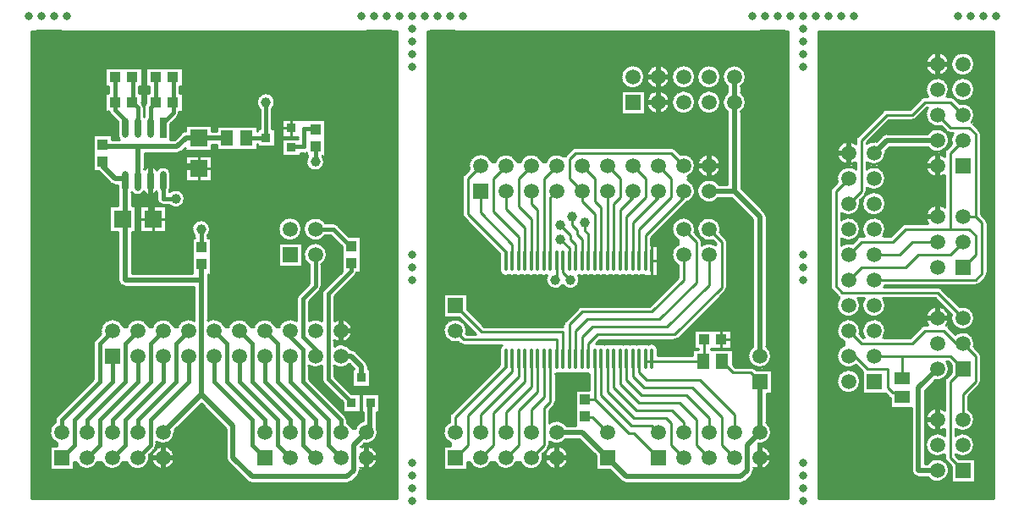
<source format=gtl>
%FSLAX44Y44*%
%MOMM*%
G71*
G01*
G75*
G04 Layer_Physical_Order=1*
%ADD10C,0.2540*%
%ADD11R,0.3500X2.2000*%
%ADD12R,1.5000X1.3000*%
%ADD13O,0.3500X2.2000*%
%ADD14R,1.1000X1.0000*%
%ADD15R,1.0000X1.1000*%
%ADD16R,0.9500X0.9000*%
%ADD17R,0.9000X0.9500*%
%ADD18R,1.8000X1.7000*%
%ADD19R,1.7000X1.8000*%
%ADD20O,0.6350X2.0320*%
%ADD21R,0.6350X2.0320*%
%ADD22R,1.3000X1.5000*%
%ADD23C,0.5080*%
%ADD24C,0.3810*%
%ADD25R,2.5400X4.6990*%
%ADD26C,0.8000*%
%ADD27R,1.5240X1.5240*%
%ADD28C,1.5000*%
%ADD29R,1.5000X1.5000*%
%ADD30C,1.5000*%
%ADD31C,1.0000*%
%ADD32C,1.0000*%
D10*
X1224788Y679450D02*
G03*
X1223151Y683401I-5588J0D01*
G01*
X1224788Y679450D02*
G03*
X1223141Y683411I-5588J0D01*
G01*
X1218318Y749300D02*
G03*
X1218318Y749300I-11818J0D01*
G01*
Y723900D02*
G03*
X1218318Y723900I-11818J0D01*
G01*
Y698500D02*
G03*
X1203088Y709815I-11818J0D01*
G01*
X1215429Y690758D02*
G03*
X1218318Y698500I-8929J7742D01*
G01*
X1231138Y590550D02*
G03*
X1229491Y594511I-5588J0D01*
G01*
X1231138Y590550D02*
G03*
X1229501Y594501I-5588J0D01*
G01*
Y535799D02*
G03*
X1231138Y539750I-3951J3951D01*
G01*
X1229491Y535789D02*
G03*
X1231138Y539750I-3941J3961D01*
G01*
X1219200Y527812D02*
G03*
X1223161Y529459I0J5588D01*
G01*
X1219200Y527812D02*
G03*
X1223151Y529449I0J5588D01*
G01*
X1197761Y715141D02*
G03*
X1193800Y716788I-3961J-3941D01*
G01*
X1197751Y715151D02*
G03*
X1193800Y716788I-3951J-3951D01*
G01*
X1190538D02*
G03*
X1192918Y723900I-9438J7112D01*
G01*
Y749300D02*
G03*
X1192918Y749300I-11818J0D01*
G01*
Y723900D02*
G03*
X1171662Y716788I-11818J0D01*
G01*
X1168400D02*
G03*
X1164449Y715151I0J-5588D01*
G01*
X1171662Y705612D02*
G03*
X1184512Y687185I9438J-7112D01*
G01*
X1168400Y716788D02*
G03*
X1164439Y715141I0J-5588D01*
G01*
X1197061Y680212D02*
G03*
X1195185Y669688I9438J-7112D01*
G01*
X1189839Y681859D02*
G03*
X1193800Y680212I3961J3941D01*
G01*
X1189849Y681849D02*
G03*
X1193800Y680212I3951J3951D01*
G01*
X1189859Y664361D02*
G03*
X1188212Y660400I3941J-3961D01*
G01*
X1189849Y664351D02*
G03*
X1188212Y660400I3951J-3951D01*
G01*
X1185061Y524641D02*
G03*
X1181100Y526288I-3961J-3941D01*
G01*
X1185051Y524651D02*
G03*
X1181100Y526288I-3951J-3951D01*
G01*
X1192918Y673100D02*
G03*
X1171475Y679958I-11818J0D01*
G01*
Y666242D02*
G03*
X1192918Y673100I9625J6858D01*
G01*
X1188212Y657139D02*
G03*
X1188212Y638261I-7112J-9438D01*
G01*
X1155700Y692912D02*
G03*
X1159651Y694549I0J5588D01*
G01*
X1155700Y692912D02*
G03*
X1159661Y694559I0J5588D01*
G01*
X1188212Y606339D02*
G03*
X1171662Y589788I-7112J-9438D01*
G01*
X1185051Y524651D02*
G03*
X1181100Y526288I-3951J-3951D01*
G01*
X1224788Y457200D02*
G03*
X1223141Y461161I-5588J0D01*
G01*
X1224788Y457200D02*
G03*
X1223151Y461151I-5588J0D01*
G01*
Y427849D02*
G03*
X1224788Y431800I-3951J3951D01*
G01*
X1223141Y427839D02*
G03*
X1224788Y431800I-3941J3961D01*
G01*
X1218318Y495300D02*
G03*
X1203088Y506615I-11818J0D01*
G01*
X1195185Y498712D02*
G03*
X1218318Y495300I11315J-3412D01*
G01*
X1217815Y466488D02*
G03*
X1218318Y469900I-11315J3412D01*
G01*
G03*
X1198956Y478997I-11818J0D01*
G01*
X1218318Y393700D02*
G03*
X1212088Y404113I-11818J0D01*
G01*
X1199388Y384262D02*
G03*
X1218318Y393700I7112J9438D01*
G01*
Y368300D02*
G03*
X1199388Y377738I-11818J0D01*
G01*
Y358862D02*
G03*
X1218318Y368300I7112J9438D01*
G01*
X1190029Y487557D02*
G03*
X1192918Y495300I-8929J7742D01*
G01*
Y444500D02*
G03*
X1190538Y451612I-11818J0D01*
G01*
X1189859Y435761D02*
G03*
X1188212Y431800I3941J-3961D01*
G01*
X1179144Y432845D02*
G03*
X1192918Y444500I1956J11655D01*
G01*
X1189849Y435751D02*
G03*
X1188212Y431800I3951J-3951D01*
G01*
X1192918Y495300D02*
G03*
X1171662Y488188I-11818J0D01*
G01*
X1168400D02*
G03*
X1164449Y486551I0J-5588D01*
G01*
X1168400Y488188D02*
G03*
X1164439Y486541I0J-5588D01*
G01*
X1188212Y403139D02*
G03*
X1188212Y384262I-7112J-9438D01*
G01*
Y355600D02*
G03*
X1189849Y351649I5588J0D01*
G01*
X1188212Y355600D02*
G03*
X1189859Y351639I5588J0D01*
G01*
X1188212Y377738D02*
G03*
X1188212Y358862I-7112J-9438D01*
G01*
X1192918Y342900D02*
G03*
X1171475Y349758I-11818J0D01*
G01*
Y336042D02*
G03*
X1192918Y342900I9625J6858D01*
G01*
X1155192D02*
G03*
X1162050Y336042I6858J0D01*
G01*
X1155192Y342900D02*
G03*
X1162050Y336042I6858J0D01*
G01*
X1130300Y704088D02*
G03*
X1126349Y702451I0J-5588D01*
G01*
X1130300Y704088D02*
G03*
X1126339Y702441I0J-5588D01*
G01*
X1149350Y589788D02*
G03*
X1145399Y588151I0J-5588D01*
G01*
X1149350Y589788D02*
G03*
X1145389Y588141I0J-5588D01*
G01*
X1130300Y679958D02*
G03*
X1125451Y677949I0J-6858D01*
G01*
X1130300Y679958D02*
G03*
X1125451Y677949I0J-6858D01*
G01*
X1110488Y650962D02*
G03*
X1129418Y660400I7112J9438D01*
G01*
Y635000D02*
G03*
X1110488Y644438I-11818J0D01*
G01*
Y625561D02*
G03*
X1129418Y635000I7112J9438D01*
G01*
Y609600D02*
G03*
X1129418Y609600I-11818J0D01*
G01*
X1100959Y677061D02*
G03*
X1099312Y673100I3941J-3961D01*
G01*
X1100949Y677051D02*
G03*
X1099312Y673100I3951J-3951D01*
G01*
X1119556Y672055D02*
G03*
X1110488Y669838I-1956J-11655D01*
G01*
X1099312D02*
G03*
X1099312Y650962I-7112J-9438D01*
G01*
X1108851Y618349D02*
G03*
X1110488Y622300I-3951J3951D01*
G01*
X1108841Y618339D02*
G03*
X1110488Y622300I-3941J3961D01*
G01*
X1104018Y609600D02*
G03*
X1103515Y613012I-11818J0D01*
G01*
X1085088Y600162D02*
G03*
X1104018Y609600I7112J9438D01*
G01*
X1099312Y644438D02*
G03*
X1080885Y631588I-7112J-9438D01*
G01*
X1075559Y626261D02*
G03*
X1073912Y622300I3941J-3961D01*
G01*
X1075549Y626251D02*
G03*
X1073912Y622300I3951J-3951D01*
G01*
X1104018Y584200D02*
G03*
X1085088Y593638I-11818J0D01*
G01*
X1127038Y577088D02*
G03*
X1129418Y584200I-9438J7112D01*
G01*
Y508000D02*
G03*
X1127038Y515112I-11818J0D01*
G01*
X1129418Y584200D02*
G03*
X1108161Y577088I-11818J0D01*
G01*
Y515112D02*
G03*
X1129418Y508000I9438J-7112D01*
G01*
Y482600D02*
G03*
X1108161Y475488I-11818J0D01*
G01*
X1127038D02*
G03*
X1129418Y482600I-9438J7112D01*
G01*
X1104900Y577088D02*
G03*
X1100949Y575451I0J-5588D01*
G01*
X1104900Y577088D02*
G03*
X1100939Y575441I0J-5588D01*
G01*
X1085088Y574762D02*
G03*
X1104018Y584200I7112J9438D01*
G01*
Y508000D02*
G03*
X1101638Y515112I-11818J0D01*
G01*
X1095612Y570115D02*
G03*
X1085088Y568238I-3412J-11315D01*
G01*
X1083271Y515742D02*
G03*
X1104018Y508000I8929J-7742D01*
G01*
X1073912Y527050D02*
G03*
X1075549Y523099I5588J0D01*
G01*
X1073912Y527050D02*
G03*
X1075559Y523089I5588J0D01*
G01*
X1104018Y482600D02*
G03*
X1087882Y471599I-11818J0D01*
G01*
X1103515Y479188D02*
G03*
X1104018Y482600I-11315J3412D01*
G01*
X1087882Y468201D02*
G03*
X1099744Y448103I4318J-11001D01*
G01*
X1104018Y431800D02*
G03*
X1104018Y431800I-11818J0D01*
G01*
X989718Y736600D02*
G03*
X971042Y726975I-11818J0D01*
G01*
X984758D02*
G03*
X989718Y736600I-6858J9625D01*
G01*
Y711200D02*
G03*
X984758Y720825I-11818J0D01*
G01*
Y701575D02*
G03*
X989718Y711200I-6858J9625D01*
G01*
X971042Y720825D02*
G03*
X971042Y701575I6858J-9625D01*
G01*
X964318Y736600D02*
G03*
X964318Y736600I-11818J0D01*
G01*
Y711200D02*
G03*
X964318Y711200I-11818J0D01*
G01*
X1010158Y596900D02*
G03*
X1008149Y601749I-6858J0D01*
G01*
X1010158Y596900D02*
G03*
X1008149Y601749I-6858J0D01*
G01*
X964318Y647700D02*
G03*
X964318Y647700I-11818J0D01*
G01*
X963815Y580788D02*
G03*
X964318Y584200I-11315J3412D01*
G01*
X938918Y736600D02*
G03*
X938918Y736600I-11818J0D01*
G01*
X913518D02*
G03*
X913518Y736600I-11818J0D01*
G01*
X938918Y711200D02*
G03*
X938918Y711200I-11818J0D01*
G01*
X913518D02*
G03*
X913518Y711200I-11818J0D01*
G01*
X962125Y629158D02*
G03*
X962125Y615442I-9625J-6858D01*
G01*
X938415Y580788D02*
G03*
X938918Y584200I-11315J3412D01*
G01*
X918361Y664341D02*
G03*
X914400Y665988I-3961J-3941D01*
G01*
X918351Y664351D02*
G03*
X914400Y665988I-3951J-3951D01*
G01*
X931418Y636699D02*
G03*
X938918Y647700I-4318J11001D01*
G01*
G03*
X923688Y659015I-11818J0D01*
G01*
X938918Y622300D02*
G03*
X931418Y633301I-11818J0D01*
G01*
X929862Y610809D02*
G03*
X938918Y622300I-2762J11491D01*
G01*
X1015118Y457200D02*
G03*
X1010158Y466825I-11818J0D01*
G01*
X996442D02*
G03*
X1015118Y457200I6858J-9625D01*
G01*
Y381000D02*
G03*
X1010158Y390625I-11818J0D01*
G01*
X998371Y444631D02*
G03*
X994410Y446278I-3961J-3941D01*
G01*
X998361Y444641D02*
G03*
X994410Y446278I-3951J-3951D01*
G01*
X1002284Y369226D02*
G03*
X1015118Y381000I1016J11774D01*
G01*
Y355600D02*
G03*
X1002284Y367374I-11818J0D01*
G01*
X997458Y345327D02*
G03*
X1015118Y355600I5842J10273D01*
G01*
X995449Y338051D02*
G03*
X997458Y342900I-4849J4849D01*
G01*
X995449Y338051D02*
G03*
X997458Y342900I-4849J4849D01*
G01*
X970788Y571500D02*
G03*
X969151Y575451I-5588J0D01*
G01*
X964318Y584200D02*
G03*
X955912Y572885I-11818J0D01*
G01*
X970788Y571500D02*
G03*
X969141Y575461I-5588J0D01*
G01*
X969151Y521829D02*
G03*
X970788Y525780I-3951J3951D01*
G01*
X969141Y521819D02*
G03*
X970788Y525780I-3941J3961D01*
G01*
X945388Y571500D02*
G03*
X943751Y575451I-5588J0D01*
G01*
X945388Y571500D02*
G03*
X943741Y575461I-5588J0D01*
G01*
X959612Y568238D02*
G03*
X945388Y568238I-7112J-9438D01*
G01*
X938918Y584200D02*
G03*
X921597Y573741I-11818J0D01*
G01*
X921597Y569259D02*
G03*
X921512Y548387I5503J-10459D01*
G01*
X984250Y329692D02*
G03*
X989099Y331701I0J6858D01*
G01*
X984250Y329692D02*
G03*
X989099Y331701I0J6858D01*
G01*
X918210Y473202D02*
G03*
X922171Y474849I0J5588D01*
G01*
X918210Y473202D02*
G03*
X922161Y474839I0J5588D01*
G01*
X901418Y463700D02*
G03*
X892175Y468871I-6068J0D01*
G01*
X888118Y736600D02*
G03*
X888118Y736600I-11818J0D01*
G01*
X885825Y538029D02*
G03*
X889282Y537138I3175J5171D01*
G01*
X879475Y538029D02*
G03*
X885825Y538029I3175J5171D01*
G01*
X873125D02*
G03*
X879475Y538029I3175J5171D01*
G01*
X866775D02*
G03*
X873125Y538029I3175J5171D01*
G01*
X860425D02*
G03*
X866775Y538029I3175J5171D01*
G01*
X854075D02*
G03*
X860425Y538029I3175J5171D01*
G01*
X847725D02*
G03*
X854075Y538029I3175J5171D01*
G01*
X841375D02*
G03*
X847725Y538029I3175J5171D01*
G01*
X835025D02*
G03*
X841375Y538029I3175J5171D01*
G01*
X828675D02*
G03*
X835025Y538029I3175J5171D01*
G01*
X819150Y665988D02*
G03*
X815199Y664351I0J-5588D01*
G01*
X819150Y665988D02*
G03*
X815189Y664341I0J-5588D01*
G01*
X807842Y656629D02*
G03*
X789099Y652018I-7742J-8929D01*
G01*
X822325Y538029D02*
G03*
X828675Y538029I3175J5171D01*
G01*
X823388Y533400D02*
G03*
X822199Y537954I-9318J0D01*
G01*
X806450Y528037D02*
G03*
X823388Y533400I7620J5363D01*
G01*
X825500Y507238D02*
G03*
X821549Y505601I0J-5588D01*
G01*
X825500Y507238D02*
G03*
X821539Y505591I0J-5588D01*
G01*
X790701Y537954D02*
G03*
X806450Y528037I8129J-4554D01*
G01*
X785701Y652018D02*
G03*
X763699Y652018I-11001J-4318D01*
G01*
X760301D02*
G03*
X738299Y652018I-11001J-4318D01*
G01*
X734901D02*
G03*
X712585Y644288I-11001J-4318D01*
G01*
X784225Y538029D02*
G03*
X790575Y538029I3175J5171D01*
G01*
X707259Y638961D02*
G03*
X705612Y635000I3941J-3961D01*
G01*
X707249Y638951D02*
G03*
X705612Y635000I3951J-3951D01*
G01*
Y599440D02*
G03*
X707249Y595489I5588J0D01*
G01*
X705612Y599440D02*
G03*
X707259Y595479I5588J0D01*
G01*
X777875Y538029D02*
G03*
X784225Y538029I3175J5171D01*
G01*
X771525D02*
G03*
X777875Y538029I3175J5171D01*
G01*
X765175D02*
G03*
X771525Y538029I3175J5171D01*
G01*
X758825D02*
G03*
X765175Y538029I3175J5171D01*
G01*
X752475D02*
G03*
X758825Y538029I3175J5171D01*
G01*
X743232Y543200D02*
G03*
X752475Y538029I6068J0D01*
G01*
X892175Y468871D02*
G03*
X885825Y468871I-3175J-5171D01*
G01*
G03*
X879475Y468871I-3175J-5171D01*
G01*
G03*
X873125Y468871I-3175J-5171D01*
G01*
G03*
X866775Y468871I-3175J-5171D01*
G01*
G03*
X860425Y468871I-3175J-5171D01*
G01*
G03*
X854075Y468871I-3175J-5171D01*
G01*
G03*
X847725Y468871I-3175J-5171D01*
G01*
G03*
X841375Y468871I-3175J-5171D01*
G01*
X828675Y440029D02*
G03*
X832612Y439180I3175J5171D01*
G01*
X822325Y440029D02*
G03*
X828675Y440029I3175J5171D01*
G01*
X815975D02*
G03*
X822325Y440029I3175J5171D01*
G01*
X809625D02*
G03*
X815975Y440029I3175J5171D01*
G01*
X808859Y492911D02*
G03*
X807212Y488950I3941J-3961D01*
G01*
X808849Y492901D02*
G03*
X807212Y488950I3951J-3951D01*
G01*
X803275Y440029D02*
G03*
X809625Y440029I3175J5171D01*
G01*
X799338Y439180D02*
G03*
X803275Y440029I762J6020D01*
G01*
X797701Y407529D02*
G03*
X799338Y411480I-3951J3951D01*
G01*
X797691Y407519D02*
G03*
X799338Y411480I-3941J3961D01*
G01*
X809725Y387858D02*
G03*
X792988Y390438I-9625J-6858D01*
G01*
X865101Y331701D02*
G03*
X869950Y329692I4849J4849D01*
G01*
X865101Y331701D02*
G03*
X869950Y329692I4849J4849D01*
G01*
X792988Y371562D02*
G03*
X809725Y374142I7112J9438D01*
G01*
X811918Y355600D02*
G03*
X811918Y355600I-11818J0D01*
G01*
X791351Y364349D02*
G03*
X792988Y368300I-3951J3951D01*
G01*
X791341Y364339D02*
G03*
X792988Y368300I-3941J3961D01*
G01*
X786518Y355600D02*
G03*
X786015Y359012I-11818J0D01*
G01*
X763699Y351282D02*
G03*
X786518Y355600I11001J4318D01*
G01*
X745145Y468122D02*
G03*
X743232Y463700I4155J-4422D01*
G01*
X709847Y479298D02*
G03*
X710318Y482600I-11347J3302D01*
G01*
G03*
X701912Y471285I-11818J0D01*
G01*
X703439Y469759D02*
G03*
X707390Y468122I3951J3951D01*
G01*
X703429Y469769D02*
G03*
X707390Y468122I3961J3941D01*
G01*
X738299Y351282D02*
G03*
X760301Y351282I11001J4318D01*
G01*
X712899D02*
G03*
X734901Y351282I11001J4318D01*
G01*
X694559Y400201D02*
G03*
X692912Y396240I3941J-3961D01*
G01*
X694549Y400191D02*
G03*
X692912Y396240I3951J-3951D01*
G01*
Y391413D02*
G03*
X694182Y369999I5588J-10413D01*
G01*
X568118Y651510D02*
G03*
X566083Y657322I-9318J0D01*
G01*
X551517D02*
G03*
X568118Y651510I7283J-5812D01*
G01*
X580986Y588594D02*
G03*
X576580Y590423I-4406J-4394D01*
G01*
X580980Y588600D02*
G03*
X576580Y590423I-4400J-4400D01*
G01*
X598760Y537890D02*
G03*
X600314Y540482I-4400J4400D01*
G01*
X598754Y537884D02*
G03*
X600314Y540482I-4394J4406D01*
G01*
X568847Y590423D02*
G03*
X568847Y577977I-10047J-6223D01*
G01*
X565023Y548753D02*
G03*
X570618Y558800I-6223J10047D01*
G01*
G03*
X552577Y548753I-11818J0D01*
G01*
X563200Y522650D02*
G03*
X565023Y527050I-4400J4400D01*
G01*
X563194Y522644D02*
G03*
X565023Y527050I-4394J4406D01*
G01*
X567106Y523836D02*
G03*
X565277Y519430I4394J-4406D01*
G01*
X567100Y523830D02*
G03*
X565277Y519430I4400J-4400D01*
G01*
X515493Y704265D02*
G03*
X518588Y711200I-6223J6935D01*
G01*
G03*
X503047Y704265I-9318J0D01*
G01*
X545218Y584200D02*
G03*
X545218Y584200I-11818J0D01*
G01*
X450723Y577265D02*
G03*
X453818Y584200I-6223J6935D01*
G01*
X611378Y447040D02*
G03*
X609369Y451889I-6858J0D01*
G01*
X611378Y447040D02*
G03*
X609369Y451889I-6858J0D01*
G01*
X596018Y482600D02*
G03*
X577723Y492485I-11818J0D01*
G01*
Y472715D02*
G03*
X596018Y482600I6477J9885D01*
G01*
X599209Y462049D02*
G03*
X594360Y464058I-4849J-4849D01*
G01*
X599209Y462049D02*
G03*
X594360Y464058I-4849J-4849D01*
G01*
X593825D02*
G03*
X577723Y467085I-9625J-6858D01*
G01*
Y447315D02*
G03*
X592784Y449077I6477J9885D01*
G01*
X621418Y381000D02*
G03*
X620268Y386085I-11818J0D01*
G01*
X607644Y369345D02*
G03*
X621418Y381000I1956J11655D01*
G01*
X590423Y393700D02*
G03*
X588600Y398100I-6223J0D01*
G01*
X590423Y393700D02*
G03*
X588594Y398106I-6223J0D01*
G01*
X621418Y355600D02*
G03*
X604613Y366314I-11818J0D01*
G01*
X603758Y345327D02*
G03*
X621418Y355600I5842J10273D01*
G01*
X606552Y392418D02*
G03*
X598599Y385318I3048J-11418D01*
G01*
X601749Y338051D02*
G03*
X603758Y342900I-4849J4849D01*
G01*
X601749Y338051D02*
G03*
X603758Y342900I-4849J4849D01*
G01*
X595201Y385318D02*
G03*
X590423Y391047I-11001J-4318D01*
G01*
X590550Y329692D02*
G03*
X595399Y331701I0J6858D01*
G01*
X590550Y329692D02*
G03*
X595399Y331701I0J6858D01*
G01*
X541706Y518756D02*
G03*
X539877Y514350I4394J-4406D01*
G01*
X541700Y518750D02*
G03*
X539877Y514350I4400J-4400D01*
G01*
X565277Y492485D02*
G03*
X552323Y492485I-6477J-9885D01*
G01*
Y447315D02*
G03*
X565277Y447315I6477J9885D01*
G01*
X539877Y492485D02*
G03*
X522399Y486918I-6477J-9885D01*
G01*
X519001D02*
G03*
X496999Y486918I-11001J-4318D01*
G01*
X493601D02*
G03*
X471599Y486918I-11001J-4318D01*
G01*
X468201D02*
G03*
X451358Y492873I-11001J-4318D01*
G01*
X565277Y434340D02*
G03*
X567100Y429940I6223J0D01*
G01*
X565277Y434340D02*
G03*
X567106Y429934I6223J0D01*
G01*
X490451Y331701D02*
G03*
X495300Y329692I4849J4849D01*
G01*
X490451Y331701D02*
G03*
X495300Y329692I4849J4849D01*
G01*
X469392Y355600D02*
G03*
X471401Y350751I6858J0D01*
G01*
X469392Y355600D02*
G03*
X471401Y350751I6858J0D01*
G01*
X420960Y696640D02*
G03*
X422783Y701040I-4400J4400D01*
G01*
X420954Y696634D02*
G03*
X422783Y701040I-4394J4406D01*
G01*
X428642Y682470D02*
G03*
X424411Y680489I618J-6830D01*
G01*
X428642Y682470D02*
G03*
X424411Y680489I618J-6830D01*
G01*
X420370Y659892D02*
G03*
X425219Y661901I0J6858D01*
G01*
X420370Y659892D02*
G03*
X425219Y661901I0J6858D01*
G01*
X412753Y621502D02*
G03*
X413893Y625475I-6353J3973D01*
G01*
X428418Y614680D02*
G03*
X412753Y621502I-9318J0D01*
G01*
X413893Y639445D02*
G03*
X400050Y643423I-7493J0D01*
G01*
G03*
X387858Y644137I-6350J-3978D01*
G01*
X387350Y621497D02*
G03*
X400050Y621497I6350J3978D01*
G01*
X412165Y608457D02*
G03*
X428418Y614680I6935J6223D01*
G01*
X400177D02*
G03*
X406400Y608457I6223J0D01*
G01*
X400177Y614680D02*
G03*
X406400Y608457I6223J0D01*
G01*
X389306Y710526D02*
G03*
X387477Y706120I4394J-4406D01*
G01*
X389300Y710520D02*
G03*
X387477Y706120I4400J-4400D01*
G01*
X387223D02*
G03*
X385400Y710520I-6223J0D01*
G01*
X387223Y706120D02*
G03*
X385394Y710526I-6223J0D01*
G01*
X360807Y678815D02*
G03*
X362912Y673608I7493J0D01*
G01*
X352153Y701882D02*
G03*
X353740Y699180I5987J1698D01*
G01*
X352153Y701882D02*
G03*
X353746Y699174I5987J1698D01*
G01*
X375158Y620783D02*
G03*
X387350Y621497I5842J4692D01*
G01*
X360807Y625475D02*
G03*
X361442Y622456I7493J0D01*
G01*
X353291Y630151D02*
G03*
X358140Y628142I4849J4849D01*
G01*
X353291Y630151D02*
G03*
X358140Y628142I4849J4849D01*
G01*
X453818Y584200D02*
G03*
X438277Y577265I-9318J0D01*
G01*
X437642Y492873D02*
G03*
X420799Y486918I-5842J-10273D01*
G01*
X399923Y371115D02*
G03*
X418218Y381000I6477J9885D01*
G01*
X417401Y486918D02*
G03*
X395399Y486918I-11001J-4318D01*
G01*
X398635Y364509D02*
G03*
X399923Y368300I-4935J3791D01*
G01*
X398635Y364509D02*
G03*
X399923Y368300I-4935J3791D01*
G01*
X418218Y355600D02*
G03*
X398635Y364509I-11818J0D01*
G01*
X397127Y362926D02*
G03*
X418218Y355600I9273J-7326D01*
G01*
X392001Y486918D02*
G03*
X369999Y486918I-11001J-4318D01*
G01*
X392818Y355600D02*
G03*
X392505Y358304I-11818J0D01*
G01*
X369999Y351282D02*
G03*
X392818Y355600I11001J4318D01*
G01*
X361442Y533400D02*
G03*
X368300Y526542I6858J0D01*
G01*
X361442Y533400D02*
G03*
X368300Y526542I6858J0D01*
G01*
X366601Y486918D02*
G03*
X344095Y479896I-11001J-4318D01*
G01*
X338506Y474306D02*
G03*
X336677Y469900I4394J-4406D01*
G01*
X338500Y474300D02*
G03*
X336677Y469900I4400J-4400D01*
G01*
X344599Y351282D02*
G03*
X366601Y351282I11001J4318D01*
G01*
X300406Y398106D02*
G03*
X298577Y393700I4394J-4406D01*
G01*
X300400Y398100D02*
G03*
X298577Y393700I4400J-4400D01*
G01*
X319199Y351282D02*
G03*
X341201Y351282I11001J4318D01*
G01*
X298577Y391047D02*
G03*
X300482Y369999I6223J-10047D01*
G01*
X1217983Y752094D02*
X1236980D01*
X1218307Y749808D02*
X1236980D01*
X1218184Y747522D02*
X1236980D01*
X1217597Y745236D02*
X1236980D01*
X1217918Y726948D02*
X1236980D01*
X1218293Y724662D02*
X1236980D01*
X1218219Y722376D02*
X1236980D01*
X1217687Y720090D02*
X1236980D01*
X1217847Y701802D02*
X1236980D01*
X1220724Y685829D02*
Y782320D01*
X1218438Y688115D02*
Y782320D01*
X1223010Y683543D02*
Y782320D01*
X1218274Y699516D02*
X1236980D01*
X1218250Y697230D02*
X1236980D01*
X1223039Y683514D02*
X1236980D01*
X1224498Y681228D02*
X1236980D01*
X1218467Y688086D02*
X1236980D01*
X1220753Y685800D02*
X1236980D01*
X1224788Y678942D02*
X1236980D01*
X1224788Y676656D02*
X1236980D01*
X1224788Y674370D02*
X1236980D01*
X1224788Y672084D02*
X1236980D01*
X1224788Y669798D02*
X1236980D01*
X1224788Y667512D02*
X1236980D01*
X1224788Y665226D02*
X1236980D01*
X1224788Y662940D02*
X1236980D01*
X1224788Y660654D02*
X1236980D01*
X1227582Y596421D02*
Y782320D01*
X1225296Y598707D02*
Y782320D01*
X1229868Y594097D02*
Y782320D01*
X1224788Y658368D02*
X1236980D01*
X1224788Y599215D02*
Y679450D01*
Y656082D02*
X1236980D01*
X1224788Y653796D02*
X1236980D01*
X1215742Y756666D02*
X1236980D01*
X1217170Y754380D02*
X1236980D01*
X1216467Y742950D02*
X1236980D01*
X1213319Y758952D02*
X1236980D01*
X1214567Y740664D02*
X1236980D01*
X1215533Y731520D02*
X1236980D01*
X1211014Y738378D02*
X1236980D01*
X1212945Y733806D02*
X1236980D01*
X1213866Y758542D02*
Y782320D01*
X1211580Y759970D02*
Y782320D01*
X1216152Y756119D02*
Y782320D01*
X1209294Y760783D02*
Y782320D01*
X1207008Y761107D02*
Y782320D01*
X1213866Y733142D02*
Y740058D01*
X1216152Y730719D02*
Y742481D01*
X1204722Y760984D02*
Y782320D01*
X1211580Y734570D02*
Y738630D01*
X1217046Y729234D02*
X1236980D01*
X1216624Y717804D02*
X1236980D01*
X1214831Y715518D02*
X1236980D01*
X1211585Y713232D02*
X1236980D01*
X1201957Y710946D02*
X1236980D01*
X1216913Y704088D02*
X1236980D01*
X1217770Y694944D02*
X1236980D01*
X1212536Y708660D02*
X1236980D01*
X1215313Y706374D02*
X1236980D01*
X1213866Y707742D02*
Y714658D01*
X1216152Y705319D02*
Y717081D01*
X1211580Y709171D02*
Y713230D01*
X1216773Y692658D02*
X1236980D01*
X1216811Y689741D02*
X1223141Y683411D01*
X1227357Y596646D02*
X1236980D01*
X1229638Y594360D02*
X1236980D01*
X1230926Y592074D02*
X1236980D01*
X1224788Y651510D02*
X1236980D01*
X1224788Y649224D02*
X1236980D01*
X1231138Y589788D02*
X1236980D01*
X1231138Y587502D02*
X1236980D01*
X1231138Y585216D02*
X1236980D01*
X1231138Y582930D02*
X1236980D01*
X1231138Y580644D02*
X1236980D01*
X1231138Y578358D02*
X1236980D01*
X1231138Y576072D02*
X1236980D01*
X1231138Y573786D02*
X1236980D01*
X1231138Y571500D02*
X1236980D01*
X1231138Y569214D02*
X1236980D01*
X1231138Y566928D02*
X1236980D01*
X1231138Y564642D02*
X1236980D01*
X1231138Y562356D02*
X1236980D01*
X1231138Y560070D02*
X1236980D01*
X1231138Y557784D02*
X1236980D01*
X1231138Y555498D02*
X1236980D01*
X1231138Y553212D02*
X1236980D01*
X1231138Y550926D02*
X1236980D01*
X1231138Y548640D02*
X1236980D01*
X1231138Y546354D02*
X1236980D01*
X1231138Y544068D02*
X1236980D01*
X1231138Y541782D02*
X1236980D01*
X1231138Y539750D02*
Y590550D01*
X1231132Y539496D02*
X1236980D01*
X1230527Y537210D02*
X1236980D01*
X1228627Y534924D02*
X1236980D01*
X1226341Y532638D02*
X1236980D01*
X1224788Y646938D02*
X1236980D01*
X1224788Y644652D02*
X1236980D01*
X1224788Y642366D02*
X1236980D01*
X1224788Y640080D02*
X1236980D01*
X1224788Y637794D02*
X1236980D01*
X1224788Y635508D02*
X1236980D01*
X1224788Y633222D02*
X1236980D01*
X1224788Y630936D02*
X1236980D01*
X1224788Y628650D02*
X1236980D01*
X1224788Y626364D02*
X1236980D01*
X1224788Y624078D02*
X1236980D01*
X1224788Y621792D02*
X1236980D01*
X1224788Y619506D02*
X1236980D01*
X1224788Y617220D02*
X1236980D01*
X1224788Y614934D02*
X1236980D01*
X1224788Y612648D02*
X1236980D01*
X1224788Y610362D02*
X1236980D01*
X1224788Y608076D02*
X1236980D01*
X1224788Y605790D02*
X1236980D01*
X1224788Y603504D02*
X1236980D01*
X1224788Y601218D02*
X1236980D01*
X1225071Y598932D02*
X1236980D01*
X1224055Y530352D02*
X1236980D01*
X1220866Y528066D02*
X1236980D01*
X1188495Y521208D02*
X1236980D01*
X1183428Y525780D02*
X1236980D01*
X1186209Y523494D02*
X1236980D01*
X1224788Y599215D02*
X1229491Y594511D01*
X1223161Y529459D02*
X1229491Y535789D01*
X1195353Y514350D02*
X1236980D01*
X1197639Y512064D02*
X1236980D01*
X1190781Y518922D02*
X1236980D01*
X1193067Y516636D02*
X1236980D01*
X1202436Y760397D02*
Y782320D01*
X1200150Y759267D02*
Y782320D01*
X1197864Y757367D02*
Y782320D01*
X1187919Y758952D02*
X1199681D01*
X1190342Y756666D02*
X1197258D01*
X1202436Y734997D02*
Y738203D01*
X1200150Y733867D02*
Y739333D01*
X1189167Y740664D02*
X1198432D01*
X1185614Y738378D02*
X1201986D01*
X1191006Y755745D02*
Y782320D01*
X1188720Y758333D02*
Y782320D01*
X1195578Y753814D02*
Y782320D01*
X1184148Y760718D02*
Y782320D01*
X1186434Y759846D02*
Y782320D01*
X1191770Y754380D02*
X1195829D01*
X1192197Y745236D02*
X1195403D01*
X1191067Y742950D02*
X1196533D01*
X1184148Y735318D02*
Y737882D01*
X1197864Y731967D02*
Y741233D01*
X1191646Y729234D02*
X1195954D01*
X1195578Y728414D02*
Y744786D01*
X1187545Y733806D02*
X1200055D01*
X1190133Y731520D02*
X1197467D01*
X1197761Y715141D02*
X1203088Y709815D01*
X1191224Y717804D02*
X1196376D01*
X1192518Y726948D02*
X1195082D01*
X1191006Y730345D02*
Y742855D01*
X1193292Y716788D02*
Y782320D01*
X1186434Y734446D02*
Y738754D01*
X1188720Y732933D02*
Y740267D01*
X1192287Y720090D02*
X1195313D01*
X1195578Y716498D02*
Y719386D01*
X1190538Y716788D02*
X1193800D01*
X1181862Y761093D02*
Y782320D01*
X1179576Y761019D02*
Y782320D01*
X1181100Y749300D02*
Y759848D01*
X1177290Y760487D02*
Y782320D01*
X1181100Y749300D02*
X1191648D01*
X1181100Y738752D02*
Y749300D01*
X1170552D02*
X1181100D01*
X1175004Y759424D02*
Y782320D01*
X1172718Y757631D02*
Y782320D01*
X1170432Y754385D02*
Y782320D01*
Y728985D02*
Y744215D01*
X1168146Y716782D02*
Y782320D01*
X1177290Y735087D02*
Y738113D01*
X1175004Y734024D02*
Y739176D01*
X1172718Y732231D02*
Y740969D01*
X1168400Y716788D02*
X1171662D01*
X1165860Y716177D02*
Y782320D01*
X1159661Y694559D02*
X1170715Y705612D01*
X1166905Y701802D02*
X1169753D01*
X1168146Y679958D02*
Y703043D01*
X1164619Y699516D02*
X1169326D01*
X1162333Y697230D02*
X1169350D01*
X1163574Y714277D02*
Y782320D01*
X1161288Y711991D02*
Y782320D01*
X1159002Y709705D02*
Y782320D01*
X1156716Y707419D02*
Y782320D01*
X1165860Y679958D02*
Y700757D01*
X1163574Y679958D02*
Y698471D01*
X1154430Y705133D02*
Y782320D01*
X1161288Y679958D02*
Y696185D01*
X1193800Y680212D02*
X1197061D01*
X1195578Y677614D02*
Y680212D01*
X1192370Y676656D02*
X1195230D01*
X1192447Y669798D02*
X1195153D01*
X1191373Y678942D02*
X1196227D01*
X1189859Y664361D02*
X1195185Y669688D01*
X1193292Y667795D02*
Y680235D01*
X1184148Y684518D02*
Y687082D01*
X1184512Y687185D02*
X1189839Y681859D01*
X1186434Y658246D02*
Y662554D01*
X1188212Y657139D02*
Y660400D01*
X1184148Y659118D02*
Y661682D01*
X1181100Y647700D02*
Y658248D01*
X1195578Y514125D02*
Y527812D01*
X1193292Y516411D02*
Y527812D01*
X1197864Y511839D02*
Y527812D01*
X1184942Y608076D02*
X1188212D01*
Y606339D02*
Y638261D01*
X1188720Y520983D02*
Y527812D01*
X1191006Y518697D02*
Y527812D01*
X1185061Y524641D02*
X1191411Y518291D01*
X1185061Y524641D02*
X1191401Y518301D01*
X1184148Y608318D02*
Y636282D01*
X1186434Y607446D02*
Y637154D01*
X1181100Y637152D02*
Y647700D01*
X1181862Y608693D02*
Y635907D01*
X1181100Y596900D02*
Y607448D01*
X1186434Y523269D02*
Y527812D01*
X1177290Y684287D02*
Y687313D01*
X1175004Y683224D02*
Y688376D01*
X1172718Y681431D02*
Y690169D01*
X1177290Y658887D02*
Y661913D01*
X1175004Y657824D02*
Y662976D01*
X1170552Y647700D02*
X1181100D01*
X1160047Y694944D02*
X1169830D01*
X1170432Y679958D02*
Y693415D01*
X1159002Y679958D02*
Y693992D01*
X1172718Y656031D02*
Y664769D01*
X1170432Y652785D02*
Y666242D01*
X1156716Y679958D02*
Y693005D01*
X1154430Y679958D02*
Y692912D01*
X1179576Y608619D02*
Y635981D01*
X1177290Y608087D02*
Y636513D01*
X1175004Y607024D02*
Y637576D01*
X1172718Y605231D02*
Y639369D01*
X1178785Y515112D02*
X1183509Y510389D01*
X1170552Y596900D02*
X1181100D01*
X1178785Y515112D02*
X1183499Y510399D01*
X1168146Y589788D02*
Y666242D01*
X1165860Y589788D02*
Y666242D01*
X1163574Y589788D02*
Y666242D01*
X1161288Y589788D02*
Y666242D01*
X1170432Y601985D02*
Y642615D01*
X1159002Y589788D02*
Y666242D01*
X1156716Y589788D02*
Y666242D01*
X1154430Y589788D02*
Y666242D01*
X1218293Y496062D02*
X1236980D01*
X1220245Y464058D02*
X1236980D01*
X1222531Y461772D02*
X1236980D01*
X1218219Y493776D02*
X1236980D01*
X1218274Y470916D02*
X1236980D01*
X1224788Y457200D02*
X1236980D01*
X1224788Y454914D02*
X1236980D01*
X1224299Y459486D02*
X1236980D01*
X1224788Y452628D02*
X1236980D01*
X1223010Y461293D02*
Y529312D01*
X1218438Y465865D02*
Y527812D01*
X1220724Y463579D02*
Y528024D01*
X1224788Y450342D02*
X1236980D01*
X1224788Y448056D02*
X1236980D01*
X1224788Y445770D02*
X1236980D01*
X1224788Y443484D02*
X1236980D01*
X1224788Y441198D02*
X1236980D01*
X1236726Y314960D02*
Y782320D01*
X1236980Y314960D02*
Y782320D01*
X1224788Y438912D02*
X1236980D01*
X1224788Y436626D02*
X1236980D01*
X1224788Y434340D02*
X1236980D01*
X1224788Y432054D02*
X1236980D01*
X1224406Y429768D02*
X1236980D01*
X1222785Y427482D02*
X1236980D01*
X1234440Y314960D02*
Y782320D01*
X1232154Y314960D02*
Y782320D01*
X1229868Y314960D02*
Y536203D01*
X1227582Y314960D02*
Y533879D01*
X1225296Y314960D02*
Y531593D01*
X1224788Y431800D02*
Y457200D01*
X1223010Y314960D02*
Y427707D01*
X1212945Y505206D02*
X1236980D01*
X1215533Y502920D02*
X1236980D01*
X1217046Y500634D02*
X1236980D01*
X1199925Y509778D02*
X1236980D01*
X1202211Y507492D02*
X1236980D01*
X1217918Y498348D02*
X1236980D01*
X1217687Y491490D02*
X1236980D01*
X1216624Y489204D02*
X1236980D01*
X1214831Y486918D02*
X1236980D01*
X1213866Y504542D02*
Y527812D01*
X1211580Y505970D02*
Y527812D01*
X1216152Y502119D02*
Y527812D01*
X1209294Y506783D02*
Y527812D01*
X1207008Y507107D02*
Y527812D01*
X1204722Y506983D02*
Y527812D01*
X1202436Y507267D02*
Y527812D01*
X1191411Y518291D02*
X1203088Y506615D01*
X1212536Y480060D02*
X1236980D01*
X1215313Y477774D02*
X1236980D01*
X1216913Y475488D02*
X1236980D01*
X1211585Y484632D02*
X1236980D01*
X1195607Y482346D02*
X1236980D01*
X1217847Y473202D02*
X1236980D01*
X1218250Y468630D02*
X1236980D01*
X1217959Y466344D02*
X1236980D01*
X1217815Y466488D02*
X1223141Y461161D01*
X1213866Y479142D02*
Y486058D01*
X1216152Y476719D02*
Y488481D01*
X1211580Y480570D02*
Y484630D01*
X1212088Y416785D02*
X1223141Y427839D01*
X1202436Y480997D02*
Y484203D01*
X1220499Y425196D02*
X1236980D01*
X1218213Y422910D02*
X1236980D01*
X1217597Y397764D02*
X1236980D01*
X1215927Y420624D02*
X1236980D01*
X1216467Y400050D02*
X1236980D01*
X1218184Y395478D02*
X1236980D01*
X1218307Y393192D02*
X1236980D01*
X1217983Y390906D02*
X1236980D01*
X1217170Y388620D02*
X1236980D01*
X1216152Y400519D02*
Y420849D01*
Y375119D02*
Y386881D01*
X1217501Y372618D02*
X1236980D01*
X1215742Y386334D02*
X1236980D01*
X1216301Y374904D02*
X1236980D01*
X1218142Y370332D02*
X1236980D01*
X1218315Y368046D02*
X1236980D01*
X1218042Y365760D02*
X1236980D01*
X1217288Y363474D02*
X1236980D01*
X1218318Y354330D02*
X1236980D01*
X1218318Y352044D02*
X1236980D01*
X1218318Y349758D02*
X1236980D01*
X1215938Y361188D02*
X1236980D01*
X1218318Y347472D02*
X1236980D01*
X1218318Y345186D02*
X1236980D01*
X1218318Y342900D02*
X1236980D01*
X1218318Y340614D02*
X1236980D01*
X1218318Y338328D02*
X1236980D01*
X1220724Y314960D02*
Y425421D01*
X1218438Y314960D02*
Y423135D01*
X1216152Y354718D02*
Y361481D01*
X1218318Y331082D02*
Y354718D01*
Y336042D02*
X1236980D01*
X1218318Y333756D02*
X1236980D01*
X1218318Y331470D02*
X1236980D01*
X1216152Y314960D02*
Y331082D01*
X1213641Y418338D02*
X1236980D01*
X1212088Y416052D02*
X1236980D01*
X1212088Y413766D02*
X1236980D01*
X1212088Y411480D02*
X1236980D01*
X1212088Y409194D02*
X1236980D01*
X1214567Y402336D02*
X1236980D01*
X1213319Y384048D02*
X1236980D01*
X1212088Y406908D02*
X1236980D01*
X1212088Y404622D02*
X1236980D01*
X1213866Y402942D02*
Y418563D01*
X1212088Y404113D02*
Y416785D01*
X1211580Y378970D02*
Y383030D01*
X1210342Y379476D02*
X1236980D01*
X1202436Y379397D02*
Y382603D01*
X1199388Y381762D02*
X1236980D01*
X1199388Y379476D02*
X1202658D01*
X1214287Y377190D02*
X1236980D01*
X1213866Y377542D02*
Y384458D01*
X1213665Y358902D02*
X1236980D01*
X1208275Y356616D02*
X1236980D01*
X1213866Y354718D02*
Y359058D01*
X1202585Y354718D02*
X1218318D01*
X1194682Y331082D02*
X1218318D01*
X1211580Y354718D02*
Y357630D01*
X1213866Y314960D02*
Y331082D01*
X1200687Y356616D02*
X1204725D01*
X1199388Y357915D02*
X1202585Y354718D01*
X1211580Y314960D02*
Y331082D01*
X1209294Y314960D02*
Y331082D01*
X1207008Y314960D02*
Y331082D01*
X1204722Y314960D02*
Y331082D01*
X1200150Y509553D02*
Y527812D01*
X1192518Y498348D02*
X1195082D01*
X1192287Y491490D02*
X1195313D01*
X1183509Y510389D02*
X1195185Y498712D01*
X1191224Y489204D02*
X1196376D01*
X1200150Y479867D02*
Y485333D01*
X1197864Y480089D02*
Y487233D01*
X1193321Y484632D02*
X1201415D01*
X1197893Y480060D02*
X1200463D01*
X1184148Y506718D02*
Y509749D01*
X1181862Y507093D02*
Y512035D01*
X1181100Y495300D02*
Y505848D01*
X1179576Y507019D02*
Y514321D01*
X1177290Y506487D02*
Y515112D01*
X1193292Y484661D02*
Y500605D01*
X1195578Y482375D02*
Y490786D01*
X1181100Y495300D02*
X1191648D01*
X1191485Y451612D02*
X1194682Y448415D01*
Y440585D02*
Y448415D01*
X1193292Y439195D02*
Y449805D01*
X1191411Y486541D02*
X1198956Y478997D01*
X1189859Y435761D02*
X1194682Y440585D01*
X1184148Y405118D02*
Y433082D01*
X1181862Y405493D02*
Y432707D01*
X1186434Y404246D02*
Y433954D01*
X1178353Y432054D02*
X1188218D01*
X1179576Y405419D02*
Y432781D01*
X1185614Y404622D02*
X1188212D01*
Y403139D02*
Y431800D01*
X1177290Y404887D02*
Y430991D01*
X1181100Y393700D02*
Y404248D01*
X1175004Y505424D02*
Y515112D01*
X1172718Y503631D02*
Y515112D01*
X1170432Y500385D02*
Y515112D01*
X1170552Y495300D02*
X1181100D01*
X1176067Y429768D02*
X1188212D01*
X1173781Y427482D02*
X1188212D01*
X1168400Y488188D02*
X1171662D01*
X1171495Y425196D02*
X1188212D01*
X1168146Y488182D02*
Y515112D01*
X1165860Y487577D02*
Y515112D01*
X1163574Y485677D02*
Y515112D01*
X1161288Y483391D02*
Y515112D01*
X1159002Y481105D02*
Y515112D01*
X1156716Y478819D02*
Y515112D01*
X1154430Y476533D02*
Y515112D01*
X1169209Y422910D02*
X1188212D01*
X1168908Y420624D02*
X1188212D01*
X1168908Y418338D02*
X1188212D01*
X1168908Y416052D02*
X1188212D01*
X1168908Y413766D02*
X1188212D01*
X1168908Y411480D02*
X1188212D01*
X1168908Y409194D02*
X1188212D01*
X1168908Y406908D02*
X1188212D01*
X1175004Y403824D02*
Y428705D01*
X1172718Y402031D02*
Y426419D01*
X1168908Y422609D02*
X1179144Y432845D01*
X1170432Y398785D02*
Y424133D01*
X1168908Y404622D02*
X1176586D01*
X1168908Y349758D02*
Y422609D01*
X1155192Y342900D02*
Y405132D01*
X1154430Y314960D02*
Y405132D01*
X1200150Y378267D02*
Y383733D01*
X1199388Y377738D02*
Y384262D01*
X1188212Y377738D02*
Y384262D01*
X1184942Y379476D02*
X1188212D01*
Y355600D02*
Y358862D01*
X1189859Y351639D02*
X1194682Y346815D01*
X1182875Y356616D02*
X1188212D01*
X1184148Y379718D02*
Y382282D01*
X1181100Y383152D02*
Y393700D01*
X1186434Y378846D02*
Y383154D01*
X1177290Y379487D02*
Y382513D01*
X1175004Y378424D02*
Y383576D01*
X1184148Y354318D02*
Y356882D01*
X1186434Y353446D02*
Y357754D01*
X1184103Y354330D02*
X1188358D01*
X1177290Y354087D02*
Y357113D01*
X1191998Y338328D02*
X1194682D01*
Y331082D02*
Y346815D01*
X1202436Y314960D02*
Y331082D01*
X1190725Y336042D02*
X1194682D01*
X1188587Y333756D02*
X1194682D01*
X1200150Y314960D02*
Y331082D01*
X1197864Y314960D02*
Y331082D01*
X1184103Y331470D02*
X1194682D01*
X1195578Y314960D02*
Y331082D01*
X1193292Y314960D02*
Y348205D01*
X1191006Y314960D02*
Y336455D01*
X1188720Y314960D02*
Y333867D01*
X1186434Y314960D02*
Y332354D01*
X1184148Y314960D02*
Y331482D01*
X1181862Y314960D02*
Y331107D01*
X1179576Y314960D02*
Y331181D01*
X1177290Y314960D02*
Y331713D01*
X1170552Y393700D02*
X1181100D01*
X1168908Y384048D02*
X1174281D01*
X1168908Y381762D02*
X1188212D01*
X1168908Y379476D02*
X1177258D01*
X1168908Y377190D02*
X1173313D01*
X1175004Y353024D02*
Y358176D01*
X1168908Y356616D02*
X1179325D01*
X1168908Y354330D02*
X1178097D01*
X1172718Y376631D02*
Y385369D01*
X1170432Y373385D02*
Y388615D01*
Y349758D02*
Y363215D01*
X1168908Y402336D02*
X1173033D01*
X1168908Y386334D02*
X1171858D01*
X1168908Y361188D02*
X1171662D01*
X1172718Y351231D02*
Y359969D01*
X1168908Y358902D02*
X1173935D01*
X1168908Y352044D02*
X1173613D01*
X1168908Y349758D02*
X1171475D01*
X1168908D02*
X1171475D01*
X1162050Y336042D02*
X1171475D01*
X1175004Y314960D02*
Y332776D01*
X1172718Y314960D02*
Y334569D01*
X1162050Y336042D02*
X1171475D01*
X1170432Y314960D02*
Y336042D01*
X1159002Y314960D02*
Y336757D01*
X1156716Y314960D02*
Y338590D01*
X1168146Y314960D02*
Y336042D01*
X1165860Y314960D02*
Y336042D01*
X1163574Y314960D02*
Y336042D01*
X1161288Y314960D02*
Y336085D01*
X1152144Y704088D02*
Y782320D01*
X1149858Y704088D02*
Y782320D01*
X1147572Y704088D02*
Y782320D01*
X1061720D02*
X1236980D01*
X1145286Y704088D02*
Y782320D01*
X1153385Y704088D02*
X1164439Y715141D01*
X1130300Y704088D02*
X1153385D01*
X1061720Y781812D02*
X1236980D01*
X1130300Y704088D02*
X1153385D01*
X1143000D02*
Y782320D01*
X1140714Y704088D02*
Y782320D01*
X1138428Y704088D02*
Y782320D01*
X1136142Y704088D02*
Y782320D01*
X1133856Y704088D02*
Y782320D01*
X1131570Y704088D02*
Y782320D01*
X1129284Y703995D02*
Y782320D01*
X1126998Y703008D02*
Y782320D01*
X1152144Y679958D02*
Y692912D01*
X1149858Y679958D02*
Y692912D01*
X1147572Y679958D02*
Y692912D01*
X1132615D02*
X1155700D01*
X1145286Y679958D02*
Y692912D01*
X1143000Y679958D02*
Y692912D01*
X1140714Y679958D02*
Y692912D01*
X1132361Y692658D02*
X1170827D01*
X1130075Y690372D02*
X1172521D01*
X1138428Y679958D02*
Y692912D01*
X1136142Y679958D02*
Y692912D01*
X1124712Y700815D02*
Y782320D01*
X1100959Y677061D02*
X1126339Y702441D01*
X1133856Y679958D02*
Y692912D01*
X1131570Y679958D02*
Y691867D01*
X1129284Y679882D02*
Y689581D01*
X1110488Y670785D02*
X1132615Y692912D01*
X1061720Y779526D02*
X1236980D01*
X1061720Y777240D02*
X1236980D01*
X1061720Y774954D02*
X1236980D01*
X1061720Y772668D02*
X1236980D01*
X1061720Y770382D02*
X1236980D01*
X1061720Y768096D02*
X1236980D01*
X1061720Y765810D02*
X1236980D01*
X1061720Y763524D02*
X1236980D01*
X1061720Y761238D02*
X1236980D01*
X1061720Y758952D02*
X1174281D01*
X1061720Y756666D02*
X1171858D01*
X1061720Y754380D02*
X1170430D01*
X1061720Y752094D02*
X1169617D01*
X1061720Y749808D02*
X1169293D01*
X1061720Y747522D02*
X1169417D01*
X1061720Y745236D02*
X1170003D01*
X1061720Y742950D02*
X1171133D01*
X1061720Y740664D02*
X1173033D01*
X1061720Y736092D02*
X1236980D01*
X1061720Y738378D02*
X1176586D01*
X1061720Y733806D02*
X1174655D01*
X1061720Y731520D02*
X1172067D01*
X1061720Y729234D02*
X1170554D01*
X1061720Y726948D02*
X1169682D01*
X1061720Y724662D02*
X1169307D01*
X1061720Y720090D02*
X1169913D01*
X1061720Y717804D02*
X1170976D01*
X1061720Y722376D02*
X1169381D01*
X1061720Y715518D02*
X1164853D01*
X1061720Y713232D02*
X1162529D01*
X1061720Y710946D02*
X1160243D01*
X1061720Y708660D02*
X1157957D01*
X1061720Y706374D02*
X1155671D01*
X1061720Y704088D02*
X1130300D01*
X1061720Y701802D02*
X1125699D01*
X1129242Y658368D02*
X1176015D01*
X1129839Y662940D02*
X1175063D01*
X1129083Y637794D02*
X1174655D01*
X1127789Y688086D02*
X1175513D01*
X1129407Y635508D02*
X1188212D01*
X1129284Y633222D02*
X1188212D01*
X1129393Y610362D02*
X1188212D01*
X1128697Y630936D02*
X1188212D01*
X1129018Y612648D02*
X1188212D01*
X1130300Y679958D02*
X1171475D01*
X1133141Y666242D02*
X1171475D01*
X1132125Y665226D02*
X1172287D01*
X1129255Y662356D02*
X1133141Y666242D01*
X1129284Y636775D02*
Y658625D01*
X1128601Y656082D02*
X1172769D01*
X1129284Y611375D02*
Y633225D01*
X1127401Y653796D02*
X1170976D01*
X1128270Y640080D02*
X1172067D01*
X1152144Y589788D02*
Y666242D01*
X1149858Y589788D02*
Y666242D01*
X1147572Y589498D02*
Y666242D01*
X1129319Y608076D02*
X1177258D01*
X1128787Y605790D02*
X1173313D01*
X1149350Y589788D02*
X1171662D01*
X1149350D02*
X1171662D01*
X1145286Y588039D02*
Y666242D01*
X1143000Y585753D02*
Y666242D01*
X1140714Y583467D02*
Y666242D01*
X1129284Y585975D02*
Y607825D01*
X1138428Y581181D02*
Y666242D01*
X1129374Y585216D02*
X1142463D01*
X1129350Y582930D02*
X1140177D01*
X1128947Y587502D02*
X1144749D01*
X1128870Y580644D02*
X1137891D01*
X1125503Y685800D02*
X1185897D01*
X1123217Y683514D02*
X1175513D01*
X1125387Y651510D02*
X1169913D01*
X1120931Y681228D02*
X1172521D01*
X1121442Y649224D02*
X1169381D01*
X1126842Y642366D02*
X1170554D01*
X1127567Y628650D02*
X1188212D01*
X1110488Y646938D02*
X1169307D01*
X1124419Y644652D02*
X1169682D01*
X1126998Y679111D02*
Y687295D01*
X1118645Y678942D02*
X1126708D01*
X1124712Y677211D02*
Y685009D01*
X1119556Y672055D02*
X1125451Y677949D01*
X1126998Y642165D02*
Y653235D01*
X1125667Y626364D02*
X1188212D01*
X1124045Y619506D02*
X1188212D01*
X1126633Y617220D02*
X1188212D01*
X1122114Y624078D02*
X1188212D01*
X1110465Y621792D02*
X1188212D01*
X1128146Y614934D02*
X1188212D01*
X1127724Y603504D02*
X1171299D01*
X1125931Y601218D02*
X1170099D01*
X1126413Y592074D02*
X1170312D01*
X1126998Y616765D02*
Y627835D01*
Y591365D02*
Y602435D01*
X1123636Y594360D02*
X1169558D01*
X1128013Y589788D02*
X1149350D01*
X1122685Y598932D02*
X1169458D01*
X1085088Y596646D02*
X1169285D01*
X1122426Y698529D02*
Y782320D01*
X1120140Y696243D02*
Y782320D01*
X1122426Y674925D02*
Y682723D01*
X1117854Y693957D02*
Y782320D01*
X1115568Y691671D02*
Y782320D01*
X1120140Y672639D02*
Y680437D01*
X1117854Y672215D02*
Y678151D01*
X1116359Y676656D02*
X1124157D01*
X1114073Y674370D02*
X1121871D01*
X1113282Y689385D02*
Y782320D01*
X1110996Y687099D02*
Y782320D01*
X1108710Y684813D02*
Y782320D01*
X1106424Y682527D02*
Y782320D01*
X1104138Y680241D02*
Y782320D01*
X1101852Y677955D02*
Y782320D01*
X1099566Y674766D02*
Y782320D01*
X1111787Y672084D02*
X1115825D01*
X1115568Y672042D02*
Y675865D01*
X1124712Y644438D02*
Y650962D01*
X1110996Y644801D02*
Y650599D01*
X1122426Y645788D02*
Y649612D01*
X1113282Y646001D02*
Y649399D01*
X1110488Y649224D02*
X1113758D01*
X1110488Y644438D02*
Y650962D01*
X1097280Y671070D02*
Y782320D01*
X1094994Y671883D02*
Y782320D01*
X1099312Y669838D02*
Y673100D01*
X1092708Y672207D02*
Y782320D01*
X1093975Y672084D02*
X1099312D01*
X1097280Y645670D02*
Y649730D01*
X1099312Y644438D02*
Y650962D01*
X1092200Y660400D02*
Y670948D01*
Y649852D02*
Y660400D01*
X1061720Y699516D02*
X1123413D01*
X1061720Y697230D02*
X1121127D01*
X1061720Y694944D02*
X1118841D01*
X1061720Y692658D02*
X1116555D01*
X1061720Y690372D02*
X1114269D01*
X1061720Y688086D02*
X1111983D01*
X1061720Y685800D02*
X1109697D01*
X1061720Y683514D02*
X1107411D01*
X1061720Y681228D02*
X1105125D01*
X1090422Y672084D02*
Y782320D01*
X1088136Y671497D02*
Y782320D01*
X1085850Y670367D02*
Y782320D01*
X1061720Y678942D02*
X1102839D01*
X1083564Y668467D02*
Y782320D01*
X1061720Y676656D02*
X1100590D01*
X1061720Y674370D02*
X1099458D01*
X1061720Y672084D02*
X1090425D01*
X1061720Y669798D02*
X1085035D01*
X1081652Y660400D02*
X1092200D01*
X1081278Y664914D02*
Y782320D01*
X1061720Y667512D02*
X1082762D01*
X1061720Y665226D02*
X1081412D01*
X1085850Y644967D02*
Y650433D01*
X1083564Y643067D02*
Y652333D01*
X1061720Y653796D02*
X1082399D01*
X1061720Y651510D02*
X1084413D01*
X1078992Y629695D02*
Y782320D01*
X1076706Y627409D02*
Y782320D01*
X1061720Y662940D02*
X1080658D01*
X1074420Y624628D02*
Y782320D01*
X1061720Y660654D02*
X1080385D01*
X1081278Y639514D02*
Y655886D01*
X1061720Y658368D02*
X1080558D01*
X1061720Y656082D02*
X1081199D01*
X1122426Y620388D02*
Y624212D01*
X1113282Y620601D02*
Y623999D01*
X1124712Y619039D02*
Y625561D01*
X1110488Y622300D02*
Y625561D01*
X1110996Y619401D02*
Y625199D01*
X1110488Y624078D02*
X1113086D01*
X1097285Y598932D02*
X1112515D01*
X1103515Y613012D02*
X1108841Y618339D01*
X1103618Y612648D02*
X1106182D01*
X1096042Y649224D02*
X1099312D01*
X1088136Y646097D02*
Y649303D01*
X1103387Y605790D02*
X1106413D01*
X1102324Y603504D02*
X1107476D01*
X1100531Y601218D02*
X1109269D01*
X1122426Y594988D02*
Y598812D01*
X1110996Y594001D02*
Y599799D01*
X1124712Y593638D02*
Y600162D01*
X1108710Y591987D02*
Y601813D01*
X1106424Y588042D02*
Y605758D01*
X1113282Y595201D02*
Y598599D01*
X1102613Y589788D02*
X1107187D01*
X1098236Y594360D02*
X1111563D01*
X1101013Y592074D02*
X1108787D01*
X1099566Y593442D02*
Y600358D01*
X1101852Y591019D02*
Y602781D01*
X1097280Y594870D02*
Y598929D01*
X1085088Y593638D02*
Y600162D01*
X1103547Y587502D02*
X1106253D01*
X1103470Y580644D02*
X1106330D01*
X1088136Y595297D02*
Y598503D01*
X1085850Y594167D02*
Y599633D01*
X1061720Y646938D02*
X1099312D01*
X1061720Y649224D02*
X1088358D01*
X1061720Y644652D02*
X1085381D01*
X1061720Y642366D02*
X1082958D01*
X1061720Y640080D02*
X1081529D01*
X1075559Y626261D02*
X1080885Y631588D01*
X1061720Y637794D02*
X1080717D01*
X1061720Y635508D02*
X1080393D01*
X1061720Y633222D02*
X1080517D01*
X1061720Y630936D02*
X1080233D01*
X1061720Y628650D02*
X1077947D01*
X1061720Y626364D02*
X1075661D01*
X1061720Y624078D02*
X1074202D01*
X1061720Y621792D02*
X1073912D01*
X1061720Y619506D02*
X1073912D01*
X1061720Y617220D02*
X1073912D01*
X1061720Y614934D02*
X1073912D01*
X1061720Y612648D02*
X1073912D01*
X1061720Y610362D02*
X1073912D01*
X1061720Y608076D02*
X1073912D01*
X1061720Y605790D02*
X1073912D01*
X1061720Y603504D02*
X1073912D01*
X1061720Y601218D02*
X1073912D01*
X1061720Y598932D02*
X1073912D01*
X1061720Y596646D02*
X1073912D01*
X1061720Y594360D02*
X1073912D01*
X1061720Y592074D02*
X1073912D01*
X1061720Y589788D02*
X1073912D01*
X1061720Y587502D02*
X1073912D01*
X1061720Y585216D02*
X1073912D01*
X1061720Y582930D02*
X1073912D01*
X1128013Y527812D02*
X1219200D01*
X1128697Y512064D02*
X1181833D01*
X1129284Y509778D02*
X1184119D01*
X1127038Y526288D02*
X1181100D01*
X1127567Y514350D02*
X1179547D01*
X1129407Y507492D02*
X1186405D01*
X1129083Y505206D02*
X1174655D01*
X1128270Y502920D02*
X1172067D01*
X1127401Y489204D02*
X1170976D01*
X1134335Y577088D02*
X1145389Y588141D01*
X1136142Y578895D02*
Y666242D01*
X1133856Y577088D02*
Y666242D01*
X1131570Y577088D02*
Y664671D01*
X1129284Y577088D02*
Y582425D01*
Y509775D02*
Y515112D01*
X1127873Y578358D02*
X1135605D01*
X1127038Y577088D02*
X1134335D01*
X1153385Y475488D02*
X1164439Y486541D01*
X1152144Y475488D02*
Y515112D01*
X1149858Y475488D02*
Y515112D01*
X1128601Y486918D02*
X1164853D01*
X1147572Y475488D02*
Y515112D01*
X1129242Y484632D02*
X1162529D01*
X1129415Y482346D02*
X1160243D01*
X1129142Y480060D02*
X1157957D01*
X1128388Y477774D02*
X1155671D01*
X1145286Y475488D02*
Y515112D01*
X1143000Y475488D02*
Y515112D01*
X1140714Y475488D02*
Y515112D01*
X1138428Y475488D02*
Y515112D01*
X1136142Y475488D02*
Y515112D01*
X1133856Y475488D02*
Y515112D01*
X1131570Y475488D02*
Y515112D01*
X1129284Y484375D02*
Y506225D01*
Y475488D02*
Y480825D01*
X1127038Y515112D02*
X1178785D01*
X1126842Y500634D02*
X1170554D01*
X1124419Y498348D02*
X1169682D01*
X1122426Y493388D02*
Y497212D01*
X1099019Y498348D02*
X1110781D01*
X1061720Y496062D02*
X1169307D01*
X1104900Y577088D02*
X1108161D01*
X1106424D02*
Y580358D01*
Y511842D02*
Y515112D01*
X1102473Y578358D02*
X1107327D01*
X1101638Y515112D02*
X1108161D01*
X1103297Y512064D02*
X1106503D01*
X1102870Y502920D02*
X1106929D01*
X1102167Y514350D02*
X1107633D01*
X1101442Y500634D02*
X1108358D01*
X1121442Y493776D02*
X1169381D01*
X1124712Y492038D02*
Y498562D01*
X1126998Y489765D02*
Y500835D01*
X1113282Y493601D02*
Y496999D01*
X1127038Y475488D02*
X1153385D01*
X1125387Y491490D02*
X1169913D01*
X1127038Y475488D02*
X1153385D01*
X1110996Y492401D02*
Y498199D01*
X1108710Y490387D02*
Y500213D01*
X1096042Y493776D02*
X1113758D01*
X1106424Y486442D02*
Y504158D01*
X1103201Y486918D02*
X1106599D01*
X1103515Y479188D02*
X1107215Y475488D01*
X1099987Y491490D02*
X1109813D01*
X1102001Y489204D02*
X1107799D01*
X1133722Y405132D02*
X1155192D01*
X1152144Y314960D02*
Y405132D01*
X1149858Y314960D02*
Y405132D01*
X1061720Y404622D02*
X1155192D01*
X1061720Y402336D02*
X1155192D01*
X1061720Y400050D02*
X1155192D01*
X1061720Y397764D02*
X1155192D01*
X1061720Y395478D02*
X1155192D01*
X1061720Y393192D02*
X1155192D01*
X1129135Y419982D02*
X1132689Y416429D01*
X1105782Y419982D02*
X1129135D01*
X1133722Y405132D02*
Y415611D01*
X1061720Y418338D02*
X1130779D01*
X1061720Y413766D02*
X1133722D01*
X1061720Y411480D02*
X1133722D01*
X1147572Y314960D02*
Y405132D01*
X1061720Y409194D02*
X1133722D01*
X1061720Y406908D02*
X1133722D01*
X1145286Y314960D02*
Y405132D01*
X1143000Y314960D02*
Y405132D01*
X1131570Y314960D02*
Y417547D01*
X1129284Y314960D02*
Y419833D01*
X1126998Y314960D02*
Y419982D01*
X1140714Y314960D02*
Y405132D01*
X1138428Y314960D02*
Y405132D01*
X1136142Y314960D02*
Y405132D01*
X1133856Y314960D02*
Y405132D01*
X1124712Y314960D02*
Y419982D01*
X1122426Y314960D02*
Y419982D01*
X1120140Y314960D02*
Y419982D01*
X1117854Y314960D02*
Y419982D01*
X1115568Y314960D02*
Y419982D01*
X1113282Y314960D02*
Y419982D01*
X1110996Y314960D02*
Y419982D01*
X1108710Y314960D02*
Y419982D01*
X1061720Y390906D02*
X1155192D01*
X1061720Y388620D02*
X1155192D01*
X1061720Y386334D02*
X1155192D01*
X1061720Y384048D02*
X1155192D01*
X1061720Y381762D02*
X1155192D01*
X1061720Y379476D02*
X1155192D01*
X1061720Y377190D02*
X1155192D01*
X1061720Y374904D02*
X1155192D01*
X1061720Y372618D02*
X1155192D01*
X1061720Y370332D02*
X1155192D01*
X1061720Y368046D02*
X1155192D01*
X1061720Y365760D02*
X1155192D01*
X1061720Y363474D02*
X1155192D01*
X1061720Y361188D02*
X1155192D01*
X1061720Y358902D02*
X1155192D01*
X1061720Y356616D02*
X1155192D01*
X1061720Y354330D02*
X1155192D01*
X1061720Y352044D02*
X1155192D01*
X1061720Y329184D02*
X1236980D01*
X1061720Y331470D02*
X1178097D01*
X1061720Y326898D02*
X1236980D01*
X1061720Y324612D02*
X1236980D01*
X1061720Y322326D02*
X1236980D01*
X1061720Y320040D02*
X1236980D01*
X1061720Y317754D02*
X1236980D01*
X1061720Y315468D02*
X1236980D01*
X1061720Y314960D02*
X1236980D01*
X1061720Y349758D02*
X1155192D01*
X1061720Y347472D02*
X1155192D01*
X1061720Y345186D02*
X1155192D01*
X1061720Y342900D02*
X1155192D01*
X1061720Y340614D02*
X1155584D01*
X1061720Y338328D02*
X1156938D01*
X1061720Y336042D02*
X1162050D01*
X1061720Y333756D02*
X1173613D01*
X1104138Y577036D02*
Y613635D01*
X1095612Y570115D02*
X1100939Y575441D01*
X1085088Y571500D02*
X1096997D01*
X1088136Y569897D02*
Y573103D01*
X1085850Y568767D02*
Y574233D01*
X1085088Y568238D02*
Y574762D01*
X1061720Y580644D02*
X1073912D01*
Y527050D02*
Y622300D01*
X1075559Y523089D02*
X1081889Y516759D01*
X1081278Y512514D02*
Y517369D01*
X1101852Y489419D02*
Y501181D01*
X1099566Y491842D02*
Y498758D01*
X1104138Y478565D02*
Y515112D01*
X1083564Y490667D02*
Y499933D01*
X1081278Y487114D02*
Y503486D01*
X1097280Y493270D02*
Y497329D01*
X1088136Y493697D02*
Y496903D01*
X1085850Y492567D02*
Y498033D01*
X1072134Y314960D02*
Y782320D01*
X1069848Y314960D02*
Y782320D01*
X1067562Y314960D02*
Y782320D01*
X1065276Y314960D02*
Y782320D01*
X1062990Y314960D02*
Y782320D01*
X1078992Y314960D02*
Y519655D01*
X1076706Y314960D02*
Y521941D01*
X1074420Y314960D02*
Y524722D01*
X1061720Y314960D02*
Y782320D01*
Y578358D02*
X1073912D01*
X1061720Y576072D02*
X1073912D01*
X1061720Y573786D02*
X1073912D01*
X1061720Y571500D02*
X1073912D01*
X1061720Y569214D02*
X1073912D01*
X1061720Y566928D02*
X1073912D01*
X1061720Y564642D02*
X1073912D01*
X1061720Y562356D02*
X1073912D01*
X1061720Y560070D02*
X1073912D01*
X1061720Y557784D02*
X1073912D01*
X1061720Y555498D02*
X1073912D01*
X1061720Y553212D02*
X1073912D01*
X1061720Y550926D02*
X1073912D01*
X1061720Y548640D02*
X1073912D01*
X1061720Y546354D02*
X1073912D01*
X1061720Y544068D02*
X1073912D01*
X1061720Y541782D02*
X1073912D01*
X1061720Y539496D02*
X1073912D01*
X1061720Y514350D02*
X1082233D01*
X1061720Y518922D02*
X1079725D01*
X1061720Y512064D02*
X1081103D01*
X1061720Y509778D02*
X1080517D01*
X1061720Y507492D02*
X1080393D01*
X1061720Y505206D02*
X1080717D01*
X1061720Y502920D02*
X1081529D01*
X1061720Y500634D02*
X1082958D01*
X1061720Y498348D02*
X1085381D01*
X1061720Y537210D02*
X1073912D01*
X1061720Y534924D02*
X1073912D01*
X1061720Y532638D02*
X1073912D01*
X1061720Y530352D02*
X1073912D01*
X1061720Y528066D02*
X1073912D01*
X1061720Y525780D02*
X1074058D01*
X1061720Y523494D02*
X1075190D01*
X1061720Y521208D02*
X1077439D01*
X1099744Y448103D02*
X1105782Y442065D01*
X1101852Y438619D02*
Y445995D01*
X1095203Y445770D02*
X1102077D01*
X1099566Y441042D02*
Y447958D01*
X1101638Y438912D02*
X1105782D01*
X1102988Y436626D02*
X1105782D01*
X1093975Y443484D02*
X1104363D01*
X1099365Y441198D02*
X1105782D01*
X1087882Y468201D02*
Y471599D01*
X1085850Y467167D02*
Y472633D01*
X1083564Y465267D02*
Y474533D01*
X1081278Y461714D02*
Y478086D01*
Y436314D02*
Y452686D01*
X1097280Y442471D02*
Y446530D01*
X1088136Y442897D02*
Y446103D01*
X1085850Y441767D02*
Y447233D01*
X1083564Y439868D02*
Y449132D01*
X1103201Y427482D02*
X1105782D01*
Y419982D02*
Y442065D01*
X1104138Y314960D02*
Y443709D01*
X1102001Y425196D02*
X1105782D01*
X1101852Y314960D02*
Y424981D01*
X1099987Y422910D02*
X1105782D01*
X1106424Y314960D02*
Y419982D01*
X1096042Y420624D02*
X1105782D01*
X1099566Y314960D02*
Y422558D01*
X1097280Y314960D02*
Y421129D01*
X1085850Y314960D02*
Y421833D01*
X1083564Y314960D02*
Y423732D01*
X1081278Y314960D02*
Y427286D01*
X1094994Y314960D02*
Y420317D01*
X1092708Y314960D02*
Y419993D01*
X1090422Y314960D02*
Y420117D01*
X1088136Y314960D02*
Y420703D01*
X1061720Y493776D02*
X1088358D01*
X1061720Y491490D02*
X1084413D01*
X1061720Y489204D02*
X1082399D01*
X1061720Y475488D02*
X1082762D01*
X1061720Y473202D02*
X1085035D01*
X1061720Y470916D02*
X1087882D01*
X1061720Y468630D02*
X1087882D01*
X1061720Y466344D02*
X1084713D01*
X1061720Y464058D02*
X1082575D01*
X1061720Y486918D02*
X1081199D01*
X1061720Y484632D02*
X1080558D01*
X1061720Y482346D02*
X1080385D01*
X1061720Y480060D02*
X1080658D01*
X1061720Y477774D02*
X1081412D01*
X1061720Y461772D02*
X1081302D01*
X1061720Y459486D02*
X1080605D01*
X1061720Y457200D02*
X1080382D01*
X1061720Y454914D02*
X1080605D01*
X1061720Y450342D02*
X1082575D01*
X1061720Y448056D02*
X1084713D01*
X1061720Y445770D02*
X1089197D01*
X1061720Y443484D02*
X1090425D01*
X1061720Y441198D02*
X1085035D01*
X1061720Y422910D02*
X1084413D01*
X1061720Y420624D02*
X1088358D01*
X1061720Y452628D02*
X1081302D01*
X1061720Y438912D02*
X1082762D01*
X1061720Y436626D02*
X1081412D01*
X1061720Y434340D02*
X1080658D01*
X1061720Y432054D02*
X1080385D01*
X1061720Y429768D02*
X1080558D01*
X1061720Y427482D02*
X1081199D01*
X1061720Y425196D02*
X1082399D01*
X1027938Y782320D02*
X1031240D01*
X1027938Y781812D02*
X1031240D01*
X1027938Y779526D02*
X1031240D01*
X1027938Y777240D02*
X1031240D01*
X1027938Y774954D02*
X1031240D01*
X1027938Y772668D02*
X1031240D01*
X1027938Y770382D02*
X1031240D01*
X1027938Y768096D02*
X1031240D01*
X1027938Y765810D02*
X1031240D01*
X1027938Y763524D02*
X1031240D01*
X1027938Y761238D02*
X1031240D01*
X1027938Y758952D02*
X1031240D01*
X1027938Y756666D02*
X1031240D01*
X1027938Y754380D02*
X1031240D01*
X1016000Y774700D02*
X1026668D01*
X1005332D02*
X1016000D01*
X1027938Y762762D02*
Y782320D01*
X1016000Y764032D02*
Y774700D01*
X1004062Y762762D02*
X1027938D01*
X1004062D02*
Y782320D01*
Y761238D02*
X1027938D01*
Y752094D02*
X1031240D01*
X1027938Y749808D02*
X1031240D01*
X1016000Y749300D02*
Y759968D01*
X1004062Y761238D02*
X1027938D01*
X1016000Y749300D02*
X1026668D01*
X1005332D02*
X1016000D01*
X1027938Y747522D02*
X1031240D01*
X1027938Y745236D02*
X1031240D01*
X1027938Y742950D02*
X1031240D01*
X1027938Y737362D02*
Y761238D01*
Y740664D02*
X1031240D01*
X1027938Y738378D02*
X1031240D01*
X1004062Y737362D02*
X1027938D01*
X989707Y736092D02*
X1031240D01*
X989383Y733806D02*
X1031240D01*
X989542Y713232D02*
X1031240D01*
X988570Y731520D02*
X1031240D01*
X989715Y710946D02*
X1031240D01*
X989442Y708660D02*
X1031240D01*
X998982Y610917D02*
Y782320D01*
X996696Y613203D02*
Y782320D01*
X1003554Y606345D02*
Y782320D01*
X1001268Y608631D02*
Y782320D01*
X992124Y617775D02*
Y782320D01*
X989838Y620061D02*
Y782320D01*
X994410Y615489D02*
Y782320D01*
X1016000Y738632D02*
Y749300D01*
X1005840Y604059D02*
Y737362D01*
X1008126Y601773D02*
Y737362D01*
X988997Y740664D02*
X1004062D01*
X989584Y738378D02*
X1004062D01*
Y737362D02*
Y761238D01*
X982414Y747522D02*
X1004062D01*
X982980Y747271D02*
Y782320D01*
X987552Y743419D02*
Y782320D01*
X985266Y745842D02*
Y782320D01*
X980694Y748083D02*
Y782320D01*
X978408Y748407D02*
Y782320D01*
X985967Y745236D02*
X1004062D01*
X987867Y742950D02*
X1004062D01*
X987142Y729234D02*
X1031240D01*
X984758Y726948D02*
X1031240D01*
X984758Y724662D02*
X1031240D01*
X976122Y748283D02*
Y782320D01*
X973836Y747697D02*
Y782320D01*
X971550Y746567D02*
Y782320D01*
X969264Y744668D02*
Y782320D01*
X957014Y747522D02*
X973386D01*
X962406Y743045D02*
Y782320D01*
X966978Y741114D02*
Y782320D01*
X962467Y742950D02*
X967933D01*
X963597Y740664D02*
X966803D01*
X963170Y731520D02*
X967230D01*
X960567Y745236D02*
X969833D01*
X961742Y729234D02*
X968658D01*
X959319Y726948D02*
X971042D01*
X985266Y720442D02*
Y727358D01*
X984758Y720825D02*
Y726975D01*
X985687Y720090D02*
X1031240D01*
X987552Y718019D02*
Y729781D01*
X984758Y722376D02*
X1031240D01*
X956342D02*
X971042D01*
X987701Y717804D02*
X1031240D01*
X988901Y715518D02*
X1031240D01*
X988688Y706374D02*
X1031240D01*
X987338Y704088D02*
X1031240D01*
X987552Y622347D02*
Y704381D01*
X971042Y720825D02*
Y726975D01*
X969264Y719268D02*
Y728532D01*
X966978Y715714D02*
Y732086D01*
X964692Y629158D02*
Y782320D01*
X963501Y715518D02*
X966899D01*
X963288Y706374D02*
X967112D01*
X966978Y629158D02*
Y706686D01*
X960287Y720090D02*
X970113D01*
X962301Y717804D02*
X968099D01*
X961938Y704088D02*
X968462D01*
X985065Y701802D02*
X1031240D01*
X984758Y699516D02*
X1031240D01*
X984758Y697230D02*
X1031240D01*
X984758Y694944D02*
X1031240D01*
X984758Y692658D02*
X1031240D01*
X984758Y690372D02*
X1031240D01*
X984758Y688086D02*
X1031240D01*
X984758Y685800D02*
X1031240D01*
X984758Y683514D02*
X1031240D01*
X984758Y681228D02*
X1031240D01*
X984758Y678942D02*
X1031240D01*
X984758Y676656D02*
X1031240D01*
X984758Y674370D02*
X1031240D01*
X984758Y672084D02*
X1031240D01*
X984758Y669798D02*
X1031240D01*
X984758Y667512D02*
X1031240D01*
X984758Y665226D02*
X1031240D01*
X984758Y662940D02*
X1031240D01*
X984758Y660654D02*
X1031240D01*
X984758Y658368D02*
X1031240D01*
X984758Y656082D02*
X1031240D01*
X984758Y653796D02*
X1031240D01*
X984758Y651510D02*
X1031240D01*
X984758Y649224D02*
X1031240D01*
X984758Y646938D02*
X1031240D01*
X984758Y644652D02*
X1031240D01*
X990393Y619506D02*
X1031240D01*
X992679Y617220D02*
X1031240D01*
X994965Y614934D02*
X1031240D01*
X997251Y612648D02*
X1031240D01*
X984758Y642366D02*
X1031240D01*
X985821Y624078D02*
X1031240D01*
X988107Y621792D02*
X1031240D01*
X1006395Y603504D02*
X1031240D01*
X1008628Y601218D02*
X1031240D01*
X1009850Y598932D02*
X1031240D01*
X999537Y610362D02*
X1031240D01*
X1001823Y608076D02*
X1031240D01*
X1004109Y605790D02*
X1031240D01*
X1010158Y596646D02*
X1031240D01*
X1010158Y594360D02*
X1031240D01*
X1010158Y592074D02*
X1031240D01*
X985266Y624633D02*
Y701958D01*
X984758Y625141D02*
Y701575D01*
X1010158Y589788D02*
X1031240D01*
X1010158Y587502D02*
X1031240D01*
X1010158Y585216D02*
X1031240D01*
X1010158Y582930D02*
X1031240D01*
X1010158Y580644D02*
X1031240D01*
X1010158Y578358D02*
X1031240D01*
X954275Y699516D02*
X971042D01*
X957585Y658368D02*
X971042D01*
X960831Y656082D02*
X971042D01*
X962624Y653796D02*
X971042D01*
X917217Y665226D02*
X971042D01*
X919763Y662940D02*
X971042D01*
X922049Y660654D02*
X971042D01*
X984758Y640080D02*
X1031240D01*
X984758Y637794D02*
X1031240D01*
X984758Y635508D02*
X1031240D01*
X984758Y633222D02*
X1031240D01*
X963687Y651510D02*
X971042D01*
X984758Y630936D02*
X1031240D01*
X964219Y649224D02*
X971042D01*
X964293Y646938D02*
X971042D01*
X963918Y644652D02*
X971042D01*
Y629158D02*
Y701575D01*
X959665Y701802D02*
X970735D01*
X952500Y647700D02*
X963048D01*
X963046Y642366D02*
X971042D01*
X961533Y640080D02*
X971042D01*
X960567Y630936D02*
X971042D01*
X958945Y637794D02*
X971042D01*
X931418Y635508D02*
X971042D01*
X957014Y633222D02*
X971042D01*
X984758Y628650D02*
X1031240D01*
X984758Y626364D02*
X1031240D01*
X984758Y625141D02*
X1008149Y601749D01*
X975059Y615442D02*
X996442Y594059D01*
X958537Y594360D02*
X996141D01*
X915699Y596646D02*
X993855D01*
X961313Y592074D02*
X996442D01*
X964274Y585216D02*
X996442D01*
X964250Y582930D02*
X996442D01*
X966245Y578358D02*
X996442D01*
X962913Y589788D02*
X996442D01*
X963847Y587502D02*
X996442D01*
X963959Y580644D02*
X996442D01*
X962125Y629158D02*
X971042D01*
X969264D02*
Y703132D01*
X966978Y577625D02*
Y615442D01*
X964692Y579911D02*
Y615442D01*
X962125D02*
X975059D01*
X961742Y614934D02*
X975567D01*
X959319Y612648D02*
X977853D01*
X924843Y605790D02*
X984711D01*
X927129Y608076D02*
X982425D01*
X920271Y601218D02*
X989283D01*
X922557Y603504D02*
X986997D01*
X917985Y598932D02*
X991569D01*
X955548Y748018D02*
Y782320D01*
X953262Y748393D02*
Y782320D01*
X960120Y745633D02*
Y782320D01*
X957834Y747146D02*
Y782320D01*
X950976Y748319D02*
Y782320D01*
X948690Y747787D02*
Y782320D01*
X946404Y746724D02*
Y782320D01*
X944118Y744931D02*
Y782320D01*
X937067Y742950D02*
X942533D01*
X955548Y722618D02*
Y725182D01*
X936342Y729234D02*
X943258D01*
X931614Y747522D02*
X947986D01*
X935167Y745236D02*
X944433D01*
X933919Y726948D02*
X945681D01*
X934974Y745413D02*
Y782320D01*
X932688Y747013D02*
Y782320D01*
X941832Y741685D02*
Y782320D01*
X937260Y742636D02*
Y782320D01*
X930402Y747947D02*
Y782320D01*
X928116Y748374D02*
Y782320D01*
X925830Y748350D02*
Y782320D01*
X938197Y740664D02*
X941403D01*
X923544Y747870D02*
Y782320D01*
X937770Y731520D02*
X941830D01*
X921258Y746873D02*
Y782320D01*
X918972Y745179D02*
Y782320D01*
X916686Y742187D02*
Y782320D01*
X957834Y721746D02*
Y726054D01*
X948690Y722387D02*
Y725413D01*
X962406Y717645D02*
Y730155D01*
X960120Y720233D02*
Y727567D01*
X946404Y721324D02*
Y726476D01*
X944118Y719531D02*
Y728269D01*
X941832Y716285D02*
Y731515D01*
X962406Y654145D02*
Y704755D01*
X936901Y717804D02*
X942699D01*
X941832Y652785D02*
Y706115D01*
X930942Y722376D02*
X948658D01*
X934887Y720090D02*
X944713D01*
X936538Y704088D02*
X943062D01*
X934974Y720013D02*
Y727787D01*
X932688Y721613D02*
Y726187D01*
X939546Y579657D02*
Y782320D01*
X937260Y717236D02*
Y730564D01*
X921258Y721473D02*
Y726327D01*
X918972Y719779D02*
Y728021D01*
X916686Y716787D02*
Y731013D01*
X938101Y715518D02*
X941499D01*
X937888Y706374D02*
X941712D01*
X937260Y653736D02*
Y705163D01*
X930402Y722547D02*
Y725253D01*
X923544Y722470D02*
Y725330D01*
X916686Y665499D02*
Y705613D01*
X911667Y742950D02*
X917133D01*
X909828Y745179D02*
Y782320D01*
X912114Y742187D02*
Y782320D01*
X906214Y747522D02*
X922586D01*
X909768Y745236D02*
X919033D01*
X912797Y740664D02*
X916003D01*
X912371Y731520D02*
X916430D01*
X910942Y729234D02*
X917858D01*
X908519Y726948D02*
X920281D01*
X901700Y736600D02*
X912248D01*
X905542Y722376D02*
X923258D01*
X905256Y747870D02*
Y782320D01*
X902970Y748350D02*
Y782320D01*
X907542Y746873D02*
Y782320D01*
X900684Y748374D02*
Y782320D01*
X898398Y747947D02*
Y782320D01*
X896112Y747013D02*
Y782320D01*
X893826Y745413D02*
Y782320D01*
X901700Y736600D02*
Y747148D01*
Y726052D02*
Y736600D01*
X905256Y722470D02*
Y725330D01*
X891152Y736600D02*
X901700D01*
X891540Y742636D02*
Y782320D01*
X898398Y722547D02*
Y725253D01*
X912114Y716787D02*
Y731013D01*
X909828Y719779D02*
Y728021D01*
X914400Y665988D02*
Y782320D01*
X907542Y721473D02*
Y726327D01*
X901700Y711200D02*
Y721748D01*
X912701Y715518D02*
X916099D01*
X912488Y706374D02*
X916312D01*
X912114Y665988D02*
Y705613D01*
X909487Y720090D02*
X919313D01*
X911501Y717804D02*
X917299D01*
X901700Y711200D02*
X912248D01*
X896112Y721613D02*
Y726187D01*
X893826Y720013D02*
Y727787D01*
X891540Y717236D02*
Y730564D01*
X889254Y665988D02*
Y782320D01*
X888118Y722376D02*
X897858D01*
X888118Y720090D02*
X893913D01*
X888118Y699382D02*
Y723018D01*
X891152Y711200D02*
X901700D01*
Y700652D02*
Y711200D01*
X891540Y665988D02*
Y705163D01*
X888118Y717804D02*
X891899D01*
X888118Y715518D02*
X890699D01*
X888118Y706374D02*
X890912D01*
X955548Y659118D02*
Y699782D01*
X953262Y659493D02*
Y699407D01*
X960120Y656733D02*
Y702167D01*
X957834Y658246D02*
Y700654D01*
X950976Y659419D02*
Y699481D01*
X948690Y658887D02*
Y700013D01*
X952500Y647700D02*
Y658248D01*
X957834Y632846D02*
Y637154D01*
X955548Y633718D02*
Y636282D01*
X960120Y631333D02*
Y638667D01*
X941952Y647700D02*
X952500D01*
Y637152D02*
Y647700D01*
X948690Y633487D02*
Y636513D01*
X946404Y657824D02*
Y701076D01*
X944118Y656031D02*
Y702869D01*
X937224Y653796D02*
X942376D01*
X938287Y651510D02*
X941313D01*
X934265Y701802D02*
X945335D01*
X934974Y656513D02*
Y702387D01*
X935431Y656082D02*
X944169D01*
X946404Y632424D02*
Y637576D01*
X938518Y644652D02*
X941082D01*
X944118Y630631D02*
Y639369D01*
X936133Y640080D02*
X943467D01*
X937646Y642366D02*
X941954D01*
X935167Y630936D02*
X944433D01*
X962406Y629158D02*
Y641255D01*
X946404Y594324D02*
Y612176D01*
X962406Y590645D02*
Y615442D01*
X960120Y593233D02*
Y613267D01*
X936342Y614934D02*
X943258D01*
X944118Y592531D02*
Y613969D01*
X955548Y595618D02*
Y610882D01*
X953262Y595993D02*
Y610507D01*
X957834Y594746D02*
Y611754D01*
X950976Y595919D02*
Y610581D01*
X948690Y595387D02*
Y611113D01*
X935913Y592074D02*
X943687D01*
X941832Y627385D02*
Y642615D01*
X938197Y626364D02*
X941403D01*
X937770Y617220D02*
X941830D01*
X941832Y589285D02*
Y617215D01*
X937260Y628336D02*
Y641664D01*
X934974Y631113D02*
Y638887D01*
X937067Y628650D02*
X942533D01*
X938447Y587502D02*
X941153D01*
X938559Y580644D02*
X941230D01*
X937260Y590237D02*
Y616264D01*
X934974Y593013D02*
Y613487D01*
X937513Y589788D02*
X942087D01*
X930402Y659047D02*
Y699853D01*
X921258Y661445D02*
Y700927D01*
X932688Y658113D02*
Y700787D01*
X923544Y659159D02*
Y699930D01*
X908865Y701802D02*
X919935D01*
X911139Y704088D02*
X917662D01*
X918972Y663731D02*
Y702621D01*
X928875Y699516D02*
X950725D01*
X928116Y659474D02*
Y699426D01*
X932185Y658368D02*
X947415D01*
X903475Y699516D02*
X925325D01*
X925830Y659450D02*
Y699450D01*
X918361Y664341D02*
X923688Y659015D01*
X909828Y665988D02*
Y702621D01*
X907542Y665988D02*
Y700927D01*
X905256Y665988D02*
Y699930D01*
X896112Y665988D02*
Y700787D01*
X888118Y701802D02*
X894535D01*
X888118Y704088D02*
X892262D01*
X893826Y665988D02*
Y702387D01*
X902970Y665988D02*
Y699450D01*
X900684Y665988D02*
Y699426D01*
X888118Y699516D02*
X899925D01*
X898398Y665988D02*
Y699853D01*
X933545Y637794D02*
X946055D01*
X932688Y632713D02*
Y637287D01*
X931418Y633301D02*
Y636699D01*
X931614Y633222D02*
X947986D01*
X933919Y612648D02*
X945681D01*
X932688Y594613D02*
Y611887D01*
X933137Y594360D02*
X946463D01*
X930402Y595547D02*
Y610953D01*
X928116Y595974D02*
Y609063D01*
X925830Y595950D02*
Y606777D01*
X923544Y595470D02*
Y604491D01*
X921258Y594473D02*
Y602205D01*
X918972Y592779D02*
Y599919D01*
X913413Y594360D02*
X921064D01*
X911127Y592074D02*
X918287D01*
X916686Y589787D02*
Y597633D01*
X908841Y589788D02*
X916687D01*
X906555Y587502D02*
X915753D01*
X904269Y585216D02*
X915326D01*
X901983Y582930D02*
X915350D01*
X899697Y580644D02*
X915830D01*
X897411Y578358D02*
X916827D01*
X1010158Y576072D02*
X1031240D01*
X1010158Y573786D02*
X1031240D01*
X1010158Y571500D02*
X1031240D01*
X1010158Y569214D02*
X1031240D01*
X1010158Y566928D02*
X1031240D01*
X1010158Y564642D02*
X1031240D01*
X1010158Y562356D02*
X1031240D01*
X1010158Y560070D02*
X1031240D01*
X1010158Y557784D02*
X1031240D01*
X1010158Y555498D02*
X1031240D01*
X1010158Y553212D02*
X1031240D01*
X1010158Y550926D02*
X1031240D01*
X1010158Y548640D02*
X1031240D01*
X1010158Y546354D02*
X1031240D01*
X1010158Y544068D02*
X1031240D01*
X1010158Y541782D02*
X1031240D01*
X1010158Y539496D02*
X1031240D01*
X1010158Y537210D02*
X1031240D01*
X1010158Y534924D02*
X1031240D01*
X1010158Y532638D02*
X1031240D01*
X1010158Y530352D02*
X1031240D01*
X1010158Y528066D02*
X1031240D01*
X1010158Y525780D02*
X1031240D01*
X1010158Y523494D02*
X1031240D01*
X1010158Y521208D02*
X1031240D01*
X1010158Y518922D02*
X1031240D01*
X1010158Y516636D02*
X1031240D01*
X1010158Y514350D02*
X1031240D01*
X1010158Y512064D02*
X1031240D01*
X1010158Y509778D02*
X1031240D01*
X1010158Y507492D02*
X1031240D01*
X1010158Y505206D02*
X1031240D01*
X1010158Y502920D02*
X1031240D01*
X1010158Y500634D02*
X1031240D01*
X1010158Y498348D02*
X1031240D01*
X1010158Y496062D02*
X1031240D01*
X1010158Y493776D02*
X1031240D01*
X1010158Y491490D02*
X1031240D01*
X1010158Y489204D02*
X1031240D01*
X1010158Y486918D02*
X1031240D01*
X1030986Y314960D02*
Y782320D01*
X1031240Y314960D02*
Y782320D01*
X1028700Y314960D02*
Y782320D01*
X1026414Y314960D02*
Y737362D01*
X1024128Y314960D02*
Y737362D01*
X1021842Y314960D02*
Y737362D01*
X1019556Y314960D02*
Y737362D01*
X1014984Y458975D02*
Y737362D01*
X1012698Y464365D02*
Y737362D01*
X1017270Y314960D02*
Y737362D01*
X1010158Y484632D02*
X1031240D01*
X1010412Y466638D02*
Y737362D01*
X1010158Y466825D02*
Y596900D01*
X970299Y573786D02*
X996442D01*
X970788Y571500D02*
X996442D01*
X970788Y569214D02*
X996442D01*
X970788Y566928D02*
X996442D01*
X968531Y576072D02*
X996442D01*
X970788Y564642D02*
X996442D01*
X970788Y562356D02*
X996442D01*
X970788Y560070D02*
X996442D01*
X970788Y557784D02*
X996442D01*
X970788Y555498D02*
X996442D01*
X970788Y553212D02*
X996442D01*
X970788Y550926D02*
X996442D01*
X970788Y548640D02*
X996442D01*
X970788Y546354D02*
X996442D01*
X970788Y544068D02*
X996442D01*
X970788Y541782D02*
X996442D01*
X970788Y539496D02*
X996442D01*
X970788Y537210D02*
X996442D01*
X970788Y534924D02*
X996442D01*
X970788Y532638D02*
X996442D01*
X970788Y530352D02*
X996442D01*
X970788Y528066D02*
X996442D01*
X970788Y525780D02*
X996442D01*
X970299Y523494D02*
X996442D01*
X968531Y521208D02*
X996442D01*
X966245Y518922D02*
X996442D01*
X963959Y516636D02*
X996442D01*
X961673Y514350D02*
X996442D01*
X959387Y512064D02*
X996442D01*
X957101Y509778D02*
X996442D01*
X954815Y507492D02*
X996442D01*
X952529Y505206D02*
X996442D01*
X950243Y502920D02*
X996442D01*
X1010158Y482346D02*
X1031240D01*
X1010158Y480060D02*
X1031240D01*
X1010158Y477774D02*
X1031240D01*
X1010158Y475488D02*
X1031240D01*
X947957Y500634D02*
X996442D01*
X1010158Y473202D02*
X1031240D01*
X945671Y498348D02*
X996442D01*
X943385Y496062D02*
X996442D01*
Y466825D02*
Y594059D01*
X994410Y464987D02*
Y596091D01*
X941099Y493776D02*
X996442D01*
X938813Y491490D02*
X996442D01*
X936527Y489204D02*
X996442D01*
X974628Y482346D02*
X996442D01*
X974628Y480060D02*
X996442D01*
X974628Y477774D02*
X996442D01*
X934241Y486918D02*
X996442D01*
X931955Y484632D02*
X996442D01*
X974628Y475488D02*
X996442D01*
X1012925Y464058D02*
X1031240D01*
X1014198Y461772D02*
X1031240D01*
X1014895Y459486D02*
X1031240D01*
X1015118Y457200D02*
X1031240D01*
X1010158Y470916D02*
X1031240D01*
X1010158Y468630D02*
X1031240D01*
X1010787Y466344D02*
X1031240D01*
X1014895Y454914D02*
X1031240D01*
X1015118Y443484D02*
X1031240D01*
X1015118Y441198D02*
X1031240D01*
X1014198Y452628D02*
X1031240D01*
X1012925Y450342D02*
X1031240D01*
X1010787Y448056D02*
X1031240D01*
X1015118Y438912D02*
X1031240D01*
X1014984Y443618D02*
Y455425D01*
X1015118Y436626D02*
X1031240D01*
X1015118Y419982D02*
Y443618D01*
X1012698D02*
Y450035D01*
X1010412Y443618D02*
Y447761D01*
X1015118Y434340D02*
X1031240D01*
X1015118Y432054D02*
X1031240D01*
X1015118Y429768D02*
X1031240D01*
X1015118Y427482D02*
X1031240D01*
X1015118Y425196D02*
X1031240D01*
X1015118Y422910D02*
X1031240D01*
X1015118Y420624D02*
X1031240D01*
X1014718Y384048D02*
X1031240D01*
X1015093Y381762D02*
X1031240D01*
X1015019Y379476D02*
X1031240D01*
X1012333Y388620D02*
X1031240D01*
X1013846Y386334D02*
X1031240D01*
X1014487Y377190D02*
X1031240D01*
X1013424Y374904D02*
X1031240D01*
X1014647Y358902D02*
X1031240D01*
X1015074Y356616D02*
X1031240D01*
X1011631Y372618D02*
X1031240D01*
X1012113Y363474D02*
X1031240D01*
X1013713Y361188D02*
X1031240D01*
X1014984Y382775D02*
Y419982D01*
X1012698Y388165D02*
Y419982D01*
X1014984Y357375D02*
Y379225D01*
X1012698Y362765D02*
Y373835D01*
X1010158Y419982D02*
X1015118D01*
X1010412Y390438D02*
Y419982D01*
X1010158Y390625D02*
Y419982D01*
X1015050Y354330D02*
X1031240D01*
X1014570Y352044D02*
X1031240D01*
X1014984Y314960D02*
Y353825D01*
X1013573Y349758D02*
X1031240D01*
X1011879Y347472D02*
X1031240D01*
X1012698Y314960D02*
Y348435D01*
X1010158Y418338D02*
X1031240D01*
X1010158Y416052D02*
X1031240D01*
X1010158Y413766D02*
X1031240D01*
X1010158Y411480D02*
X1031240D01*
X1006303Y445770D02*
X1031240D01*
X1010158Y409194D02*
X1031240D01*
X1010158Y406908D02*
X1031240D01*
X1010158Y404622D02*
X1031240D01*
X1010158Y402336D02*
X1031240D01*
X1010158Y400050D02*
X1031240D01*
X1010158Y397764D02*
X1031240D01*
X1010158Y395478D02*
X1031240D01*
X1010158Y393192D02*
X1031240D01*
X974628Y473202D02*
X996442D01*
X977167Y448056D02*
X995813D01*
X1008126Y443618D02*
Y446412D01*
X974628Y470916D02*
X996442D01*
X974628Y468630D02*
X996442D01*
X974628Y466344D02*
X995813D01*
X1010158Y390906D02*
X1031240D01*
X999385Y443618D02*
X1015118D01*
X996738Y445770D02*
X1000297D01*
X1008385Y370332D02*
X1031240D01*
X1010412Y365038D02*
Y371562D01*
X1009336Y365760D02*
X1031240D01*
X1003300Y355600D02*
X1013848D01*
X1008887Y345186D02*
X1031240D01*
X997066Y340614D02*
X1031240D01*
X995712Y338328D02*
X1031240D01*
X993441Y336042D02*
X1031240D01*
X991155Y333756D02*
X1031240D01*
X988857Y331470D02*
X1031240D01*
X1010412Y314960D02*
Y346161D01*
X1008126Y366388D02*
Y370212D01*
Y314960D02*
Y344812D01*
X1005840Y314960D02*
Y344058D01*
X1003300Y355600D02*
Y366148D01*
Y345052D02*
Y355600D01*
X998982Y314960D02*
Y344599D01*
X1003554Y314960D02*
Y343785D01*
X1001268Y314960D02*
Y343958D01*
X996696Y314960D02*
Y339758D01*
X989099Y331701D02*
X995449Y338051D01*
X969264Y575335D02*
Y615442D01*
X973836Y483028D02*
Y615442D01*
X971550Y483028D02*
Y615442D01*
X963815Y580788D02*
X969141Y575461D01*
X970788Y525780D02*
Y571500D01*
X969264Y483028D02*
Y521945D01*
X966978Y483028D02*
Y519655D01*
X964692Y483028D02*
Y517369D01*
X957628Y483028D02*
X974628D01*
X955548Y570218D02*
Y572782D01*
X948690Y569987D02*
Y573013D01*
X955912Y572885D02*
X959612Y569185D01*
X946404Y568924D02*
Y574076D01*
X938415Y580788D02*
X943741Y575461D01*
X962406Y483028D02*
Y515083D01*
X960120Y483028D02*
Y512797D01*
X957834Y483028D02*
Y510511D01*
X945388Y571500D02*
X957297D01*
X945388Y568238D02*
Y571500D01*
X989838Y446278D02*
Y600663D01*
X987552Y446278D02*
Y602949D01*
X985266Y446278D02*
Y605235D01*
X982980Y446278D02*
Y607521D01*
X978408Y446815D02*
Y612093D01*
X976122Y463938D02*
Y614379D01*
X980694Y446278D02*
Y609807D01*
X974628Y464392D02*
Y483028D01*
X964810Y473710D02*
Y481758D01*
X992124Y461042D02*
Y598377D01*
X954992Y483028D02*
X957628D01*
X955548D02*
Y508225D01*
X954992Y483028D02*
X957628D01*
X953262D02*
Y505939D01*
X950976Y483028D02*
Y503653D01*
X948690Y483028D02*
Y501367D01*
X946404Y483028D02*
Y499081D01*
X944118Y483028D02*
Y496795D01*
X941832Y483028D02*
Y494509D01*
X939546Y483028D02*
Y492223D01*
X937992Y483028D02*
X954992D01*
X937992Y464392D02*
Y483028D01*
X937260Y463938D02*
Y489937D01*
X934974Y457708D02*
Y487651D01*
X932688Y457708D02*
Y485365D01*
X930402Y457708D02*
Y483079D01*
X894588Y575535D02*
X928501Y609449D01*
X921258Y569073D02*
Y573927D01*
X918972Y567379D02*
Y575621D01*
X894588Y573786D02*
X921513D01*
X895125Y576072D02*
X918521D01*
X894588Y569214D02*
X921513D01*
X901418Y566928D02*
X918521D01*
X901418Y564642D02*
X916827D01*
X901418Y548640D02*
X921064D01*
X901418Y550926D02*
X918287D01*
X901418Y546354D02*
X921512D01*
X900684Y567768D02*
Y581631D01*
X898398Y567768D02*
Y579345D01*
X916686Y564387D02*
Y578613D01*
X896112Y567768D02*
Y577059D01*
X894588Y567768D02*
X901418D01*
X894588D02*
Y575535D01*
X895350Y552450D02*
Y566498D01*
X901418Y562356D02*
X915830D01*
X901418Y560070D02*
X915350D01*
X901418Y557784D02*
X915326D01*
X901418Y553212D02*
X916687D01*
X901418Y555498D02*
X915753D01*
X895350Y552450D02*
X900148D01*
X921512Y535715D02*
Y548387D01*
X921258Y535461D02*
Y548527D01*
X918972Y533175D02*
Y550221D01*
X916686Y530889D02*
Y553213D01*
X901418Y544068D02*
X921512D01*
X914400Y528603D02*
Y595347D01*
X912114Y526317D02*
Y593061D01*
X929669Y482346D02*
X937992D01*
X901418Y541782D02*
X921512D01*
X922171Y474849D02*
X969141Y521819D01*
X901418Y539496D02*
X921512D01*
X901418Y537210D02*
X921512D01*
X893035Y507238D02*
X921512Y535715D01*
X909828Y524031D02*
Y590775D01*
X907542Y521745D02*
Y588489D01*
X905256Y519459D02*
Y586203D01*
X902970Y517173D02*
Y583917D01*
X901418Y537132D02*
Y567768D01*
X895350Y538402D02*
Y552450D01*
X889282Y537132D02*
X901418D01*
X900684Y514887D02*
Y537132D01*
X898398Y512601D02*
Y537132D01*
X896112Y510315D02*
Y537132D01*
X893826Y508029D02*
Y537132D01*
X891540Y507238D02*
Y537132D01*
X889254Y507238D02*
Y537137D01*
X976628Y461772D02*
X992402D01*
X976628Y459486D02*
X991705D01*
X992124Y446278D02*
Y453358D01*
X976628Y457200D02*
X991482D01*
X976628Y454914D02*
X991705D01*
X976628Y452628D02*
X992402D01*
X976628Y450342D02*
X993675D01*
X994410Y446278D02*
Y449413D01*
Y314960D02*
Y337011D01*
X992124Y314960D02*
Y334725D01*
X978945Y446278D02*
X994410D01*
X964810Y473710D02*
X973358D01*
X964810Y465662D02*
Y473710D01*
X957628Y463938D02*
X976628D01*
X957628Y464392D02*
X974628D01*
X954992D02*
X957628D01*
X954992D02*
X957628D01*
X937992D02*
X941832D01*
X976628Y448595D02*
Y463938D01*
X954992D02*
X957628D01*
X976628Y448595D02*
X978945Y446278D01*
X954992Y463938D02*
X957628D01*
X935992D02*
X941832D01*
X935992Y457708D02*
Y463938D01*
X989838Y314960D02*
Y332439D01*
X987552Y314960D02*
Y330539D01*
X985266Y314960D02*
Y329768D01*
X982980Y314960D02*
Y329692D01*
X980694Y314960D02*
Y329692D01*
X978408Y314960D02*
Y329692D01*
X976122Y314960D02*
Y329692D01*
X973836Y314960D02*
Y329692D01*
X971550Y314960D02*
Y329692D01*
X969264Y314960D02*
Y329692D01*
X966978Y314960D02*
Y329692D01*
X964692Y314960D02*
Y329692D01*
X962406Y314960D02*
Y329692D01*
X960120Y314960D02*
Y329692D01*
X957834Y314960D02*
Y329692D01*
X955548Y314960D02*
Y329692D01*
X953262Y314960D02*
Y329692D01*
X950976Y314960D02*
Y329692D01*
X948690Y314960D02*
Y329692D01*
X946404Y314960D02*
Y329692D01*
X944118Y314960D02*
Y329692D01*
X941832Y314960D02*
Y329692D01*
X939546Y314960D02*
Y329692D01*
X937260Y314960D02*
Y329692D01*
X934974Y314960D02*
Y329692D01*
X932688Y314960D02*
Y329692D01*
X927383Y480060D02*
X937992D01*
X925097Y477774D02*
X937992D01*
X928116Y457708D02*
Y480793D01*
X925830Y457708D02*
Y478507D01*
X922811Y475488D02*
X937992D01*
X923544Y457708D02*
Y476221D01*
X918210Y473202D02*
X937992D01*
X901418Y461772D02*
X935992D01*
X898888Y468630D02*
X937992D01*
X900812Y466344D02*
X937992D01*
X901418Y459486D02*
X935992D01*
X921258Y457708D02*
Y474106D01*
X918972Y457708D02*
Y473254D01*
X916686Y457708D02*
Y473202D01*
X914400Y457708D02*
Y473202D01*
X900684Y466593D02*
Y473202D01*
X898398Y468947D02*
Y473202D01*
X912114Y457708D02*
Y473202D01*
X896112Y469720D02*
Y473202D01*
X893826Y469574D02*
Y473202D01*
X891540Y469211D02*
Y473202D01*
X889254Y469763D02*
Y473202D01*
X886968Y469418D02*
Y473202D01*
X930402Y314960D02*
Y329692D01*
X928116Y314960D02*
Y329692D01*
X925830Y314960D02*
Y329692D01*
X923544Y314960D02*
Y329692D01*
X909828Y457708D02*
Y473202D01*
X907542Y457708D02*
Y473202D01*
X901418Y457708D02*
X935992D01*
X921258Y314960D02*
Y329692D01*
X918972Y314960D02*
Y329692D01*
X916686Y314960D02*
Y329692D01*
X914400Y314960D02*
Y329692D01*
X912114Y314960D02*
Y329692D01*
X909828Y314960D02*
Y329692D01*
X905256Y457708D02*
Y473202D01*
X902970Y457708D02*
Y473202D01*
X907542Y314960D02*
Y329692D01*
X905256Y314960D02*
Y329692D01*
X902970Y314960D02*
Y329692D01*
X901418Y457708D02*
Y463700D01*
X900684Y314960D02*
Y329692D01*
X898398Y314960D02*
Y329692D01*
X896112Y314960D02*
Y329692D01*
X893826Y314960D02*
Y329692D01*
X891540Y314960D02*
Y329692D01*
X889254Y314960D02*
Y329692D01*
X886968Y314960D02*
Y329692D01*
X886267Y742950D02*
X891733D01*
X884682Y744931D02*
Y782320D01*
X887397Y740664D02*
X890603D01*
X886968Y741685D02*
Y782320D01*
X880814Y747522D02*
X897186D01*
X884368Y745236D02*
X893633D01*
X885542Y729234D02*
X892458D01*
X886971Y731520D02*
X891030D01*
X886968Y723018D02*
Y731515D01*
X884682Y723018D02*
Y728269D01*
X883119Y726948D02*
X894881D01*
X864482Y723018D02*
X888118D01*
X864482Y699382D02*
X888118D01*
X877824Y748319D02*
Y782320D01*
X875538Y748393D02*
Y782320D01*
X882396Y746724D02*
Y782320D01*
X880110Y747787D02*
Y782320D01*
X873252Y748018D02*
Y782320D01*
X870966Y747146D02*
Y782320D01*
X868680Y745633D02*
Y782320D01*
X882396Y723018D02*
Y726476D01*
X870966Y723018D02*
Y726054D01*
X868680Y723018D02*
Y727567D01*
X866394Y743045D02*
Y782320D01*
Y723018D02*
Y730155D01*
X864482Y699382D02*
Y723018D01*
X886968Y665988D02*
Y699382D01*
X884682Y665988D02*
Y699382D01*
X882396Y665988D02*
Y699382D01*
X880110Y665988D02*
Y699382D01*
X864108Y665988D02*
Y782320D01*
X861822Y665988D02*
Y782320D01*
X859536Y665988D02*
Y782320D01*
X877824Y665988D02*
Y699382D01*
X875538Y665988D02*
Y699382D01*
X873252Y665988D02*
Y699382D01*
X870966Y665988D02*
Y699382D01*
X868680Y665988D02*
Y699382D01*
X866394Y665988D02*
Y699382D01*
X857250Y665988D02*
Y782320D01*
X854964Y665988D02*
Y782320D01*
X852678Y665988D02*
Y782320D01*
X850392Y665988D02*
Y782320D01*
X848106Y665988D02*
Y782320D01*
X845820Y665988D02*
Y782320D01*
X843534Y665988D02*
Y782320D01*
X841248Y665988D02*
Y782320D01*
X838962Y665988D02*
Y782320D01*
X836676Y665988D02*
Y782320D01*
X834390Y665988D02*
Y782320D01*
X832104Y665988D02*
Y782320D01*
X829818Y665988D02*
Y782320D01*
X697738D02*
X1004062D01*
X697738Y781812D02*
X1004062D01*
X697738Y779526D02*
X1004062D01*
X697738Y777240D02*
X1004062D01*
X697738Y774954D02*
X1004062D01*
X697738Y772668D02*
X1004062D01*
X697738Y770382D02*
X1004062D01*
X697738Y768096D02*
X1004062D01*
X697738Y765810D02*
X1004062D01*
X697738Y763524D02*
X1004062D01*
X697738Y761238D02*
X1004062D01*
X697738Y758952D02*
X1004062D01*
X697738Y756666D02*
X1004062D01*
X697738Y754380D02*
X1004062D01*
X697738Y752094D02*
X1004062D01*
X697738Y749808D02*
X1004062D01*
X697738Y747522D02*
X871786D01*
X697738Y745236D02*
X868232D01*
X697738Y742950D02*
X866333D01*
X697738Y740664D02*
X865203D01*
X697738Y738378D02*
X864616D01*
X670560Y736092D02*
X864493D01*
X670560Y733806D02*
X864817D01*
X670560Y729234D02*
X867058D01*
X670560Y731520D02*
X865630D01*
X670560Y726948D02*
X869481D01*
X670560Y724662D02*
X971042D01*
X670560Y722376D02*
X864482D01*
X670560Y720090D02*
X864482D01*
X670560Y717804D02*
X864482D01*
X670560Y715518D02*
X864482D01*
X670560Y713232D02*
X864482D01*
X670560Y710946D02*
X864482D01*
X670560Y708660D02*
X864482D01*
X670560Y706374D02*
X864482D01*
X670560Y704088D02*
X864482D01*
X670560Y697230D02*
X971042D01*
X670560Y694944D02*
X971042D01*
X670560Y692658D02*
X971042D01*
X827532Y665988D02*
Y782320D01*
X825246Y665988D02*
Y782320D01*
X822960Y665988D02*
Y782320D01*
X820674Y665988D02*
Y782320D01*
X818388Y665936D02*
Y782320D01*
X816102Y665083D02*
Y782320D01*
X813816Y662969D02*
Y782320D01*
X811530Y660683D02*
Y782320D01*
X809244Y658397D02*
Y782320D01*
X806958Y657325D02*
Y782320D01*
X670560Y701802D02*
X864482D01*
X670560Y699516D02*
X864482D01*
X804672Y658598D02*
Y782320D01*
X886968Y507238D02*
Y537482D01*
X884682Y507238D02*
Y537482D01*
X880110Y507238D02*
Y537689D01*
X883620Y537210D02*
X888030D01*
X877270D02*
X881680D01*
X882396Y507238D02*
Y537137D01*
X823262Y534924D02*
X920721D01*
X870920Y537210D02*
X875330D01*
X823357Y532638D02*
X918435D01*
X864570Y537210D02*
X868980D01*
X858220D02*
X862630D01*
X851870D02*
X856280D01*
X845520D02*
X849930D01*
X839170D02*
X843580D01*
X832820D02*
X837230D01*
X826470D02*
X830880D01*
X877824Y507238D02*
Y537327D01*
X873252Y507238D02*
Y537953D01*
X868680Y507238D02*
Y537266D01*
X866394Y507238D02*
Y537813D01*
X861822Y507238D02*
Y537398D01*
X859536Y507238D02*
Y537579D01*
X854964Y507238D02*
Y537579D01*
X875538Y507238D02*
Y537180D01*
X870966Y507238D02*
Y537218D01*
X864108Y507238D02*
Y537153D01*
X857250Y507238D02*
Y537132D01*
X852678Y507238D02*
Y537398D01*
X825500Y507238D02*
X893035D01*
X848106D02*
Y537813D01*
X845820Y507238D02*
Y537266D01*
X841248Y507238D02*
Y537953D01*
X836676Y507238D02*
Y537327D01*
X834390Y507238D02*
Y537689D01*
X829818Y507238D02*
Y537482D01*
X827532Y507238D02*
Y537482D01*
X850392Y507238D02*
Y537153D01*
X843534Y507238D02*
Y537218D01*
X838962Y507238D02*
Y537180D01*
X832104Y507238D02*
Y537137D01*
X825246Y507232D02*
Y537137D01*
X822960Y506627D02*
Y530608D01*
X670560Y690372D02*
X971042D01*
X670560Y688086D02*
X971042D01*
X670560Y685800D02*
X971042D01*
X670560Y683514D02*
X971042D01*
X670560Y681228D02*
X971042D01*
X670560Y678942D02*
X971042D01*
X670560Y676656D02*
X971042D01*
X670560Y674370D02*
X971042D01*
X819150Y665988D02*
X914400D01*
X822875Y530352D02*
X916149D01*
X670560Y672084D02*
X971042D01*
X670560Y669798D02*
X971042D01*
X670560Y667512D02*
X971042D01*
X808859Y658011D02*
X815189Y664341D01*
X670560Y665226D02*
X816333D01*
X670560Y662940D02*
X813787D01*
X670560Y660654D02*
X811501D01*
X821710Y528066D02*
X913863D01*
X819433Y525780D02*
X911577D01*
X805185Y658368D02*
X809215D01*
X804193Y525780D02*
X808707D01*
X710318Y518922D02*
X904719D01*
X710318Y516636D02*
X902433D01*
X710318Y514350D02*
X900147D01*
X670560Y523494D02*
X909291D01*
X670560Y521208D02*
X907005D01*
X710318Y512064D02*
X897861D01*
X808859Y492911D02*
X821539Y505591D01*
X710318Y509778D02*
X895575D01*
X710318Y507492D02*
X893289D01*
X710318Y505206D02*
X821153D01*
X820674Y504727D02*
Y526826D01*
X818388Y502441D02*
Y525143D01*
X816102Y500155D02*
Y524306D01*
X813816Y497869D02*
Y524085D01*
X811530Y495583D02*
Y524435D01*
X809244Y493297D02*
Y525429D01*
X718341Y496062D02*
X812009D01*
X720627Y493776D02*
X809723D01*
X722913Y491490D02*
X807823D01*
X711483Y502920D02*
X818867D01*
X713769Y500634D02*
X816581D01*
X716055Y498348D02*
X814295D01*
X802386Y659295D02*
Y782320D01*
X800100Y659518D02*
Y782320D01*
X797814Y659295D02*
Y782320D01*
X795528Y658598D02*
Y782320D01*
X793242Y657325D02*
Y782320D01*
X779526Y658488D02*
Y782320D01*
X781812Y657139D02*
Y782320D01*
X777240Y659242D02*
Y782320D01*
X774954Y659515D02*
Y782320D01*
X779785Y658368D02*
X795015D01*
X772668Y659342D02*
Y782320D01*
X770382Y658701D02*
Y782320D01*
X754385Y658368D02*
X769615D01*
X768096Y657501D02*
Y782320D01*
X752094Y659183D02*
Y782320D01*
X749808Y659507D02*
Y782320D01*
X754380Y658371D02*
Y782320D01*
X747522Y659383D02*
Y782320D01*
X745236Y658797D02*
Y782320D01*
X729234Y658246D02*
Y782320D01*
X742950Y657667D02*
Y782320D01*
X726948Y659118D02*
Y782320D01*
X724662Y659493D02*
Y782320D01*
X728985Y658368D02*
X744215D01*
X722376Y659419D02*
Y782320D01*
X720090Y658887D02*
Y782320D01*
X717804Y657824D02*
Y782320D01*
X790956Y655187D02*
Y782320D01*
X784098Y654865D02*
Y782320D01*
X788670Y652018D02*
Y782320D01*
X786384Y652018D02*
Y782320D01*
X765810Y655487D02*
Y782320D01*
X763524Y652018D02*
Y782320D01*
X783031Y656082D02*
X791769D01*
X784824Y653796D02*
X789976D01*
X785701Y652018D02*
X789099D01*
X757631Y656082D02*
X766369D01*
X759424Y653796D02*
X764576D01*
X760301Y652018D02*
X763699D01*
X756666Y656942D02*
Y782320D01*
X740664Y655768D02*
Y782320D01*
X761238Y652018D02*
Y782320D01*
X758952Y654519D02*
Y782320D01*
X738378Y652214D02*
Y782320D01*
X733806Y654145D02*
Y782320D01*
X736092Y652018D02*
Y782320D01*
X734024Y653796D02*
X739176D01*
X734901Y652018D02*
X738299D01*
X732231Y656082D02*
X740969D01*
X731520Y656733D02*
Y782320D01*
X715518Y656031D02*
Y782320D01*
X685800Y774700D02*
X696468D01*
X670560Y782320D02*
X673862D01*
X697738Y762762D02*
Y782320D01*
X675132Y774700D02*
X685800D01*
X670560Y781812D02*
X673862D01*
X670560Y779526D02*
X673862D01*
X670560Y777240D02*
X673862D01*
X685800Y764032D02*
Y774700D01*
Y749300D02*
Y759968D01*
Y749300D02*
X696468D01*
X673862Y762762D02*
X697738D01*
X673862Y761238D02*
X697738D01*
X673862D02*
X697738D01*
X670560Y774954D02*
X673862D01*
X670560Y772668D02*
X673862D01*
X670560Y770382D02*
X673862D01*
Y762762D02*
Y782320D01*
X670560Y768096D02*
X673862D01*
X670560Y765810D02*
X673862D01*
X670560Y763524D02*
X673862D01*
X670560Y761238D02*
X673862D01*
X670560Y758952D02*
X673862D01*
X670560Y756666D02*
X673862D01*
X670560Y754380D02*
X673862D01*
X670560Y752094D02*
X673862D01*
X670560Y749808D02*
X673862D01*
X713232Y652785D02*
Y782320D01*
X710946Y642649D02*
Y782320D01*
X708660Y640363D02*
Y782320D01*
X706374Y637817D02*
Y782320D01*
X704088Y519818D02*
Y782320D01*
X701802Y519818D02*
Y782320D01*
X699516Y519818D02*
Y782320D01*
X697738Y737362D02*
Y761238D01*
X673862Y737362D02*
X697738D01*
X670560Y658368D02*
X718815D01*
X670560Y656082D02*
X715569D01*
X670560Y653796D02*
X713776D01*
X675132Y749300D02*
X685800D01*
X670560Y747522D02*
X673862D01*
X685800Y738632D02*
Y749300D01*
X673862Y737362D02*
Y761238D01*
X670560Y745236D02*
X673862D01*
X670560Y742950D02*
X673862D01*
X670560Y740664D02*
X673862D01*
X697230Y519818D02*
Y737362D01*
X694944Y519818D02*
Y737362D01*
X692658Y519818D02*
Y737362D01*
X690372Y519818D02*
Y737362D01*
X670560Y738378D02*
X673862D01*
X688086Y519818D02*
Y737362D01*
X670560Y651510D02*
X712713D01*
X670560Y649224D02*
X712181D01*
X670560Y646938D02*
X712107D01*
X707259Y638961D02*
X712585Y644288D01*
X670560Y644652D02*
X712482D01*
X670560Y642366D02*
X710663D01*
X670560Y640080D02*
X708377D01*
X707259Y595479D02*
X743232Y559505D01*
Y543200D02*
Y559505D01*
X670560Y637794D02*
X706361D01*
X670560Y635508D02*
X705635D01*
X670560Y633222D02*
X705612D01*
Y599440D02*
Y635000D01*
X670560Y630936D02*
X705612D01*
X670560Y628650D02*
X705612D01*
X670560Y626364D02*
X705612D01*
X670560Y624078D02*
X705612D01*
X670560Y621792D02*
X705612D01*
X670560Y619506D02*
X705612D01*
X670560Y617220D02*
X705612D01*
X670560Y614934D02*
X705612D01*
X722376Y492027D02*
Y580361D01*
X782020Y537210D02*
X786430D01*
X775670D02*
X780080D01*
X769320D02*
X773730D01*
X762970D02*
X767380D01*
X756620D02*
X761030D01*
X750270D02*
X754680D01*
X715518Y498885D02*
Y587219D01*
X713232Y501171D02*
Y589505D01*
X720090Y494313D02*
Y582647D01*
X717804Y496599D02*
Y584933D01*
X708660Y519818D02*
Y594077D01*
X706374Y519818D02*
Y596623D01*
X710946Y503457D02*
Y591791D01*
X710318Y504085D02*
Y519818D01*
X692658Y492873D02*
Y496182D01*
X690372Y491179D02*
Y496182D01*
X686682Y519818D02*
X710318D01*
X686682Y496182D02*
Y519818D01*
Y496182D02*
X702415D01*
X670560Y580644D02*
X722093D01*
X670560Y582930D02*
X719807D01*
X670560Y576072D02*
X726665D01*
X670560Y578358D02*
X724379D01*
X670560Y571500D02*
X731237D01*
X670560Y573786D02*
X728951D01*
X670560Y569214D02*
X733523D01*
X670560Y564642D02*
X738095D01*
X670560Y566928D02*
X735809D01*
X670560Y562356D02*
X740381D01*
X670560Y557784D02*
X743232D01*
X670560Y560070D02*
X742667D01*
X670560Y555498D02*
X743232D01*
X670560Y612648D02*
X705612D01*
X670560Y610362D02*
X705612D01*
X670560Y608076D02*
X705612D01*
X670560Y605790D02*
X705612D01*
X670560Y603504D02*
X705612D01*
X670560Y601218D02*
X705612D01*
X670560Y598932D02*
X705635D01*
X670560Y594360D02*
X708377D01*
X670560Y596646D02*
X706361D01*
X670560Y592074D02*
X710663D01*
X670560Y587502D02*
X715235D01*
X670560Y589788D02*
X712949D01*
X670560Y585216D02*
X717521D01*
X670560Y553212D02*
X743232D01*
X670560Y550926D02*
X743232D01*
X670560Y548640D02*
X743232D01*
X670560Y546354D02*
X743232D01*
X670560Y544068D02*
X743232D01*
X670560Y541782D02*
X743400D01*
X670560Y539496D02*
X744494D01*
X670560Y534924D02*
X789638D01*
X670560Y537210D02*
X748330D01*
X670560Y532638D02*
X789543D01*
X670560Y528066D02*
X791190D01*
X670560Y530352D02*
X790025D01*
X670560Y525780D02*
X793467D01*
X670560Y518922D02*
X686682D01*
X670560Y516636D02*
X686682D01*
X670560Y514350D02*
X686682D01*
X670560Y512064D02*
X686682D01*
X670560Y509778D02*
X686682D01*
X670560Y507492D02*
X686682D01*
X670560Y505206D02*
X686682D01*
X670560Y502920D02*
X686682D01*
X670560Y500634D02*
X686682D01*
X670560Y498348D02*
X686682D01*
X670560Y496062D02*
X702535D01*
X670560Y493776D02*
X694658D01*
X670560Y491490D02*
X690713D01*
X884682Y469418D02*
Y473202D01*
X882396Y469763D02*
Y473202D01*
X880110Y469211D02*
Y473202D01*
X877824Y469574D02*
Y473202D01*
X843055D02*
X918210D01*
X843055D02*
X918210D01*
X875538Y469720D02*
Y473202D01*
X873252Y468947D02*
Y473202D01*
X840769Y470916D02*
X937992D01*
X870966Y469682D02*
Y473202D01*
X868680Y469634D02*
Y473202D01*
X866394Y469086D02*
Y473202D01*
X864108Y469747D02*
Y473202D01*
X861822Y469502D02*
Y473202D01*
X859536Y469321D02*
Y473202D01*
X857250Y469768D02*
Y473202D01*
X854964Y469321D02*
Y473202D01*
X852678Y469502D02*
Y473202D01*
X850392Y469747D02*
Y473202D01*
X848106Y469086D02*
Y473202D01*
X845820Y469634D02*
Y473202D01*
X843534Y469682D02*
Y473202D01*
X839483Y469631D02*
X843055Y473202D01*
X832104Y423448D02*
Y439137D01*
X832612Y423448D02*
Y439180D01*
X829818Y423448D02*
Y439482D01*
X827532Y423448D02*
Y439482D01*
X825246Y423448D02*
Y439137D01*
X822960Y423448D02*
Y439689D01*
X818722Y423448D02*
X832612D01*
X820674D02*
Y439327D01*
X818388Y387858D02*
Y439180D01*
X816102Y387858D02*
Y439953D01*
X813816Y387858D02*
Y439218D01*
X811530Y387858D02*
Y439266D01*
X818722Y406448D02*
Y423448D01*
Y403812D02*
Y406448D01*
Y403812D02*
Y406448D01*
Y387858D02*
Y403812D01*
X809244Y388487D02*
Y439813D01*
X809725Y387858D02*
X818722D01*
X799338Y438912D02*
X832612D01*
X799338Y436626D02*
X832612D01*
X799338Y434340D02*
X832612D01*
X799338Y432054D02*
X832612D01*
X799338Y429768D02*
X832612D01*
X799338Y427482D02*
X832612D01*
X799338Y425196D02*
X832612D01*
X799338Y422910D02*
X818722D01*
X799338Y420624D02*
X818722D01*
X799338Y418338D02*
X818722D01*
X804672Y486918D02*
Y526141D01*
X802386Y486918D02*
Y524787D01*
X793242Y486918D02*
Y525943D01*
X790956Y486918D02*
Y528418D01*
X788670Y486918D02*
Y537266D01*
X786384Y486918D02*
Y537218D01*
X784098Y486918D02*
Y537953D01*
X800100Y486918D02*
Y524169D01*
X797814Y486918D02*
Y524137D01*
X725199Y489204D02*
X807218D01*
X795528Y486918D02*
Y524687D01*
X727485Y486918D02*
X806450D01*
X799338Y416052D02*
X818722D01*
X799338Y413766D02*
X818722D01*
X799338Y411480D02*
X818722D01*
X798849Y409194D02*
X818722D01*
X797081Y406908D02*
X818722D01*
X794795Y404622D02*
X818722D01*
X792988Y402336D02*
X818722D01*
X792988Y400050D02*
X818722D01*
X806545Y390906D02*
X818722D01*
X809133Y388620D02*
X818722D01*
X792988Y397764D02*
X818722D01*
X792988Y395478D02*
X818722D01*
X792988Y393192D02*
X818722D01*
X802386Y392595D02*
Y439579D01*
X800100Y392818D02*
Y439132D01*
X806958Y390625D02*
Y439153D01*
X804672Y391898D02*
Y439398D01*
X799338Y411480D02*
Y439180D01*
X797814Y392595D02*
Y407645D01*
X792988Y402815D02*
X797691Y407519D01*
X795528Y391898D02*
Y405355D01*
X793242Y390625D02*
Y403069D01*
X792988Y390438D02*
Y402815D01*
X869950Y329692D02*
X984250D01*
X884682Y314960D02*
Y329692D01*
X882396Y314960D02*
Y329692D01*
X853019Y343782D02*
X865101Y331701D01*
X839082Y343782D02*
X853019D01*
X880110Y314960D02*
Y329692D01*
X877824Y314960D02*
Y329692D01*
X875538Y314960D02*
Y329692D01*
X873252Y314960D02*
Y329692D01*
X870966Y314960D02*
Y329692D01*
X868680Y314960D02*
Y329811D01*
X810513Y361188D02*
X835613D01*
X811530Y358603D02*
Y374142D01*
X822659D02*
X839082Y357719D01*
X811447Y358902D02*
X837899D01*
X808913Y363474D02*
X833327D01*
X809725Y374142D02*
X822659D01*
X809244Y363087D02*
Y373513D01*
X811874Y356616D02*
X839082D01*
X811850Y354330D02*
X839082D01*
Y343782D02*
Y357719D01*
X811370Y352044D02*
X839082D01*
X810373Y349758D02*
X839082D01*
X808679Y347472D02*
X839082D01*
X852678Y314960D02*
Y343782D01*
X850392Y314960D02*
Y343782D01*
X848106Y314960D02*
Y343782D01*
X845820Y314960D02*
Y343782D01*
X843534Y314960D02*
Y343782D01*
X841248Y314960D02*
Y343782D01*
X838962Y314960D02*
Y357839D01*
X866394Y314960D02*
Y330686D01*
X864108Y314960D02*
Y332693D01*
X861822Y314960D02*
Y334979D01*
X859536Y314960D02*
Y337265D01*
X857250Y314960D02*
Y339551D01*
X854964Y314960D02*
Y341837D01*
X827532Y314960D02*
Y369269D01*
X825246Y314960D02*
Y371555D01*
X822960Y314960D02*
Y373841D01*
X820674Y314960D02*
Y374142D01*
X818388Y314960D02*
Y374142D01*
X816102Y314960D02*
Y374142D01*
X813816Y314960D02*
Y374142D01*
X836676Y314960D02*
Y360125D01*
X834390Y314960D02*
Y362411D01*
X832104Y314960D02*
Y364697D01*
X829818Y314960D02*
Y366983D01*
X811530Y314960D02*
Y352597D01*
X809244Y314960D02*
Y348113D01*
X805185Y370332D02*
X826469D01*
X808431Y372618D02*
X824183D01*
X806958Y365225D02*
Y371375D01*
X804672Y366498D02*
Y370102D01*
X792982Y368046D02*
X828755D01*
X806136Y365760D02*
X831041D01*
X800100Y355600D02*
Y366148D01*
X805687Y345186D02*
X839082D01*
X800100Y355600D02*
X810648D01*
X789552D02*
X800100D01*
Y345052D02*
Y355600D01*
X795528Y366498D02*
Y370102D01*
X792988Y368300D02*
Y371562D01*
X793242Y365225D02*
Y371375D01*
X788670Y358603D02*
Y361667D01*
X786015Y359012D02*
X791341Y364339D01*
X786047Y358902D02*
X788753D01*
X785970Y352044D02*
X788830D01*
X783279Y347472D02*
X791521D01*
X784973Y349758D02*
X789827D01*
X780287Y345186D02*
X794513D01*
X670560Y338328D02*
X858473D01*
X670560Y340614D02*
X856187D01*
X670560Y333756D02*
X863045D01*
X670560Y336042D02*
X860759D01*
X670560Y329184D02*
X1031240D01*
X670560Y331470D02*
X865343D01*
X670560Y326898D02*
X1031240D01*
X670560Y324612D02*
X1031240D01*
X670560Y322326D02*
X1031240D01*
X670560Y320040D02*
X1031240D01*
X670560Y317754D02*
X1031240D01*
X670560Y315468D02*
X1031240D01*
X670560Y314960D02*
X1031240D01*
X806958D02*
Y345975D01*
X793242Y314960D02*
Y345975D01*
X790956Y314960D02*
Y348113D01*
X788670Y314960D02*
Y352597D01*
X786384Y314960D02*
Y353825D01*
X784098Y314960D02*
Y348435D01*
X804672Y314960D02*
Y344702D01*
X802386Y314960D02*
Y344005D01*
X800100Y314960D02*
Y343782D01*
X670560Y342900D02*
X853901D01*
X797814Y314960D02*
Y344005D01*
X795528Y314960D02*
Y344702D01*
X779526Y486918D02*
Y537327D01*
X777240Y486918D02*
Y537689D01*
X772668Y486918D02*
Y537482D01*
X770382Y486918D02*
Y537482D01*
X765810Y486918D02*
Y537689D01*
X763524Y486918D02*
Y537327D01*
X758952Y486918D02*
Y537953D01*
X781812Y486918D02*
Y537180D01*
X774954Y486918D02*
Y537137D01*
X768096Y486918D02*
Y537137D01*
X761238Y486918D02*
Y537180D01*
X756666Y486918D02*
Y537218D01*
X754380Y486918D02*
Y537266D01*
X752094Y486918D02*
Y537813D01*
X738378Y486918D02*
Y564359D01*
X736092Y486918D02*
Y566645D01*
X733806Y486918D02*
Y568931D01*
X731520Y486918D02*
Y571217D01*
X726948Y487455D02*
Y575789D01*
X724662Y489741D02*
Y578075D01*
X729234Y486918D02*
Y573503D01*
X749808Y486918D02*
Y537153D01*
X747522Y486918D02*
Y537398D01*
X745236Y486918D02*
Y538694D01*
X742950Y486918D02*
Y559787D01*
X740664Y486918D02*
Y562073D01*
X710318Y504085D02*
X727485Y486918D01*
X742950Y448593D02*
Y468122D01*
X740664Y446307D02*
Y468122D01*
X738378Y444021D02*
Y468122D01*
X736092Y441735D02*
Y468122D01*
X733806Y439449D02*
Y468122D01*
X731520Y437163D02*
Y468122D01*
X743232Y448875D02*
Y463700D01*
X729234Y434877D02*
Y468122D01*
X726948Y432591D02*
Y468122D01*
X724662Y430305D02*
Y468122D01*
X722376Y428019D02*
Y468122D01*
X720090Y425733D02*
Y468122D01*
X715518Y479298D02*
Y483079D01*
X710142Y484632D02*
X713965D01*
X713232Y479298D02*
Y485365D01*
X710946Y479298D02*
Y487651D01*
X710042Y480060D02*
X718537D01*
X710315Y482346D02*
X716251D01*
X717804Y423447D02*
Y468122D01*
X715518Y421161D02*
Y468122D01*
X713232Y418875D02*
Y468122D01*
X709847Y479298D02*
X719299D01*
X710946Y416589D02*
Y468122D01*
X708660Y414303D02*
Y468122D01*
X702415Y496182D02*
X719299Y479298D01*
X707390Y468122D02*
X745145D01*
X670560Y466344D02*
X743838D01*
X670560Y464058D02*
X743243D01*
X670560Y461772D02*
X743232D01*
X670560Y459486D02*
X743232D01*
X670560Y457200D02*
X743232D01*
X670560Y454914D02*
X743232D01*
X670560Y452628D02*
X743232D01*
X670560Y450342D02*
X743232D01*
X670560Y448056D02*
X742413D01*
X670560Y445770D02*
X740127D01*
X670560Y489204D02*
X688699D01*
X688086Y488187D02*
Y496182D01*
X670560Y486918D02*
X687499D01*
X670560Y484632D02*
X686858D01*
X670560Y482346D02*
X686685D01*
X670560Y480060D02*
X686958D01*
X670560Y477774D02*
X687712D01*
X670560Y475488D02*
X689062D01*
X670560Y470916D02*
X696725D01*
X670560Y473202D02*
X691335D01*
X670560Y468630D02*
X705062D01*
X706374Y412017D02*
Y468215D01*
X704088Y409731D02*
Y469202D01*
X701802Y407445D02*
Y471253D01*
X699516Y405159D02*
Y470826D01*
X670560Y443484D02*
X737841D01*
X670560Y441198D02*
X735555D01*
X694559Y400201D02*
X743232Y448875D01*
X670560Y438912D02*
X733269D01*
X670560Y436626D02*
X730983D01*
X670560Y434340D02*
X728697D01*
X670560Y432054D02*
X726411D01*
X670560Y429768D02*
X724125D01*
X670560Y427482D02*
X721839D01*
X685800Y314960D02*
Y737362D01*
X683514Y314960D02*
Y737362D01*
X681228Y314960D02*
Y737362D01*
X678942Y314960D02*
Y737362D01*
X676656Y314960D02*
Y737362D01*
X672084Y314960D02*
Y782320D01*
X670560Y314960D02*
Y782320D01*
X697230Y402873D02*
Y470850D01*
X694944Y400587D02*
Y471330D01*
X692658Y391273D02*
Y472327D01*
X690372Y389579D02*
Y474021D01*
X688086Y386587D02*
Y477013D01*
X674370Y314960D02*
Y737362D01*
X781812Y314960D02*
Y346161D01*
X760301Y351282D02*
X763699D01*
X765810Y314960D02*
Y347813D01*
X763524Y314960D02*
Y351282D01*
X757879Y347472D02*
X766121D01*
X759573Y349758D02*
X764427D01*
X754887Y345186D02*
X769113D01*
X779526Y314960D02*
Y344812D01*
X777240Y314960D02*
Y344058D01*
X774954Y314960D02*
Y343785D01*
X772668Y314960D02*
Y343958D01*
X770382Y314960D02*
Y344599D01*
X768096Y314960D02*
Y345799D01*
X734173Y349758D02*
X739027D01*
X734901Y351282D02*
X738299D01*
X761238Y314960D02*
Y351282D01*
X710318D02*
X712899D01*
X710318Y343782D02*
Y351282D01*
X729487Y345186D02*
X743713D01*
X732479Y347472D02*
X740721D01*
X758952Y314960D02*
Y348781D01*
X710318Y347472D02*
X715321D01*
X710318Y349758D02*
X713627D01*
X710318Y345186D02*
X718313D01*
X756666Y314960D02*
Y346358D01*
X742950Y314960D02*
Y345633D01*
X740664Y314960D02*
Y347533D01*
X738378Y314960D02*
Y351086D01*
X736092Y314960D02*
Y351282D01*
X733806Y314960D02*
Y349155D01*
X731520Y314960D02*
Y346567D01*
X754380Y314960D02*
Y344930D01*
X752094Y314960D02*
Y344117D01*
X749808Y314960D02*
Y343793D01*
X747522Y314960D02*
Y343917D01*
X745236Y314960D02*
Y344503D01*
X729234Y314960D02*
Y345054D01*
X726948Y314960D02*
Y344182D01*
X724662Y314960D02*
Y343807D01*
X720090Y314960D02*
Y344413D01*
X717804Y314960D02*
Y345476D01*
X715518Y314960D02*
Y347269D01*
X713232Y314960D02*
Y350515D01*
X710946Y314960D02*
Y351282D01*
X722376Y314960D02*
Y343881D01*
X708660Y314960D02*
Y343782D01*
X706374Y314960D02*
Y343782D01*
X704088Y314960D02*
Y343782D01*
X701802Y314960D02*
Y343782D01*
X699516Y314960D02*
Y343782D01*
X670560Y425196D02*
X719553D01*
X670560Y422910D02*
X717267D01*
X670560Y420624D02*
X714981D01*
X670560Y418338D02*
X712695D01*
X670560Y416052D02*
X710409D01*
X670560Y413766D02*
X708123D01*
X670560Y411480D02*
X705837D01*
X670560Y409194D02*
X703551D01*
X670560Y406908D02*
X701265D01*
X670560Y404622D02*
X698979D01*
X670560Y402336D02*
X696693D01*
X670560Y400050D02*
X694412D01*
X670560Y397764D02*
X693124D01*
X670560Y395478D02*
X692912D01*
Y391413D02*
Y396240D01*
X670560Y393192D02*
X692912D01*
X670560Y390906D02*
X692055D01*
X670560Y388620D02*
X689467D01*
X670560Y386334D02*
X687954D01*
X670560Y384048D02*
X687082D01*
X670560Y381762D02*
X686707D01*
X670560Y377190D02*
X687313D01*
X670560Y379476D02*
X686781D01*
X670560Y374904D02*
X688376D01*
X694182Y367418D02*
Y369999D01*
X692658Y367418D02*
Y370727D01*
X690372Y367418D02*
Y372421D01*
X670560Y370332D02*
X693415D01*
X670560Y372618D02*
X690169D01*
X670560Y368046D02*
X694182D01*
X697230Y314960D02*
Y343782D01*
X694944Y314960D02*
Y343782D01*
X692658Y314960D02*
Y343782D01*
X686682D02*
X710318D01*
X686682Y367418D02*
X694182D01*
X690372Y314960D02*
Y343782D01*
X688086Y367418D02*
Y375413D01*
X670560Y365760D02*
X686682D01*
X670560Y363474D02*
X686682D01*
Y343782D02*
Y367418D01*
X670560Y361188D02*
X686682D01*
X670560Y358902D02*
X686682D01*
X670560Y356616D02*
X686682D01*
X670560Y354330D02*
X686682D01*
X670560Y352044D02*
X686682D01*
X688086Y314960D02*
Y343782D01*
X670560Y349758D02*
X686682D01*
X670560Y347472D02*
X686682D01*
X670560Y345186D02*
X686682D01*
X634238Y782320D02*
X640080D01*
X634238Y781812D02*
X640080D01*
X634238Y779526D02*
X640080D01*
X634238Y777240D02*
X640080D01*
X634238Y774954D02*
X640080D01*
X634238Y772668D02*
X640080D01*
X634238Y770382D02*
X640080D01*
X634238Y768096D02*
X640080D01*
X634238Y765810D02*
X640080D01*
X634238Y763524D02*
X640080D01*
X634238Y761238D02*
X640080D01*
X634238Y758952D02*
X640080D01*
X634238Y756666D02*
X640080D01*
X634238Y754380D02*
X640080D01*
X622300Y774700D02*
X632968D01*
X611632D02*
X622300D01*
X634238Y762762D02*
Y782320D01*
X622300Y764032D02*
Y774700D01*
X610362Y762762D02*
Y782320D01*
Y762762D02*
Y782320D01*
Y762762D02*
X634238D01*
Y752094D02*
X640080D01*
X634238Y749808D02*
X640080D01*
X622300Y749300D02*
Y759968D01*
X610362Y761238D02*
X634238D01*
X610362D02*
X634238D01*
X622300Y749300D02*
X632968D01*
X634238Y737362D02*
Y761238D01*
X611632Y749300D02*
X622300D01*
X610362Y737362D02*
Y761238D01*
Y737362D02*
Y761238D01*
X603504Y577118D02*
Y782320D01*
X601218Y577118D02*
Y782320D01*
X598932Y577118D02*
Y782320D01*
X634238Y747522D02*
X640080D01*
X634238Y745236D02*
X640080D01*
X634238Y742950D02*
X640080D01*
X634238Y740664D02*
X640080D01*
X634238Y738378D02*
X640080D01*
X622300Y738632D02*
Y749300D01*
X610362Y737362D02*
X634238D01*
X592074Y577507D02*
Y782320D01*
X589788Y579793D02*
Y782320D01*
X596646Y577118D02*
Y782320D01*
X594360Y577118D02*
Y782320D01*
X585216Y584365D02*
Y782320D01*
X582930Y586651D02*
Y782320D01*
X587502Y582079D02*
Y782320D01*
X578358Y590164D02*
Y782320D01*
X576072Y590423D02*
Y782320D01*
X580644Y588913D02*
Y782320D01*
X573786Y590423D02*
Y782320D01*
X571500Y590423D02*
Y782320D01*
X569214Y590423D02*
Y782320D01*
X517527Y715518D02*
X640080D01*
X518364Y713232D02*
X640080D01*
X518585Y710946D02*
X640080D01*
X518235Y708660D02*
X640080D01*
X512062Y720090D02*
X640080D01*
X515844Y717804D02*
X640080D01*
X517241Y706374D02*
X640080D01*
X515493Y704088D02*
X640080D01*
X515493Y701802D02*
X640080D01*
X568118Y692658D02*
X640080D01*
X568118Y690372D02*
X640080D01*
X515493Y699516D02*
X640080D01*
X515493Y697230D02*
X640080D01*
X515493Y694944D02*
X640080D01*
X566928Y693958D02*
Y782320D01*
X564642Y693958D02*
Y782320D01*
X568118Y676958D02*
Y693958D01*
X562356D02*
Y782320D01*
X560070Y693958D02*
Y782320D01*
X557784Y693958D02*
Y782320D01*
X549482Y693958D02*
X568118D01*
Y688086D02*
X640080D01*
X568118Y685800D02*
X640080D01*
X568118Y683514D02*
X640080D01*
X568118Y681228D02*
X640080D01*
X568118Y678942D02*
X640080D01*
X568118Y676656D02*
X640080D01*
X568118Y674370D02*
X640080D01*
X568118Y672084D02*
X640080D01*
X568118Y669798D02*
X640080D01*
X568118Y667512D02*
X640080D01*
X568118Y665226D02*
X640080D01*
X568118Y662940D02*
X640080D01*
X568118Y660654D02*
X640080D01*
X568118Y658368D02*
X640080D01*
X567833Y653796D02*
X640080D01*
X568118Y651510D02*
X640080D01*
X567833Y649224D02*
X640080D01*
X566919Y656082D02*
X640080D01*
X566919Y646938D02*
X640080D01*
X565108Y644652D02*
X640080D01*
X568118Y674322D02*
Y676958D01*
Y674322D02*
Y676958D01*
Y657322D02*
Y674322D01*
X566928Y592779D02*
Y646954D01*
X564642Y594473D02*
Y644251D01*
X560592Y642366D02*
X640080D01*
X560070Y595950D02*
Y642279D01*
X562356Y595470D02*
Y642897D01*
X455278Y640080D02*
X640080D01*
X455278Y642366D02*
X557008D01*
X557784Y595974D02*
Y642248D01*
X586651Y582930D02*
X640080D01*
X588937Y580644D02*
X640080D01*
X591223Y578358D02*
X640080D01*
X603678Y576072D02*
X640080D01*
X579319Y589788D02*
X640080D01*
X582079Y587502D02*
X640080D01*
X584365Y585216D02*
X640080D01*
X603678Y573786D02*
X640080D01*
X603678Y571500D02*
X640080D01*
X603678Y569214D02*
X640080D01*
X603678Y566928D02*
X640080D01*
X603678Y564642D02*
X640080D01*
X603678Y562356D02*
X640080D01*
X603678Y560070D02*
X640080D01*
X592463Y577118D02*
X603678D01*
Y560118D02*
Y577118D01*
Y557482D02*
Y560118D01*
X585042D02*
Y566937D01*
X580986Y588594D02*
X592463Y577118D01*
X603678Y557784D02*
X640080D01*
X603678Y557482D02*
Y560118D01*
Y555498D02*
X640080D01*
X585042Y557482D02*
Y560118D01*
Y557482D02*
Y560118D01*
X603678Y553212D02*
X640080D01*
X603678Y550926D02*
X640080D01*
X603678Y548640D02*
X640080D01*
X603678Y546354D02*
X640080D01*
X603678Y544068D02*
X640080D01*
X603678Y541782D02*
X640080D01*
X599921Y539496D02*
X640080D01*
X598081Y537210D02*
X640080D01*
X595795Y534924D02*
X640080D01*
X593509Y532638D02*
X640080D01*
X591223Y530352D02*
X640080D01*
X588937Y528066D02*
X640080D01*
X586651Y525780D02*
X640080D01*
X584365Y523494D02*
X640080D01*
X582079Y521208D02*
X640080D01*
X603678Y540482D02*
Y557482D01*
X585042Y541773D02*
Y557482D01*
X600314Y540482D02*
X603678D01*
X582930Y539661D02*
Y569049D01*
X580644Y537375D02*
Y571335D01*
X578358Y535089D02*
Y573621D01*
X576072Y532803D02*
Y575907D01*
X579793Y518922D02*
X640080D01*
X577723Y516636D02*
X640080D01*
X577723Y516852D02*
X598754Y537884D01*
X577723Y514350D02*
X640080D01*
X564837Y594360D02*
X640080D01*
X567613Y592074D02*
X640080D01*
X574002Y577977D02*
X585042Y566937D01*
X567379Y566928D02*
X585042D01*
X455278Y637794D02*
X640080D01*
X455278Y635508D02*
X640080D01*
X455278Y633222D02*
X640080D01*
X570070Y562356D02*
X585042D01*
X570550Y560070D02*
X585042D01*
X570574Y557784D02*
X585042D01*
X570147Y555498D02*
X585042D01*
X569073Y564642D02*
X585042D01*
X569213Y553212D02*
X585042D01*
X567613Y550926D02*
X585042D01*
X568847Y590423D02*
X576580D01*
X568847Y577977D02*
X574002D01*
X567379Y576072D02*
X575907D01*
X569214Y564387D02*
Y577977D01*
X564642Y569073D02*
Y573927D01*
X566928Y567379D02*
Y575621D01*
X564387Y573786D02*
X578193D01*
X565023Y548640D02*
X585042D01*
X453818Y571500D02*
X580479D01*
X562356Y570070D02*
Y572930D01*
X564387Y569214D02*
X582765D01*
X565023Y546354D02*
X585042D01*
X573786Y530517D02*
Y577977D01*
X567106Y523836D02*
X585042Y541773D01*
X571500Y528231D02*
Y577977D01*
X565023Y544068D02*
X585042D01*
X565023Y541782D02*
X585042D01*
X565023Y539496D02*
X582765D01*
X565023Y537210D02*
X580479D01*
X565023Y534924D02*
X578193D01*
X565023Y532638D02*
X575907D01*
X565023Y530352D02*
X573621D01*
X565023Y528066D02*
X571335D01*
X569214Y525945D02*
Y553213D01*
X565023Y527050D02*
Y548753D01*
X564892Y525780D02*
X569049D01*
X566928Y523652D02*
Y550221D01*
X563907Y523494D02*
X566787D01*
X561759Y521208D02*
X565536D01*
X559473Y518922D02*
X565277D01*
X557187Y516636D02*
X565277D01*
X554901Y514350D02*
X565277D01*
X555498Y693958D02*
Y782320D01*
X553212Y693958D02*
Y782320D01*
X550926Y693958D02*
Y782320D01*
X548640Y693928D02*
Y782320D01*
X546354Y693928D02*
Y782320D01*
X544068Y693928D02*
Y782320D01*
X541782Y693958D02*
Y782320D01*
X543538Y693928D02*
X549482D01*
X539496Y693958D02*
Y782320D01*
X537210Y693958D02*
Y782320D01*
X534924Y693958D02*
Y782320D01*
X532638Y693958D02*
Y782320D01*
X530352Y693958D02*
Y782320D01*
X525402Y693958D02*
X543538D01*
X516636Y716907D02*
Y782320D01*
X514350Y719011D02*
Y782320D01*
X528066Y693958D02*
Y782320D01*
X525780Y693958D02*
Y782320D01*
X512064Y720089D02*
Y782320D01*
X509778Y720504D02*
Y782320D01*
X507492Y720347D02*
Y782320D01*
X505206Y719585D02*
Y782320D01*
X515493Y692658D02*
X525402D01*
X502920Y718019D02*
Y782320D01*
X500634Y714699D02*
Y782320D01*
X534470Y685140D02*
Y692688D01*
X526672Y685140D02*
X534470D01*
Y677592D02*
Y685140D01*
X525402Y676322D02*
Y693958D01*
X515493Y690372D02*
X525402D01*
X515493Y688086D02*
X525402D01*
X515493Y685800D02*
X525402D01*
X518538Y683514D02*
X525402D01*
X518538Y681228D02*
X525402D01*
Y676322D02*
X541147D01*
X525402Y674958D02*
X541147D01*
X518538Y678942D02*
X525402D01*
X518538Y676656D02*
X525402D01*
X518538Y674370D02*
X525402D01*
X516636Y684458D02*
Y705493D01*
X515493Y684458D02*
Y704265D01*
X523494Y590645D02*
Y782320D01*
X502920Y684458D02*
Y704381D01*
X503047Y684458D02*
Y704265D01*
X500634Y684458D02*
Y707701D01*
X500378Y681863D02*
Y687458D01*
X518538Y672084D02*
X525402D01*
X518538Y666822D02*
Y684458D01*
X525402Y657322D02*
Y674958D01*
X518538Y669798D02*
X525402D01*
X515493Y684458D02*
X518538D01*
Y667512D02*
X525402D01*
X498348Y687458D02*
Y782320D01*
X496062Y687458D02*
Y782320D01*
X493776Y687458D02*
Y782320D01*
X491490Y687458D02*
Y782320D01*
X489204Y687458D02*
Y782320D01*
X486918Y687458D02*
Y782320D01*
X484632Y687458D02*
Y782320D01*
X481378Y687458D02*
X500378D01*
X482346D02*
Y782320D01*
X478742Y687458D02*
X481378D01*
X480060D02*
Y782320D01*
X455278Y688086D02*
X503047D01*
X478742Y687458D02*
X481378D01*
X459742D02*
X478742D01*
X477774D02*
Y782320D01*
X475488Y687458D02*
Y782320D01*
X473202Y687458D02*
Y782320D01*
X470916Y687458D02*
Y782320D01*
X468630Y687458D02*
Y782320D01*
X466344Y687458D02*
Y782320D01*
X464058Y687458D02*
Y782320D01*
X454914Y688468D02*
Y782320D01*
X452628Y688468D02*
Y782320D01*
X461772Y687458D02*
Y782320D01*
X450342Y688468D02*
Y782320D01*
X448056Y688468D02*
Y782320D01*
X445770Y688468D02*
Y782320D01*
X500378Y685800D02*
X503047D01*
X500402Y684458D02*
X503047D01*
X500402Y681863D02*
Y684458D01*
Y666822D02*
Y669417D01*
Y666822D02*
X518538D01*
X455278Y685800D02*
X459742D01*
X500378Y663822D02*
Y669417D01*
Y665226D02*
X525402D01*
X481378Y663822D02*
X500378D01*
X478742D02*
X481378D01*
X478742D02*
X481378D01*
X459742D02*
X478742D01*
X455278Y662940D02*
X525402D01*
X459486Y682498D02*
Y782320D01*
X459742Y682498D02*
Y687458D01*
X457200Y682498D02*
Y782320D01*
X455278Y682498D02*
Y688468D01*
Y683514D02*
X459742D01*
X455278Y682498D02*
X459742D01*
X455278Y668782D02*
X459742D01*
X455278Y667512D02*
X459742D01*
Y663822D02*
Y668782D01*
X455278Y662832D02*
Y668782D01*
Y665226D02*
X459742D01*
X454914Y657968D02*
Y662832D01*
X452628Y657968D02*
Y662832D01*
X555498Y595547D02*
Y642797D01*
X549482Y657322D02*
Y660896D01*
X553212Y594613D02*
Y644053D01*
X550926Y593013D02*
Y646527D01*
X543538Y658368D02*
X549482D01*
X543538Y660527D02*
X547370D01*
X539436Y594360D02*
X552763D01*
X543813Y589788D02*
X548387D01*
X544747Y587502D02*
X547453D01*
X543673Y578358D02*
X548527D01*
X544670Y580644D02*
X547530D01*
X542213Y592074D02*
X549987D01*
X541979Y576072D02*
X550221D01*
X538987Y573786D02*
X553213D01*
X543538Y657322D02*
Y660527D01*
X539496Y594324D02*
Y657322D01*
X544068Y589285D02*
Y660527D01*
X541782Y592531D02*
Y657322D01*
X525402D02*
X543538D01*
X455278Y632332D02*
Y657968D01*
X537210Y595387D02*
Y657322D01*
X534924Y595919D02*
Y657322D01*
X532638Y595993D02*
Y657322D01*
X530352Y595618D02*
Y657322D01*
X528066Y594746D02*
Y657322D01*
X525780Y593233D02*
Y657322D01*
X555498Y570147D02*
Y572853D01*
X553212Y569213D02*
Y573787D01*
X550926Y567613D02*
Y575387D01*
X548640Y564837D02*
Y578163D01*
X545218Y569214D02*
X553213D01*
X545218Y566928D02*
X550221D01*
X545218Y564642D02*
X548527D01*
X552577Y529628D02*
Y548753D01*
X545218Y553212D02*
X548387D01*
X550926Y527977D02*
Y549987D01*
X548640Y525691D02*
Y552763D01*
X545218Y548640D02*
X552577D01*
X545218Y550926D02*
X549987D01*
X541706Y518756D02*
X552577Y529628D01*
X544068Y570618D02*
Y579115D01*
X541782Y570618D02*
Y575869D01*
X546354Y523405D02*
Y660527D01*
X539496Y570618D02*
Y574076D01*
X528066Y570618D02*
Y573654D01*
X525780Y570618D02*
Y575167D01*
X523494Y570618D02*
Y577755D01*
X545218Y546982D02*
Y570618D01*
X544068Y521119D02*
Y546982D01*
X541782Y518833D02*
Y546982D01*
X521582Y570618D02*
X545218D01*
X521582Y546982D02*
Y570618D01*
Y546982D02*
X545218D01*
X455278Y656082D02*
X550681D01*
X455278Y653796D02*
X549767D01*
X455278Y649224D02*
X549767D01*
X455278Y651510D02*
X549482D01*
X455278Y644652D02*
X552492D01*
X455278Y646938D02*
X550681D01*
X449482Y592074D02*
X524587D01*
X453213Y587502D02*
X522053D01*
X453762Y585216D02*
X521626D01*
X453818Y573786D02*
X527813D01*
X453731Y582930D02*
X521650D01*
X451956Y589788D02*
X522987D01*
X453113Y580644D02*
X522130D01*
X451759Y578358D02*
X523127D01*
X450342Y657968D02*
Y662832D01*
X448056Y657968D02*
Y662832D01*
X452628Y588756D02*
Y632332D01*
X450342Y591459D02*
Y632332D01*
X445770Y657968D02*
Y662832D01*
Y593431D02*
Y632332D01*
X448056Y592813D02*
Y632332D01*
X453818Y569214D02*
X521582D01*
X453818Y566928D02*
X521582D01*
X453818Y564642D02*
X521582D01*
X452628Y575848D02*
Y579644D01*
X450723Y575848D02*
X453818D01*
Y546354D02*
X552577D01*
X453818Y544068D02*
X552577D01*
X453818Y541782D02*
X552577D01*
X453818Y539496D02*
X552577D01*
X451358Y537210D02*
X552577D01*
X451358Y534924D02*
X552577D01*
X451358Y532638D02*
X552577D01*
X451358Y530352D02*
X552577D01*
X451358Y528066D02*
X551015D01*
X451358Y525780D02*
X548729D01*
X451358Y523494D02*
X546443D01*
X451358Y521208D02*
X544157D01*
X451358Y518922D02*
X541871D01*
X453818Y562356D02*
X521582D01*
X453818Y560070D02*
X521582D01*
X453818Y558848D02*
Y575848D01*
Y556212D02*
Y558848D01*
Y557784D02*
X521582D01*
X453818Y556212D02*
Y558848D01*
Y539212D02*
Y556212D01*
Y555498D02*
X521582D01*
X453818Y553212D02*
X521582D01*
X453818Y550926D02*
X521582D01*
X453818Y548640D02*
X521582D01*
X451358Y533400D02*
Y539212D01*
Y516636D02*
X540312D01*
X595842Y484632D02*
X640080D01*
X599487Y461772D02*
X640080D01*
X601773Y459486D02*
X640080D01*
X604059Y457200D02*
X640080D01*
X595201Y486918D02*
X640080D01*
X596015Y482346D02*
X640080D01*
X595742Y480060D02*
X640080D01*
X610531Y450342D02*
X640080D01*
X611378Y445770D02*
X640080D01*
X613338Y443484D02*
X640080D01*
X613338Y441198D02*
X640080D01*
X606345Y454914D02*
X640080D01*
X608631Y452628D02*
X640080D01*
X611302Y448056D02*
X640080D01*
X605790Y455469D02*
Y782320D01*
X603504Y457755D02*
Y540482D01*
X610362Y450632D02*
Y737362D01*
X608076Y453183D02*
Y782320D01*
X598932Y462312D02*
Y538068D01*
X596646Y463666D02*
Y535775D01*
X601218Y460041D02*
Y540482D01*
X613338Y438912D02*
X640080D01*
X611378Y444478D02*
Y447040D01*
X613338Y436626D02*
X640080D01*
X599209Y462049D02*
X609369Y451889D01*
X640080Y314960D02*
Y782320D01*
X637794Y314960D02*
Y782320D01*
X635508Y314960D02*
Y782320D01*
X633222Y314960D02*
Y737362D01*
X630936Y314960D02*
Y737362D01*
X628650Y314960D02*
Y737362D01*
X626364Y314960D02*
Y737362D01*
X613338Y434340D02*
X640080D01*
X621792Y419478D02*
Y737362D01*
X624078Y314960D02*
Y737362D01*
X619506Y419478D02*
Y737362D01*
X613338Y432054D02*
X640080D01*
X613338Y429768D02*
X640080D01*
X613338Y427482D02*
X640080D01*
X617220Y419478D02*
Y737362D01*
X613338Y426342D02*
Y444478D01*
X614934Y419478D02*
Y737362D01*
X612648Y419478D02*
Y426342D01*
X595702D02*
X613338D01*
X595702D02*
Y444478D01*
X610362Y419478D02*
Y426342D01*
X608076Y419478D02*
Y426342D01*
X605790Y419478D02*
Y426342D01*
X603504Y419478D02*
Y426342D01*
X601218Y419478D02*
Y426342D01*
X598932Y419478D02*
Y426342D01*
X596646Y419478D02*
Y426342D01*
X577723Y512064D02*
X640080D01*
X577723Y509778D02*
X640080D01*
X577723Y507492D02*
X640080D01*
X577723Y505206D02*
X640080D01*
X577723Y502920D02*
X640080D01*
X577723Y500634D02*
X640080D01*
X577723Y498348D02*
X640080D01*
X591987Y491490D02*
X640080D01*
X594001Y489204D02*
X640080D01*
X594988Y477774D02*
X640080D01*
X593638Y475488D02*
X640080D01*
X577723Y496062D02*
X640080D01*
X588042Y493776D02*
X640080D01*
X591365Y473202D02*
X640080D01*
X589788Y493013D02*
Y528917D01*
X587502Y493947D02*
Y526631D01*
X594360Y488637D02*
Y533489D01*
X592074Y491413D02*
Y531203D01*
X585216Y494374D02*
Y524345D01*
X589788Y467613D02*
Y472187D01*
X587502Y468547D02*
Y471253D01*
X592074Y466013D02*
Y473787D01*
X585975Y470916D02*
X640080D01*
X584200Y482600D02*
X594748D01*
X587203Y468630D02*
X640080D01*
X594360Y464058D02*
X640080D01*
X592784Y449077D02*
X597383Y444478D01*
X591687Y466344D02*
X640080D01*
X587203Y445770D02*
X596091D01*
X577723Y443484D02*
X595702D01*
X580301Y434340D02*
X595702D01*
X582587Y432054D02*
X595702D01*
X589445Y425196D02*
X640080D01*
X591731Y422910D02*
X640080D01*
X577723Y441198D02*
X595702D01*
X577723Y438912D02*
X595702D01*
X578015Y436626D02*
X595702D01*
X594360Y464058D02*
Y476563D01*
X589788Y424853D02*
Y446787D01*
X594360Y420281D02*
Y447501D01*
X592074Y422567D02*
Y448387D01*
X587502Y427139D02*
Y445853D01*
X584873Y429768D02*
X595702D01*
X585216Y429425D02*
Y445426D01*
X587159Y427482D02*
X595702D01*
X577723Y436918D02*
X595163Y419478D01*
X567106Y429934D02*
X586202Y410837D01*
X552323Y434378D02*
X588594Y398106D01*
X622838Y418338D02*
X640080D01*
X622838Y416052D02*
X640080D01*
X622838Y413766D02*
X640080D01*
X622838Y411480D02*
X640080D01*
X622838Y409194D02*
X640080D01*
X622838Y406908D02*
X640080D01*
X622838Y404622D02*
X640080D01*
X622838Y402336D02*
X640080D01*
X620268Y400050D02*
X640080D01*
X620268Y397764D02*
X640080D01*
X620268Y395478D02*
X640080D01*
X620268Y393192D02*
X640080D01*
X620268Y390906D02*
X640080D01*
X620268Y388620D02*
X640080D01*
X622838Y401342D02*
Y419478D01*
X620268Y401342D02*
X622838D01*
X621018Y384048D02*
X640080D01*
X620268Y386085D02*
Y401342D01*
Y386334D02*
X640080D01*
X606552Y392418D02*
Y401342D01*
X621393Y381762D02*
X640080D01*
X621319Y379476D02*
X640080D01*
X620787Y377190D02*
X640080D01*
X619724Y374904D02*
X640080D01*
X617931Y372618D02*
X640080D01*
X614685Y370332D02*
X640080D01*
X618413Y363474D02*
X640080D01*
X620013Y361188D02*
X640080D01*
X620947Y358902D02*
X640080D01*
X621792Y314960D02*
Y401342D01*
X606345Y368046D02*
X640080D01*
X615636Y365760D02*
X640080D01*
X621374Y356616D02*
X640080D01*
X621350Y354330D02*
X640080D01*
X620870Y352044D02*
X640080D01*
X619873Y349758D02*
X640080D01*
X618179Y347472D02*
X640080D01*
X609600Y355600D02*
X620148D01*
X615187Y345186D02*
X640080D01*
X617220Y364633D02*
Y371967D01*
X614934Y366146D02*
Y370454D01*
X619506Y362045D02*
Y374555D01*
Y314960D02*
Y349155D01*
X612648Y367018D02*
Y369582D01*
X609600Y355600D02*
Y366148D01*
Y345052D02*
Y355600D01*
X617220Y314960D02*
Y346567D01*
X614934Y314960D02*
Y345054D01*
X612648Y314960D02*
Y344182D01*
X610362Y314960D02*
Y343807D01*
X608076Y314960D02*
Y343881D01*
X605790Y314960D02*
Y344413D01*
X605202Y419478D02*
X622838D01*
X605202Y401342D02*
Y419478D01*
X603838Y401342D02*
Y419478D01*
X603504Y391124D02*
Y401342D01*
X594017Y420624D02*
X640080D01*
X595163Y419478D02*
X603838D01*
X586202Y401342D02*
X603838D01*
X590164Y395478D02*
X606552D01*
X590645Y390906D02*
X603155D01*
X601218Y389331D02*
Y401342D01*
X593233Y388620D02*
X600567D01*
X586651Y400050D02*
X606552D01*
X588913Y397764D02*
X606552D01*
X590423Y393192D02*
X606552D01*
X582079Y404622D02*
X586202D01*
Y401342D02*
Y410837D01*
X598932Y386085D02*
Y401342D01*
X594360Y387037D02*
Y401342D01*
X575221Y411480D02*
X585559D01*
X577507Y409194D02*
X586202D01*
X579793Y406908D02*
X586202D01*
X592074Y389813D02*
Y401342D01*
X589788Y396439D02*
Y401342D01*
X594746Y386334D02*
X599054D01*
X590423Y391047D02*
Y393700D01*
X604613Y366314D02*
X607644Y369345D01*
X603504Y314960D02*
Y341051D01*
X603366Y340614D02*
X640080D01*
X602012Y338328D02*
X640080D01*
X599741Y336042D02*
X640080D01*
X597455Y333756D02*
X640080D01*
X595399Y331701D02*
X601749Y338051D01*
X595157Y331470D02*
X640080D01*
X601218Y314960D02*
Y337519D01*
X596646Y385318D02*
Y401342D01*
X598932Y314960D02*
Y335233D01*
X596646Y314960D02*
Y332947D01*
X595201Y385318D02*
X598599D01*
X594360Y314960D02*
Y330848D01*
X592074Y314960D02*
Y329864D01*
X495300Y329692D02*
X590550D01*
X589788Y314960D02*
Y329692D01*
X587502Y314960D02*
Y329692D01*
X582930Y494350D02*
Y522059D01*
X580644Y493870D02*
Y519773D01*
X578358Y492873D02*
Y517487D01*
X577723Y492485D02*
Y516852D01*
X552615Y512064D02*
X565277D01*
X552323Y509778D02*
X565277D01*
X552323Y507492D02*
X565277D01*
X552323Y505206D02*
X565277D01*
X552323Y502920D02*
X565277D01*
X577723Y493776D02*
X580358D01*
X562642D02*
X565277D01*
X552323Y500634D02*
X565277D01*
X552323Y498348D02*
X565277D01*
X552323Y496062D02*
X565277D01*
X552323Y511772D02*
X563194Y522644D01*
X560070Y494350D02*
Y519519D01*
X562356Y493870D02*
Y521805D01*
X537210Y493787D02*
Y546982D01*
X534924Y494319D02*
Y546982D01*
X532638Y494393D02*
Y546982D01*
X530352Y494018D02*
Y546982D01*
X557784Y494374D02*
Y517233D01*
X555498Y493947D02*
Y514947D01*
X552323Y493776D02*
X554958D01*
X537242D02*
X539877D01*
X584200Y482600D02*
Y493148D01*
Y472052D02*
Y482600D01*
X578358Y467473D02*
Y472327D01*
X577723Y467085D02*
Y472715D01*
X565277Y492485D02*
Y519430D01*
X564642Y492873D02*
Y524906D01*
X577723Y470916D02*
X582425D01*
X580644Y468470D02*
Y471330D01*
X577723Y468630D02*
X581197D01*
X578358Y436283D02*
Y446927D01*
X577723Y436918D02*
Y447315D01*
X565277Y434340D02*
Y447315D01*
X539877Y492485D02*
Y514350D01*
X539496Y492724D02*
Y546982D01*
X528066Y493146D02*
Y546982D01*
X525780Y491633D02*
Y546982D01*
X523494Y489045D02*
Y546982D01*
X521208Y486918D02*
Y782320D01*
X518922Y487114D02*
Y782320D01*
X553212Y493013D02*
Y512661D01*
X552323Y492485D02*
Y511772D01*
X517801Y489204D02*
X523599D01*
X519001Y486918D02*
X522399D01*
X519001D02*
X522399D01*
X509778Y494283D02*
Y666822D01*
X507492Y494407D02*
Y666822D01*
X514350Y492567D02*
Y666822D01*
X512064Y493697D02*
Y666822D01*
X451358Y514350D02*
X539877D01*
X451358Y512064D02*
X539877D01*
X451358Y509778D02*
X539877D01*
X451358Y507492D02*
X539877D01*
X451358Y505206D02*
X539877D01*
X451358Y502920D02*
X539877D01*
X511842Y493776D02*
X529558D01*
X451358Y500634D02*
X539877D01*
X451358Y498348D02*
X539877D01*
X451358Y496062D02*
X539877D01*
X505206Y494083D02*
Y666822D01*
X484632Y494242D02*
Y663822D01*
X502920Y493270D02*
Y666822D01*
X486918Y493601D02*
Y663822D01*
X482346Y494415D02*
Y663822D01*
X459486Y494195D02*
Y668782D01*
X457200Y494418D02*
Y668782D01*
X486442Y493776D02*
X504158D01*
X480060Y494142D02*
Y663822D01*
X477774Y493388D02*
Y663822D01*
X461772Y493498D02*
Y663822D01*
X454914Y494195D02*
Y632332D01*
X461042Y493776D02*
X478758D01*
X516636Y490667D02*
Y666822D01*
X500634Y491842D02*
Y666822D01*
X498348Y489419D02*
Y663822D01*
X496062Y486918D02*
Y663822D01*
X491490Y490387D02*
Y663822D01*
X493776Y486918D02*
Y663822D01*
X515787Y491490D02*
X525613D01*
X493601Y486918D02*
X496999D01*
X493601D02*
X496999D01*
X490387Y491490D02*
X500213D01*
X492401Y489204D02*
X498199D01*
X489204Y492401D02*
Y663822D01*
X475488Y492038D02*
Y663822D01*
X473202Y489765D02*
Y663822D01*
X470916Y486918D02*
Y663822D01*
X466344Y490087D02*
Y663822D01*
X464058Y492225D02*
Y663822D01*
X468630Y486918D02*
Y663822D01*
X467001Y489204D02*
X472799D01*
X468201Y486918D02*
X471599D01*
X468201D02*
X471599D01*
X464987Y491490D02*
X474813D01*
X451358Y492873D02*
Y533400D01*
X577723Y445770D02*
X581197D01*
X580644Y433997D02*
Y445930D01*
X582930Y431711D02*
Y445450D01*
X554647Y432054D02*
X565712D01*
X561803Y445770D02*
X565277D01*
X566077Y420624D02*
X576415D01*
X563791Y422910D02*
X574129D01*
X568363Y418338D02*
X578701D01*
X566928Y419773D02*
Y430118D01*
X559219Y427482D02*
X569557D01*
X556933Y429768D02*
X567271D01*
X561505Y425196D02*
X571843D01*
X560070Y426631D02*
Y445450D01*
X555498Y431203D02*
Y445853D01*
X564642Y422059D02*
Y446927D01*
X562356Y424345D02*
Y445930D01*
X552323Y445770D02*
X555797D01*
X552323Y434378D02*
Y447315D01*
X553212Y433489D02*
Y446787D01*
X552323Y443484D02*
X565277D01*
X552323Y441198D02*
X565277D01*
X557784Y428917D02*
Y445426D01*
X552323Y438912D02*
X565277D01*
X552323Y436626D02*
X565277D01*
X552361Y434340D02*
X565277D01*
X578358Y408343D02*
Y418681D01*
X576072Y410629D02*
Y420967D01*
X582930Y403771D02*
Y414109D01*
X580644Y406057D02*
Y416395D01*
X572935Y413766D02*
X583273D01*
X570649Y416052D02*
X580987D01*
X573786Y412915D02*
Y423253D01*
X585216Y401485D02*
Y411823D01*
Y314960D02*
Y329692D01*
X582930Y314960D02*
Y329692D01*
X580644Y314960D02*
Y329692D01*
X578358Y314960D02*
Y329692D01*
X576072Y314960D02*
Y329692D01*
X573786Y314960D02*
Y329692D01*
X571500Y415201D02*
Y425539D01*
X569214Y417487D02*
Y427825D01*
X571500Y314960D02*
Y329692D01*
X569214Y314960D02*
Y329692D01*
X566928Y314960D02*
Y329692D01*
X564642Y314960D02*
Y329692D01*
X562356Y314960D02*
Y329692D01*
X560070Y314960D02*
Y329692D01*
X557784Y314960D02*
Y329692D01*
X555498Y314960D02*
Y329692D01*
X553212Y314960D02*
Y329692D01*
X550926Y314960D02*
Y329692D01*
X548640Y314960D02*
Y329692D01*
X546354Y314960D02*
Y329692D01*
X544068Y314960D02*
Y329692D01*
X541782Y314960D02*
Y329692D01*
X539496Y314960D02*
Y329692D01*
X537210Y314960D02*
Y329692D01*
X534924Y314960D02*
Y329692D01*
X532638Y314960D02*
Y329692D01*
X530352Y314960D02*
Y329692D01*
X528066Y314960D02*
Y329692D01*
X525780Y314960D02*
Y329692D01*
X523494Y314960D02*
Y329692D01*
X521208Y314960D02*
Y329692D01*
X518922Y314960D02*
Y329692D01*
X516636Y314960D02*
Y329692D01*
X471401Y350751D02*
X490451Y331701D01*
X469392Y355600D02*
Y384509D01*
X444500Y409401D02*
X469392Y384509D01*
X514350Y314960D02*
Y329692D01*
X512064Y314960D02*
Y329692D01*
X509778Y314960D02*
Y329692D01*
X507492Y314960D02*
Y329692D01*
X505206Y314960D02*
Y329692D01*
X502920Y314960D02*
Y329692D01*
X486918Y314960D02*
Y335233D01*
X484632Y314960D02*
Y337519D01*
X482346Y314960D02*
Y339805D01*
X480060Y314960D02*
Y342091D01*
X477774Y314960D02*
Y344377D01*
X475488Y314960D02*
Y346663D01*
X473202Y314960D02*
Y348949D01*
X500634Y314960D02*
Y329692D01*
X498348Y314960D02*
Y329692D01*
X496062Y314960D02*
Y329692D01*
X493776Y314960D02*
Y329864D01*
X491490Y314960D02*
Y330848D01*
X489204Y314960D02*
Y332947D01*
X457200Y314960D02*
Y396701D01*
X454914Y314960D02*
Y398987D01*
X452628Y314960D02*
Y401273D01*
X450342Y314960D02*
Y403559D01*
X448056Y314960D02*
Y405845D01*
X445770Y314960D02*
Y408131D01*
X443484Y314960D02*
Y408385D01*
X470916Y314960D02*
Y351289D01*
X468630Y314960D02*
Y385271D01*
X466344Y314960D02*
Y387557D01*
X464058Y314960D02*
Y389843D01*
X461772Y314960D02*
Y392129D01*
X459486Y314960D02*
Y394415D01*
X425988Y745236D02*
X610362D01*
X425988Y742950D02*
X610362D01*
X425988Y740664D02*
X610362D01*
X425988Y738378D02*
X610362D01*
X425988Y736092D02*
X640080D01*
X425988Y733806D02*
X640080D01*
X425988Y731520D02*
X640080D01*
X425988Y729234D02*
X640080D01*
X425988Y720090D02*
X506478D01*
X425988Y717804D02*
X502696D01*
X425988Y715518D02*
X501013D01*
X422783Y726948D02*
X640080D01*
X422783Y724662D02*
X640080D01*
X422783Y722376D02*
X640080D01*
X425196Y745918D02*
Y782320D01*
X422910Y745918D02*
Y782320D01*
X425988Y727282D02*
Y745918D01*
X425196Y720518D02*
Y727282D01*
X420624Y745918D02*
Y782320D01*
X418338Y745918D02*
Y782320D01*
X422783Y727282D02*
X425988D01*
Y713232D02*
X500176D01*
X425988Y710946D02*
X499955D01*
X425988Y708660D02*
X500305D01*
X422910Y720518D02*
Y727282D01*
X422783Y720518D02*
Y727282D01*
Y720518D02*
X425988D01*
X443484Y688468D02*
Y782320D01*
X441198Y688468D02*
Y782320D01*
X438912Y688468D02*
Y782320D01*
X436626Y688468D02*
Y782320D01*
X434340Y688468D02*
Y782320D01*
X432054Y688468D02*
Y782320D01*
X429768Y688468D02*
Y782320D01*
X425988Y704088D02*
X503047D01*
X425988Y706374D02*
X501299D01*
X422593Y699516D02*
X503047D01*
X428642Y688468D02*
X455278D01*
X421480Y697230D02*
X503047D01*
X419265Y694944D02*
X503047D01*
X416979Y692658D02*
X503047D01*
X425988Y701882D02*
Y720518D01*
X422783Y701882D02*
X425988D01*
X427482Y682263D02*
Y782320D01*
X425196Y681164D02*
Y701882D01*
X422910Y678989D02*
Y701882D01*
X428642Y682470D02*
Y688468D01*
X420624Y676703D02*
Y696303D01*
X418338Y674417D02*
Y694017D01*
X417529Y673608D02*
X424411Y680489D01*
X304038Y782320D02*
X610362D01*
X304038Y781812D02*
X610362D01*
X304038Y779526D02*
X610362D01*
X304038Y777240D02*
X610362D01*
X304038Y774954D02*
X610362D01*
X304038Y772668D02*
X610362D01*
X304038Y770382D02*
X610362D01*
X304038Y768096D02*
X610362D01*
X304038Y765810D02*
X610362D01*
X304038Y763524D02*
X610362D01*
X304038Y761238D02*
X610362D01*
X304038Y758952D02*
X610362D01*
X304038Y756666D02*
X610362D01*
X304038Y754380D02*
X610362D01*
X416052Y745918D02*
Y782320D01*
X413766Y745918D02*
Y782320D01*
X411480Y745918D02*
Y782320D01*
X409194Y745918D02*
Y782320D01*
X406908Y745918D02*
Y782320D01*
X404622Y745918D02*
Y782320D01*
X402336Y745918D02*
Y782320D01*
X408988Y745918D02*
X425988D01*
X406352D02*
X408988D01*
X406352D02*
X408988D01*
X304038Y752094D02*
X610362D01*
X304038Y749808D02*
X610362D01*
X304038Y747522D02*
X610362D01*
X400050Y745918D02*
Y782320D01*
X397764Y745918D02*
Y782320D01*
X413893Y689572D02*
X420954Y696634D01*
X395478Y745918D02*
Y782320D01*
X389352Y745918D02*
X406352D01*
X393192D02*
Y782320D01*
X389352Y727282D02*
X392557D01*
X414693Y690372D02*
X503047D01*
X413893Y688086D02*
X428642D01*
X416052Y673608D02*
Y691731D01*
X413893Y673608D02*
Y689572D01*
Y685800D02*
X428642D01*
X413893Y683514D02*
X428642D01*
X413893Y681228D02*
X425284D01*
X390906Y745918D02*
Y782320D01*
X385348Y745236D02*
X389352D01*
X385348Y742950D02*
X389352D01*
X385348Y740664D02*
X389352D01*
X385348Y738378D02*
X389352D01*
X385348Y736092D02*
X389352D01*
X385348Y733806D02*
X389352D01*
X392557Y720518D02*
Y727282D01*
X390906Y720518D02*
Y727282D01*
X389352Y720518D02*
X392557D01*
X382143Y726948D02*
X392557D01*
X382143Y724662D02*
X392557D01*
X382143Y722376D02*
X392557D01*
X443484Y657968D02*
Y662832D01*
X441198Y657968D02*
Y662832D01*
X438912Y657968D02*
Y662832D01*
X436626Y657968D02*
Y662832D01*
X428642D02*
X455278D01*
X434340Y657968D02*
Y662832D01*
X432054Y657968D02*
Y662832D01*
X441960Y645150D02*
X454008D01*
X441960D02*
Y656698D01*
X429912Y645150D02*
X441960D01*
Y633602D02*
Y645150D01*
X423512Y660654D02*
X525402D01*
X429768Y657968D02*
Y662832D01*
X428642Y657968D02*
X455278D01*
X425219Y661901D02*
X428642Y665323D01*
X413893Y678942D02*
X422863D01*
X413893Y676656D02*
X420577D01*
X413893Y674370D02*
X418291D01*
X413893Y673608D02*
X417529D01*
X413300Y642366D02*
X428642D01*
X413766Y640819D02*
Y659892D01*
X413866Y640080D02*
X428642D01*
X413893Y637794D02*
X428642D01*
X413893Y635508D02*
X428642D01*
X413893Y633222D02*
X428642D01*
X413893Y630936D02*
X640080D01*
X428642Y632332D02*
X455278D01*
X425120Y621792D02*
X640080D01*
X443484Y593462D02*
Y632332D01*
X413893Y628650D02*
X640080D01*
X413893Y626364D02*
X640080D01*
X413762Y624078D02*
X640080D01*
X427071Y619506D02*
X640080D01*
X428065Y617220D02*
X640080D01*
X428414Y614934D02*
X640080D01*
X428194Y612648D02*
X640080D01*
X427357Y610362D02*
X640080D01*
X425674Y608076D02*
X640080D01*
X421892Y605790D02*
X640080D01*
X428642Y632332D02*
Y657968D01*
X422910Y623184D02*
Y660380D01*
X427482Y618750D02*
Y664163D01*
X425196Y621727D02*
Y661877D01*
X420624Y623872D02*
Y659897D01*
X418338Y623967D02*
Y659892D01*
X416052Y623485D02*
Y659892D01*
X441198Y592913D02*
Y632332D01*
X438912Y591656D02*
Y632332D01*
X436626Y589183D02*
Y632332D01*
X413893Y625475D02*
Y639445D01*
X409194Y646398D02*
Y659892D01*
X406908Y646921D02*
Y659892D01*
X411480Y644953D02*
Y659892D01*
X404622Y646724D02*
Y659892D01*
X387858Y658368D02*
X525402D01*
X387858Y659892D02*
X420370D01*
X387858Y656082D02*
X428642D01*
X406400Y646938D02*
X428642D01*
X393700D02*
X406400D01*
X411788Y644652D02*
X428642D01*
X387858Y653796D02*
X428642D01*
X387858Y651510D02*
X428642D01*
X387858Y649224D02*
X428642D01*
X402336Y645740D02*
Y659892D01*
X395478Y646724D02*
Y659892D01*
X400050Y643423D02*
Y659892D01*
X397764Y645740D02*
Y659892D01*
X393192Y646921D02*
Y659892D01*
X390906Y646398D02*
Y659892D01*
X387858Y646938D02*
X393700D01*
Y632460D02*
Y645668D01*
Y619252D02*
Y632460D01*
X375158Y617220D02*
X400177D01*
X375158Y614934D02*
X400177D01*
X409068Y605790D02*
X416308D01*
X409068Y603504D02*
X640080D01*
X409068Y601218D02*
X640080D01*
X375158Y608076D02*
X412526D01*
X406400Y608457D02*
X412165D01*
X383432Y607678D02*
X409068D01*
Y598932D02*
X640080D01*
X409068Y596646D02*
X640080D01*
X409068Y594360D02*
X527364D01*
X409068Y592074D02*
X439518D01*
X409068Y589788D02*
X437043D01*
X409068Y587502D02*
X435787D01*
X400177Y614680D02*
Y621301D01*
X400050Y607678D02*
Y621497D01*
X397764Y607678D02*
Y619180D01*
X395478Y607678D02*
Y618196D01*
X393192Y607678D02*
Y617999D01*
X390906Y607678D02*
Y618522D01*
X396250Y594360D02*
Y606408D01*
Y594360D02*
X407798D01*
X375158Y610362D02*
X401919D01*
X375158Y612648D02*
X400518D01*
X384702Y594360D02*
X396250D01*
X384048Y745918D02*
Y782320D01*
X381762Y745918D02*
Y782320D01*
X379476Y745918D02*
Y782320D01*
X377190Y745918D02*
Y782320D01*
X374904Y745918D02*
Y782320D01*
X372618Y745918D02*
Y782320D01*
X370332Y745918D02*
Y782320D01*
X385348Y731520D02*
X389352D01*
X385348Y729234D02*
X389352D01*
Y727282D02*
Y745918D01*
X385348Y727282D02*
Y745918D01*
X368348D02*
X385348D01*
X365712D02*
X368348D01*
X382143Y727282D02*
X385348D01*
X368046Y745918D02*
Y782320D01*
X365760Y745918D02*
Y782320D01*
X363474Y745918D02*
Y782320D01*
X361188Y745918D02*
Y782320D01*
X358902Y745918D02*
Y782320D01*
X356616Y745918D02*
Y782320D01*
X354330Y745918D02*
Y782320D01*
X365712Y745918D02*
X368348D01*
X352044D02*
Y782320D01*
X349758Y745918D02*
Y782320D01*
X304038Y762762D02*
Y782320D01*
Y762762D02*
Y782320D01*
X348712Y745918D02*
X365712D01*
X389352Y710573D02*
Y720518D01*
X385348Y710573D02*
Y720518D01*
X388620Y709714D02*
Y782320D01*
X386334Y709325D02*
Y782320D01*
X385348Y720090D02*
X389352D01*
X382143Y720518D02*
X385348D01*
Y717804D02*
X389352D01*
X385348Y715518D02*
X389352D01*
X385348Y713232D02*
X389352D01*
X385348Y710946D02*
X389352D01*
X384048Y720518D02*
Y727282D01*
X348712D02*
Y745918D01*
X347472Y678718D02*
Y782320D01*
X345186Y678718D02*
Y782320D01*
X342900Y678718D02*
Y782320D01*
X340614Y678718D02*
Y782320D01*
X338328Y678718D02*
Y782320D01*
X382143Y720518D02*
Y727282D01*
X351917Y720518D02*
Y727282D01*
X349758Y720518D02*
Y727282D01*
X348712D02*
X351917D01*
X348712Y720518D02*
X351917D01*
X348712Y701882D02*
Y720518D01*
X292100Y774700D02*
X302768D01*
X274320Y782320D02*
X280162D01*
X281432Y774700D02*
X292100D01*
Y764032D02*
Y774700D01*
X274320Y781812D02*
X280162D01*
X274320Y779526D02*
X280162D01*
X274320Y777240D02*
X280162D01*
Y762762D02*
X304038D01*
X292100Y749300D02*
Y759968D01*
Y749300D02*
X302768D01*
X281432D02*
X292100D01*
X280162Y761238D02*
X304038D01*
X274320Y774954D02*
X280162D01*
Y761238D02*
X304038D01*
X274320Y772668D02*
X280162D01*
X274320Y770382D02*
X280162D01*
X274320Y768096D02*
X280162D01*
Y762762D02*
Y782320D01*
X274320Y765810D02*
X280162D01*
X274320Y763524D02*
X280162D01*
X274320Y761238D02*
X280162D01*
X274320Y758952D02*
X280162D01*
X274320Y756666D02*
X280162D01*
X274320Y754380D02*
X280162D01*
X274320Y752094D02*
X280162D01*
X274320Y749808D02*
X280162D01*
X274320Y747522D02*
X280162D01*
X304038Y745236D02*
X348712D01*
X304038Y742950D02*
X348712D01*
X304038Y740664D02*
X348712D01*
X304038Y738378D02*
X348712D01*
X274320Y736092D02*
X348712D01*
X274320Y733806D02*
X348712D01*
X274320Y731520D02*
X348712D01*
X274320Y726948D02*
X351917D01*
X274320Y729234D02*
X348712D01*
X274320Y724662D02*
X351917D01*
X274320Y722376D02*
X351917D01*
X274320Y720090D02*
X348712D01*
X274320Y717804D02*
X348712D01*
X304038Y737362D02*
Y761238D01*
X292100Y738632D02*
Y749300D01*
X304038Y737362D02*
Y761238D01*
X280162Y737362D02*
Y761238D01*
X274320Y745236D02*
X280162D01*
X274320Y742950D02*
X280162D01*
X274320Y740664D02*
X280162D01*
Y737362D02*
X304038D01*
X274320Y738378D02*
X280162D01*
X274320Y715518D02*
X348712D01*
X274320Y713232D02*
X348712D01*
X274320Y710946D02*
X348712D01*
X274320Y708660D02*
X348712D01*
X387477Y696959D02*
Y706120D01*
X387223Y696959D02*
Y706120D01*
X360807Y678815D02*
Y692112D01*
X353746Y699174D02*
X360807Y692112D01*
X358902Y673608D02*
Y694017D01*
X356616Y673608D02*
Y696303D01*
X388620Y644953D02*
Y659892D01*
X361188Y673608D02*
Y676456D01*
X387858Y644137D02*
Y659892D01*
X358140Y628142D02*
X360807D01*
X354758Y674370D02*
X362268D01*
X354758Y676656D02*
X361125D01*
X354758Y673608D02*
X362912D01*
X354330Y678718D02*
Y698589D01*
X352044Y678718D02*
Y701882D01*
X348712D02*
X352153D01*
X349758Y678718D02*
Y701882D01*
X336122Y678718D02*
X354758D01*
Y673608D02*
Y678718D01*
X336122Y661718D02*
Y678718D01*
X341359Y642082D02*
X353291Y630151D01*
X336122Y659082D02*
Y661718D01*
Y659082D02*
Y661718D01*
Y642082D02*
Y659082D01*
X385530Y619506D02*
X389170D01*
X388620Y607678D02*
Y619967D01*
X386334Y607678D02*
Y620213D01*
X384048Y607678D02*
Y618630D01*
X378568Y605790D02*
X383432D01*
X378568Y603504D02*
X383432D01*
X378568Y601218D02*
X383432D01*
X378568Y598932D02*
X383432D01*
X378568Y596646D02*
X383432D01*
X378568Y594360D02*
X383432D01*
X378568Y592074D02*
X383432D01*
X378568Y589788D02*
X383432D01*
X378568Y587502D02*
X383432D01*
X360807Y625475D02*
Y628142D01*
X358902Y607678D02*
Y628142D01*
X356616Y607678D02*
Y628313D01*
X354330Y607678D02*
Y629298D01*
X377190Y607678D02*
Y619023D01*
X375158Y607678D02*
Y620783D01*
Y607678D02*
X378568D01*
X361188D02*
Y623116D01*
X361442Y607678D02*
Y622456D01*
X352932Y607678D02*
X361442D01*
X274320Y706374D02*
X348712D01*
X274320Y704088D02*
X348712D01*
X274320Y699516D02*
X353427D01*
X274320Y701802D02*
X352176D01*
X274320Y694944D02*
X357975D01*
X274320Y697230D02*
X355689D01*
X274320Y692658D02*
X360261D01*
X274320Y690372D02*
X360807D01*
X274320Y688086D02*
X360807D01*
X274320Y685800D02*
X360807D01*
X274320Y683514D02*
X360807D01*
X274320Y681228D02*
X360807D01*
X274320Y678942D02*
X360807D01*
X274320Y676656D02*
X336122D01*
X274320Y674370D02*
X336122D01*
X274320Y672084D02*
X336122D01*
X274320Y669798D02*
X336122D01*
X274320Y667512D02*
X336122D01*
X274320Y665226D02*
X336122D01*
X274320Y662940D02*
X336122D01*
X274320Y660654D02*
X336122D01*
X274320Y658368D02*
X336122D01*
X274320Y656082D02*
X336122D01*
X274320Y653796D02*
X336122D01*
X274320Y651510D02*
X336122D01*
X274320Y649224D02*
X336122D01*
X274320Y646938D02*
X336122D01*
X274320Y628650D02*
X355550D01*
X274320Y630936D02*
X352505D01*
X274320Y626364D02*
X360807D01*
X274320Y624078D02*
X360938D01*
X274320Y621792D02*
X361442D01*
X274320Y619506D02*
X361442D01*
X274320Y617220D02*
X361442D01*
X274320Y614934D02*
X361442D01*
X274320Y612648D02*
X361442D01*
X274320Y610362D02*
X361442D01*
X274320Y608076D02*
X361442D01*
X274320Y605790D02*
X352932D01*
X274320Y603504D02*
X352932D01*
X274320Y644652D02*
X336122D01*
X274320Y642366D02*
X336122D01*
X274320Y640080D02*
X343361D01*
X336122Y642082D02*
X341359D01*
X274320Y635508D02*
X347933D01*
X274320Y637794D02*
X345647D01*
X274320Y633222D02*
X350219D01*
X274320Y601218D02*
X352932D01*
X274320Y598932D02*
X352932D01*
X274320Y596646D02*
X352932D01*
X274320Y594360D02*
X352932D01*
X274320Y592074D02*
X352932D01*
X274320Y589788D02*
X352932D01*
X434340Y540258D02*
Y632332D01*
X432054Y540258D02*
Y632332D01*
X429768Y540258D02*
Y632332D01*
X409068Y585216D02*
X435238D01*
X427482Y540258D02*
Y610610D01*
X425196Y540258D02*
Y607633D01*
X435182Y575848D02*
X438277D01*
X436626D02*
Y579217D01*
X435182Y558848D02*
Y575848D01*
Y556212D02*
Y558848D01*
X409068Y582930D02*
X435269D01*
X435182Y556212D02*
Y558848D01*
Y540258D02*
Y556212D01*
X422910Y540258D02*
Y606176D01*
X420624Y540258D02*
Y605488D01*
X416052Y540258D02*
Y605875D01*
X413766Y540258D02*
Y607040D01*
X411480Y540258D02*
Y608457D01*
X409068Y581042D02*
Y607678D01*
X409194Y540258D02*
Y608457D01*
X418338Y540258D02*
Y605393D01*
X406908Y540258D02*
Y581042D01*
X404622Y540258D02*
Y581042D01*
X402336Y540258D02*
Y581042D01*
X396250Y582312D02*
Y594360D01*
X400050Y540258D02*
Y581042D01*
X434340Y494142D02*
Y526542D01*
X432054Y494415D02*
Y526542D01*
X437642Y492873D02*
Y526542D01*
X436626Y493388D02*
Y526542D01*
X429768Y494242D02*
Y526542D01*
X427482Y493601D02*
Y526542D01*
X425196Y492401D02*
Y526542D01*
X422910Y490387D02*
Y526542D01*
X420624Y486918D02*
Y526542D01*
X418338Y486918D02*
Y526542D01*
X413766Y491842D02*
Y526542D01*
X411480Y493270D02*
Y526542D01*
X416052Y489419D02*
Y526542D01*
X409194Y494083D02*
Y526542D01*
X397764Y540258D02*
Y581042D01*
X406908Y494407D02*
Y526542D01*
X404622Y494283D02*
Y526542D01*
X395478Y540258D02*
Y581042D01*
X393192Y540258D02*
Y581042D01*
X390906Y540258D02*
Y581042D01*
X402336Y493697D02*
Y526542D01*
X400050Y492567D02*
Y526542D01*
X397764Y490667D02*
Y526542D01*
X395478Y487114D02*
Y526542D01*
X390906Y489045D02*
Y526542D01*
X393192Y486918D02*
Y526542D01*
X375158Y578358D02*
X437241D01*
X375158Y580644D02*
X435887D01*
X375158Y573786D02*
X435182D01*
X375158Y571500D02*
X435182D01*
X375158Y569214D02*
X435182D01*
X375158Y566928D02*
X435182D01*
X375158Y564642D02*
X435182D01*
X375158Y562356D02*
X435182D01*
X375158Y560070D02*
X435182D01*
X375158Y557784D02*
X435182D01*
X375158Y555498D02*
X435182D01*
X375158Y553212D02*
X435182D01*
X375158Y550926D02*
X435182D01*
X375158Y548640D02*
X435182D01*
X383432Y581042D02*
X409068D01*
X383432D02*
Y607678D01*
X388620Y540258D02*
Y581042D01*
X381762Y540258D02*
Y618021D01*
X378568Y585216D02*
X383432D01*
X378568Y582930D02*
X383432D01*
X378568Y581042D02*
Y607678D01*
X386334Y540258D02*
Y581042D01*
X375158D02*
X378568D01*
X384048Y540258D02*
Y581042D01*
X375158Y546354D02*
X435182D01*
X375158Y544068D02*
X435182D01*
X375158Y541782D02*
X435182D01*
X368300Y526542D02*
X437642D01*
X274320Y525780D02*
X437642D01*
X274320Y523494D02*
X437642D01*
X274320Y521208D02*
X437642D01*
X274320Y518922D02*
X437642D01*
X274320Y516636D02*
X437642D01*
X274320Y514350D02*
X437642D01*
X274320Y512064D02*
X437642D01*
X274320Y509778D02*
X437642D01*
X274320Y507492D02*
X437642D01*
X274320Y505206D02*
X437642D01*
X274320Y502920D02*
X437642D01*
X274320Y500634D02*
X437642D01*
X384048Y494018D02*
Y526542D01*
X379476Y540258D02*
Y618139D01*
X388620Y491633D02*
Y526542D01*
X386334Y493146D02*
Y526542D01*
X377190Y540258D02*
Y581042D01*
X375158Y540258D02*
Y581042D01*
Y540258D02*
X435182D01*
X381762Y494393D02*
Y526542D01*
X379476Y494319D02*
Y526542D01*
X377190Y493787D02*
Y526542D01*
X274320Y498348D02*
X437642D01*
X274320Y496062D02*
X437642D01*
X374904Y492724D02*
Y526542D01*
X430577Y395478D02*
X458423D01*
X432863Y397764D02*
X456137D01*
X426005Y390906D02*
X462995D01*
X428291Y393192D02*
X460709D01*
X421433Y386334D02*
X467567D01*
X423719Y388620D02*
X465281D01*
X419147Y384048D02*
X469392D01*
X418119Y379476D02*
X469392D01*
X417587Y377190D02*
X469392D01*
X416524Y374904D02*
X469392D01*
X415213Y363474D02*
X469392D01*
X414731Y372618D02*
X469392D01*
X411485Y370332D02*
X469392D01*
X412436Y365760D02*
X469392D01*
X417401Y486918D02*
X420799D01*
X417401D02*
X420799D01*
X442007Y406908D02*
X446993D01*
X418055Y382956D02*
X444500Y409401D01*
X410242Y493776D02*
X427958D01*
X414187Y491490D02*
X424013D01*
X416201Y489204D02*
X421999D01*
X437435Y402336D02*
X451565D01*
X439721Y404622D02*
X449279D01*
X435149Y400050D02*
X453851D01*
X413766Y364842D02*
Y371758D01*
X411480Y366270D02*
Y370330D01*
X416052Y362419D02*
Y374181D01*
X441198Y314960D02*
Y406099D01*
X438912Y314960D02*
Y403813D01*
X436626Y314960D02*
Y401527D01*
X434340Y314960D02*
Y399241D01*
X416813Y361188D02*
X469392D01*
X432054Y314960D02*
Y396955D01*
X429768Y314960D02*
Y394669D01*
X417747Y358902D02*
X469392D01*
X418174Y356616D02*
X469392D01*
X417670Y352044D02*
X470386D01*
X418150Y354330D02*
X469511D01*
X414979Y347472D02*
X474679D01*
X416673Y349758D02*
X472393D01*
X411987Y345186D02*
X476965D01*
X427482Y314960D02*
Y392383D01*
X425196Y314960D02*
Y390097D01*
X422910Y314960D02*
Y387811D01*
X420624Y314960D02*
Y385525D01*
X406400Y355600D02*
X416948D01*
X406400D02*
Y366148D01*
X418338Y314960D02*
Y383239D01*
X416052Y314960D02*
Y348781D01*
X413766Y314960D02*
Y346358D01*
X411480Y314960D02*
Y344930D01*
X409194Y314960D02*
Y344117D01*
X406400Y345052D02*
Y355600D01*
X406908Y314960D02*
Y343793D01*
X399923Y368300D02*
Y371115D01*
X402336Y366697D02*
Y369903D01*
X400050Y365567D02*
Y371033D01*
X384842Y493776D02*
X402558D01*
X399918Y368046D02*
X469392D01*
X395852Y355600D02*
X406400D01*
X386587Y345186D02*
X400813D01*
X274320Y342900D02*
X479251D01*
X390801Y489204D02*
X396599D01*
X392001Y486918D02*
X395399D01*
X392505Y358304D02*
X397127Y362926D01*
X392001Y486918D02*
X395399D01*
X388787Y491490D02*
X398613D01*
X359442Y493776D02*
X377158D01*
X392270Y352044D02*
X395130D01*
X391273Y349758D02*
X396127D01*
X389579Y347472D02*
X397821D01*
X361187Y345186D02*
X375413D01*
X274320Y338328D02*
X483823D01*
X274320Y340614D02*
X481537D01*
X274320Y333756D02*
X488395D01*
X274320Y336042D02*
X486109D01*
X274320Y329184D02*
X640080D01*
X274320Y331470D02*
X490693D01*
X274320Y326898D02*
X640080D01*
X274320Y324612D02*
X640080D01*
X274320Y322326D02*
X640080D01*
X274320Y320040D02*
X640080D01*
X274320Y317754D02*
X640080D01*
X274320Y315468D02*
X640080D01*
X274320Y314960D02*
X640080D01*
X400050D02*
Y345633D01*
X397764Y314960D02*
Y347533D01*
X395478Y314960D02*
Y351086D01*
X393192Y314960D02*
Y358991D01*
X390906Y314960D02*
Y349155D01*
X388620Y314960D02*
Y346567D01*
X386334Y314960D02*
Y345054D01*
X404622Y314960D02*
Y343917D01*
X402336Y314960D02*
Y344503D01*
X384048Y314960D02*
Y344182D01*
X381762Y314960D02*
Y343807D01*
X379476Y314960D02*
Y343881D01*
X377190Y314960D02*
Y344413D01*
X372618Y490931D02*
Y526542D01*
X361442Y533400D02*
Y581042D01*
X370332Y487685D02*
Y526542D01*
X363474Y491413D02*
Y528527D01*
X352932Y581042D02*
X361442D01*
X368046Y486918D02*
Y526547D01*
X365760Y488637D02*
Y527030D01*
X366601Y486918D02*
X369999D01*
X366601D02*
X369999D01*
X363387Y491490D02*
X373213D01*
X365401Y489204D02*
X371199D01*
X352044Y493870D02*
Y631397D01*
X349758Y492873D02*
Y633683D01*
X347472Y491179D02*
Y635969D01*
X345186Y488187D02*
Y638255D01*
X342900Y478701D02*
Y640541D01*
X340614Y476415D02*
Y642082D01*
X338328Y474122D02*
Y642082D01*
X358902Y493947D02*
Y581042D01*
X356616Y494374D02*
Y581042D01*
X361188Y493013D02*
Y581042D01*
X354330Y494350D02*
Y581042D01*
X352932D02*
Y607678D01*
X338506Y474306D02*
X344095Y479896D01*
X336042Y433743D02*
Y782320D01*
X333756Y431457D02*
Y782320D01*
X331470Y429171D02*
Y782320D01*
X329184Y426885D02*
Y782320D01*
X326898Y424599D02*
Y782320D01*
X324612Y422313D02*
Y782320D01*
X322326Y420027D02*
Y782320D01*
X336677Y434378D02*
Y469900D01*
X320040Y417741D02*
Y782320D01*
X317754Y415455D02*
Y782320D01*
X315468Y413169D02*
Y782320D01*
X313182Y410883D02*
Y782320D01*
X310896Y408597D02*
Y782320D01*
X308610Y406311D02*
Y782320D01*
X306324Y404025D02*
Y782320D01*
X304038Y401739D02*
Y737362D01*
X301752Y399453D02*
Y737362D01*
X299466Y396905D02*
Y737362D01*
X297180Y390033D02*
Y737362D01*
X294894Y387445D02*
Y737362D01*
X292608Y314960D02*
Y737362D01*
X290322Y314960D02*
Y737362D01*
X288036Y314960D02*
Y737362D01*
X285750Y314960D02*
Y737362D01*
X283464Y314960D02*
Y737362D01*
X274320Y580644D02*
X361442D01*
X274320Y578358D02*
X361442D01*
X274320Y576072D02*
X361442D01*
X274320Y573786D02*
X361442D01*
X274320Y571500D02*
X361442D01*
X274320Y569214D02*
X361442D01*
X274320Y566928D02*
X361442D01*
X274320Y564642D02*
X361442D01*
X274320Y562356D02*
X361442D01*
X274320Y560070D02*
X361442D01*
X274320Y557784D02*
X361442D01*
X274320Y530352D02*
X362157D01*
X274320Y555498D02*
X361442D01*
X274320Y528066D02*
X363989D01*
X274320Y587502D02*
X352932D01*
X274320Y585216D02*
X352932D01*
X274320Y553212D02*
X361442D01*
X274320Y582930D02*
X352932D01*
X274320Y550926D02*
X361442D01*
X274320Y548640D02*
X361442D01*
X274320Y546354D02*
X361442D01*
X274320Y544068D02*
X361442D01*
X274320Y541782D02*
X361442D01*
X274320Y539496D02*
X361442D01*
X274320Y537210D02*
X361442D01*
X274320Y534924D02*
X361442D01*
X274320Y532638D02*
X361484D01*
X274320Y493776D02*
X351758D01*
X274320Y491490D02*
X347813D01*
X274320Y489204D02*
X345799D01*
X274320Y486918D02*
X344599D01*
X274320Y484632D02*
X343958D01*
X274320Y482346D02*
X343785D01*
X274320Y480060D02*
X344058D01*
X274320Y477774D02*
X341973D01*
X274320Y475488D02*
X339687D01*
X274320Y473202D02*
X337625D01*
X274320Y470916D02*
X336760D01*
X274320Y468630D02*
X336677D01*
X274320Y466344D02*
X336677D01*
X281178Y314960D02*
Y737362D01*
X278892Y314960D02*
Y782320D01*
X276606Y314960D02*
Y782320D01*
X274320Y314960D02*
Y782320D01*
Y464058D02*
X336677D01*
X274320Y461772D02*
X336677D01*
X274320Y314960D02*
Y782320D01*
Y459486D02*
X336677D01*
X274320Y457200D02*
X336677D01*
X274320Y454914D02*
X336677D01*
X274320Y452628D02*
X336677D01*
X274320Y450342D02*
X336677D01*
X274320Y448056D02*
X336677D01*
X366601Y351282D02*
X369999D01*
X365873Y349758D02*
X370727D01*
X370332Y314960D02*
Y350515D01*
X368046Y314960D02*
Y351282D01*
X340473Y349758D02*
X345327D01*
X365760Y314960D02*
Y349563D01*
X374904Y314960D02*
Y345476D01*
X364179Y347472D02*
X372421D01*
X372618Y314960D02*
Y347269D01*
X363474Y314960D02*
Y346787D01*
X335787Y345186D02*
X350013D01*
X338779Y347472D02*
X347021D01*
X361188Y314960D02*
Y345187D01*
X300406Y398106D02*
X336677Y434378D01*
X300482Y367418D02*
Y369999D01*
X341201Y351282D02*
X344599D01*
X299466Y367418D02*
Y370454D01*
X298577Y391047D02*
Y393700D01*
X316618Y351282D02*
X319199D01*
X316618Y343782D02*
Y351282D01*
Y347472D02*
X321621D01*
X316618Y349758D02*
X319927D01*
X316618Y345186D02*
X324613D01*
X349758Y314960D02*
Y345327D01*
X347472Y314960D02*
Y347021D01*
X345186Y314960D02*
Y350013D01*
X342900Y314960D02*
Y351282D01*
X340614Y314960D02*
Y350013D01*
X338328Y314960D02*
Y347021D01*
X336042Y314960D02*
Y345327D01*
X358902Y314960D02*
Y344253D01*
X356616Y314960D02*
Y343826D01*
X354330Y314960D02*
Y343850D01*
X352044Y314960D02*
Y344330D01*
X333756Y314960D02*
Y344330D01*
X331470Y314960D02*
Y343850D01*
X329184Y314960D02*
Y343826D01*
X326898Y314960D02*
Y344253D01*
X324612Y314960D02*
Y345187D01*
X322326Y314960D02*
Y346787D01*
X320040Y314960D02*
Y349563D01*
X317754Y314960D02*
Y351282D01*
X315468Y314960D02*
Y343782D01*
X313182Y314960D02*
Y343782D01*
X310896Y314960D02*
Y343782D01*
X308610Y314960D02*
Y343782D01*
X306324Y314960D02*
Y343782D01*
X304038Y314960D02*
Y343782D01*
X301752Y314960D02*
Y343782D01*
X299466Y314960D02*
Y343782D01*
X274320Y445770D02*
X336677D01*
X274320Y443484D02*
X336677D01*
X274320Y441198D02*
X336677D01*
X274320Y438912D02*
X336677D01*
X274320Y436626D02*
X336677D01*
X274320Y434340D02*
X336639D01*
X274320Y432054D02*
X334353D01*
X274320Y429768D02*
X332067D01*
X274320Y427482D02*
X329781D01*
X274320Y425196D02*
X327495D01*
X274320Y422910D02*
X325209D01*
X274320Y420624D02*
X322923D01*
X274320Y418338D02*
X320637D01*
X274320Y416052D02*
X318351D01*
X274320Y413766D02*
X316065D01*
X274320Y411480D02*
X313779D01*
X274320Y409194D02*
X311493D01*
X274320Y406908D02*
X309207D01*
X274320Y404622D02*
X306921D01*
X274320Y402336D02*
X304635D01*
X274320Y400050D02*
X302349D01*
X274320Y397764D02*
X300087D01*
X274320Y395478D02*
X298836D01*
X274320Y393192D02*
X298577D01*
X274320Y390906D02*
X298355D01*
X274320Y388620D02*
X295767D01*
X274320Y386334D02*
X294254D01*
X274320Y384048D02*
X293382D01*
X297180Y367418D02*
Y371967D01*
X294894Y367418D02*
Y374555D01*
X274320Y374904D02*
X294676D01*
X274320Y377190D02*
X293613D01*
X274320Y372618D02*
X296469D01*
X292982Y367418D02*
X300482D01*
X297180Y314960D02*
Y343782D01*
X294894Y314960D02*
Y343782D01*
X274320Y368046D02*
X300482D01*
X274320Y370332D02*
X299715D01*
X292982Y343782D02*
X316618D01*
X274320Y381762D02*
X293007D01*
X274320Y379476D02*
X293081D01*
X274320Y365760D02*
X292982D01*
Y343782D02*
Y367418D01*
X274320Y363474D02*
X292982D01*
X274320Y361188D02*
X292982D01*
X274320Y358902D02*
X292982D01*
X274320Y356616D02*
X292982D01*
X274320Y354330D02*
X292982D01*
X274320Y352044D02*
X292982D01*
X274320Y349758D02*
X292982D01*
X274320Y347472D02*
X292982D01*
X274320Y345186D02*
X292982D01*
X1136650Y420370D02*
X1141730D01*
X1098550Y457200D02*
X1111250Y444500D01*
X1131570Y425450D02*
X1136650Y420370D01*
X707390Y473710D02*
X800100D01*
X725170Y481330D02*
X806450D01*
X800100Y534670D02*
Y551180D01*
X806450Y541020D02*
X814070Y533400D01*
X997458Y342138D02*
Y345440D01*
X1002030Y366268D02*
Y369062D01*
X1005840Y368300D02*
X1008380D01*
X828040Y396240D02*
X835660D01*
X815340Y588010D02*
X820420Y582930D01*
X828040D02*
X831850Y579120D01*
X814070Y574040D02*
Y577850D01*
X820420Y579120D02*
X825500Y574040D01*
X815340Y588010D02*
Y596900D01*
X819150Y551180D02*
Y568960D01*
X803910Y574040D02*
X812800Y565150D01*
Y551180D02*
Y565150D01*
Y654050D02*
X819150Y660400D01*
X812800Y635000D02*
Y654050D01*
X819150Y660400D02*
X914400D01*
X927100Y647700D01*
X812800Y635000D02*
X825500Y622300D01*
X976630Y440690D02*
X994410D01*
X1219200Y431800D02*
Y457200D01*
X1200150Y469900D02*
X1206500D01*
X1104900Y673100D02*
X1130300Y698500D01*
X1212850Y584200D02*
X1219200Y577850D01*
X1212850Y685800D02*
X1219200Y679450D01*
Y596900D02*
X1225550Y590550D01*
X1219200Y533400D02*
X1225550Y539750D01*
X1085850Y520700D02*
X1181100D01*
X1193800Y660400D02*
X1206500Y673100D01*
X1193800Y584200D02*
Y660400D01*
Y685800D02*
X1212850D01*
X1225550Y539750D02*
Y590550D01*
X1206500Y596900D02*
X1219200D01*
X1117600Y533400D02*
X1219200D01*
X1181100Y520700D02*
X1187450Y514350D01*
X1219200Y596900D02*
Y679450D01*
X1181100Y698500D02*
X1193800Y685800D01*
X1181100Y520700D02*
X1206500Y495300D01*
X1079500Y622300D02*
X1092200Y635000D01*
X1079500Y527050D02*
X1085850Y520700D01*
X1079500Y527050D02*
Y622300D01*
X1136650Y571500D02*
X1149350Y584200D01*
X1104900Y571500D02*
X1136650D01*
X1149350Y584200D02*
X1212850D01*
X1219200Y558800D02*
Y577850D01*
X1206500Y546100D02*
X1219200Y558800D01*
X1104900Y622300D02*
Y673100D01*
X1130300Y698500D02*
X1155700D01*
X1168400Y711200D01*
X1193800D01*
X1206500Y698500D01*
X1092200Y609600D02*
X1104900Y622300D01*
Y546100D02*
X1149350D01*
X1162050Y558800D01*
X1193800D01*
X1206500Y571500D01*
X1092200Y533400D02*
X1104900Y546100D01*
X1092200Y558800D02*
X1104900Y571500D01*
X1143000Y558800D02*
X1155700Y571500D01*
X1181100D01*
X1117600Y558800D02*
X1143000D01*
X1206500Y419100D02*
X1219200Y431800D01*
X1206500Y393700D02*
Y419100D01*
Y469900D02*
X1219200Y457200D01*
X1193800Y431800D02*
X1206500Y444500D01*
X1193800Y355600D02*
Y431800D01*
Y355600D02*
X1206500Y342900D01*
X1168400Y482600D02*
X1187450D01*
X1200150Y469900D01*
X1155700D02*
X1168400Y482600D01*
X1104900Y469900D02*
X1155700D01*
X1092200Y482600D02*
X1104900Y469900D01*
X1193800Y457200D02*
X1206500Y444500D01*
X1145540Y457200D02*
X1193800D01*
X1145540Y434340D02*
Y457200D01*
X1117600D02*
X1145540D01*
X1131570Y425450D02*
Y444500D01*
X806450Y541020D02*
Y551180D01*
X798830Y533400D02*
X800100Y534670D01*
X698500Y508000D02*
X725170Y481330D01*
X806450Y453390D02*
Y481330D01*
X800100Y453390D02*
Y473710D01*
X698500Y482600D02*
X707390Y473710D01*
X927100Y615950D02*
Y622300D01*
X889000Y577850D02*
X927100Y615950D01*
X889000Y551180D02*
Y577850D01*
X947420Y452120D02*
Y473710D01*
X889000Y452120D02*
X947420D01*
X994410Y440690D02*
X1003300Y431800D01*
X965200Y452120D02*
X976630Y440690D01*
X611886Y447040D02*
X613410Y445516D01*
X400304Y365760D02*
Y370078D01*
X392938Y358394D02*
X400304Y365760D01*
X506730Y645160D02*
X521970Y660400D01*
Y685800D01*
X534670D01*
X441960Y645160D02*
X506730D01*
X406400Y318770D02*
Y349250D01*
X749300Y355600D02*
X762000Y368300D01*
X723900Y355600D02*
X736600Y368300D01*
X698500Y355600D02*
X711200Y368300D01*
X774700Y355600D02*
X787400Y368300D01*
X774700Y381000D02*
Y403860D01*
X749300Y381000D02*
Y401320D01*
X723900Y381000D02*
Y398780D01*
X698500Y381000D02*
Y396240D01*
X793750Y411480D02*
Y461010D01*
X787400Y368300D02*
Y405130D01*
X793750Y411480D01*
X781050Y421640D02*
Y461010D01*
X762000Y402590D02*
X781050Y421640D01*
X762000Y368300D02*
Y402590D01*
X768350Y431800D02*
Y461010D01*
X736600Y368300D02*
Y400050D01*
X768350Y431800D01*
X755650Y441960D02*
Y461010D01*
X711200Y368300D02*
Y397510D01*
X755650Y441960D01*
X787400Y416560D02*
Y461010D01*
X774700Y403860D02*
X787400Y416560D01*
X774700Y426720D02*
Y461010D01*
X749300Y401320D02*
X774700Y426720D01*
X762000Y436880D02*
Y461010D01*
X723900Y398780D02*
X762000Y436880D01*
X749300Y447040D02*
Y461010D01*
X698500Y396240D02*
X749300Y447040D01*
X711200Y635000D02*
X723900Y647700D01*
Y600710D02*
Y622300D01*
X736600Y635000D02*
X749300Y647700D01*
Y604520D02*
Y622300D01*
X762000Y607060D02*
Y635000D01*
X774700Y609600D02*
Y622300D01*
X787400Y551180D02*
Y635000D01*
X793750Y551180D02*
Y615950D01*
X711200Y599440D02*
Y635000D01*
Y599440D02*
X749300Y561340D01*
X755650Y552450D02*
Y568960D01*
X723900Y600710D02*
X755650Y568960D01*
X736600Y601980D02*
Y635000D01*
Y601980D02*
X762000Y576580D01*
X768350Y551180D02*
Y585470D01*
X762000Y635000D02*
X774700Y647700D01*
X762000Y607060D02*
X774700Y594360D01*
X749300Y604520D02*
X768350Y585470D01*
X774700Y551180D02*
Y594360D01*
X781050Y552450D02*
Y603250D01*
X774700Y609600D02*
X781050Y603250D01*
X787400Y635000D02*
X800100Y647700D01*
X793750Y615950D02*
X800100Y622300D01*
X850900Y551180D02*
Y622300D01*
X762000Y551180D02*
Y576580D01*
X749300Y552450D02*
Y561340D01*
X876300Y590550D02*
X901700Y615950D01*
X876300Y551180D02*
Y590550D01*
X901700Y615950D02*
Y622300D01*
X882650Y584200D02*
X914400Y615950D01*
Y635000D01*
X901700Y647700D02*
X914400Y635000D01*
X882650Y551180D02*
Y584200D01*
X869950Y596900D02*
X889000Y615950D01*
Y635000D01*
X876300Y647700D02*
X889000Y635000D01*
X869950Y551180D02*
Y596900D01*
X863600Y603250D02*
X876300Y615950D01*
Y622300D01*
X863600Y551180D02*
Y603250D01*
X857250Y609600D02*
X863600Y615950D01*
Y635000D01*
X850900Y647700D02*
X863600Y635000D01*
X857250Y551180D02*
Y609600D01*
X838200Y612140D02*
Y635000D01*
Y612140D02*
X844550Y605790D01*
X825500Y647700D02*
X838200Y635000D01*
X844550Y551180D02*
Y605790D01*
X825500Y612140D02*
X838200Y599440D01*
X825500Y612140D02*
Y622300D01*
X838200Y551180D02*
Y599440D01*
X977900Y381000D02*
Y398780D01*
X943610Y433070D02*
X977900Y398780D01*
X890270Y433070D02*
X943610D01*
X882650Y440690D02*
X890270Y433070D01*
X876300Y436880D02*
Y453390D01*
X965200Y368300D02*
X977900Y355600D01*
X965200Y368300D02*
Y396240D01*
X935990Y425450D02*
X965200Y396240D01*
X887730Y425450D02*
X935990D01*
X876300Y436880D02*
X887730Y425450D01*
X882650Y440690D02*
Y453390D01*
X869950Y433070D02*
Y453390D01*
X952500Y381000D02*
Y394970D01*
X885190Y417830D02*
X929640D01*
X952500Y394970D01*
X869950Y433070D02*
X885190Y417830D01*
X863600Y429260D02*
Y453390D01*
X939800Y368300D02*
X952500Y355600D01*
X939800Y368300D02*
Y393700D01*
X882650Y410210D02*
X923290D01*
X939800Y393700D01*
X857250Y425450D02*
Y453390D01*
X880110Y402590D02*
X915670D01*
X927100Y391160D01*
Y381000D02*
Y391160D01*
X850900Y421640D02*
Y453390D01*
X877570Y394970D02*
X909320D01*
X914400Y368300D02*
Y389890D01*
Y368300D02*
X927100Y355600D01*
X909320Y394970D02*
X914400Y389890D01*
X844550Y417830D02*
Y453390D01*
X875030Y387350D02*
X895350D01*
X901700Y381000D01*
X838200Y414020D02*
Y453390D01*
X872490Y379730D02*
X877570D01*
X901700Y355600D01*
X863600Y429260D02*
X882650Y410210D01*
X857250Y425450D02*
X880110Y402590D01*
X850900Y421640D02*
X877570Y394970D01*
X844550Y417830D02*
X875030Y387350D01*
X838200Y414020D02*
X872490Y379730D01*
X825500Y453390D02*
Y476250D01*
X835660Y486410D02*
X910590D01*
X952500Y528320D01*
X831850Y453390D02*
Y469900D01*
X952500Y584200D02*
X965200Y571500D01*
X918210Y478790D02*
X965200Y525780D01*
X840740Y478790D02*
X918210D01*
X819150Y453390D02*
Y482600D01*
X927100Y584200D02*
X939800Y571500D01*
X902970Y494030D02*
X939800Y530860D01*
X812800Y453390D02*
Y488950D01*
X825500Y501650D02*
X895350D01*
X927100Y533400D01*
X830580Y494030D02*
X902970D01*
X831850Y469900D02*
X840740Y478790D01*
X825500Y476250D02*
X835660Y486410D01*
X819150Y482600D02*
X830580Y494030D01*
X812800Y488950D02*
X825500Y501650D01*
X927100Y533400D02*
Y558800D01*
X939800Y530860D02*
Y571500D01*
X952500Y528320D02*
Y558800D01*
X965200Y525780D02*
Y571500D01*
X825500Y551180D02*
Y574040D01*
X820420Y579120D02*
Y582930D01*
X803910Y588010D02*
X814070Y577850D01*
X831850Y551180D02*
Y579120D01*
X828040Y582930D02*
Y590550D01*
X814070Y574040D02*
X819150Y568960D01*
X1092200Y457200D02*
X1098550D01*
X1111250Y444500D02*
X1131570D01*
X828040Y414020D02*
X838200D01*
X835660Y396240D02*
X850900Y381000D01*
X895350Y534670D02*
Y570230D01*
Y552450D02*
X911860D01*
X924560Y613410D02*
Y617220D01*
X899160Y613410D02*
Y617220D01*
X873760Y613410D02*
Y617220D01*
D11*
X895350Y552450D02*
D03*
D12*
X1145540Y415950D02*
D03*
Y434950D02*
D03*
D13*
X889000Y552450D02*
D03*
X749300Y454450D02*
D03*
X755650D02*
D03*
X762000D02*
D03*
X768350D02*
D03*
X774700D02*
D03*
X781050D02*
D03*
X787400D02*
D03*
X793750D02*
D03*
X800100D02*
D03*
X806450D02*
D03*
X812800D02*
D03*
X819150D02*
D03*
X825500D02*
D03*
X831850D02*
D03*
X838200D02*
D03*
X844550D02*
D03*
X850900D02*
D03*
X857250D02*
D03*
X863600D02*
D03*
X869950D02*
D03*
X876300D02*
D03*
X882650D02*
D03*
X889000D02*
D03*
X895350D02*
D03*
X749300Y552450D02*
D03*
X755650D02*
D03*
X762000D02*
D03*
X768350D02*
D03*
X774700D02*
D03*
X781050D02*
D03*
X787400D02*
D03*
X793750D02*
D03*
X800100D02*
D03*
X806450D02*
D03*
X812800D02*
D03*
X819150D02*
D03*
X825500D02*
D03*
X831850D02*
D03*
X838200D02*
D03*
X844550D02*
D03*
X850900D02*
D03*
X857250D02*
D03*
X863600D02*
D03*
X869950D02*
D03*
X876300D02*
D03*
X882650D02*
D03*
D14*
X947810Y473710D02*
D03*
X964810D02*
D03*
X375530Y711200D02*
D03*
X358530D02*
D03*
X375530Y736600D02*
D03*
X358530D02*
D03*
X399170Y711200D02*
D03*
X416170D02*
D03*
Y736600D02*
D03*
X399170D02*
D03*
D15*
X444500Y566030D02*
D03*
Y549030D02*
D03*
X345440Y651900D02*
D03*
Y668900D02*
D03*
X594360Y567300D02*
D03*
Y550300D02*
D03*
X558800Y667140D02*
D03*
Y684140D02*
D03*
X828040Y413630D02*
D03*
Y396630D02*
D03*
D16*
X509470Y675640D02*
D03*
X534470Y666140D02*
D03*
Y685140D02*
D03*
D17*
X604520Y435410D02*
D03*
X595020Y410410D02*
D03*
X614020D02*
D03*
D18*
X441960Y645150D02*
D03*
Y675650D02*
D03*
D19*
X396250Y594360D02*
D03*
X365750D02*
D03*
D20*
X381000Y685800D02*
D03*
X368300D02*
D03*
X406400Y632460D02*
D03*
X393700D02*
D03*
X381000D02*
D03*
X368300D02*
D03*
X393700Y685800D02*
D03*
D21*
X406400D02*
D03*
D22*
X489560Y675640D02*
D03*
X470560D02*
D03*
X965810Y452120D02*
D03*
X946810D02*
D03*
D23*
X1117600Y660400D02*
X1130300Y673100D01*
X1181100D01*
X825500Y381000D02*
X869950Y336550D01*
X952500Y622300D02*
X977900D01*
X1003300Y596900D01*
Y457200D02*
Y596900D01*
X977900Y622300D02*
Y736600D01*
X990600Y342900D02*
Y368300D01*
X869950Y336550D02*
X984250D01*
X990600Y368300D02*
X1003300Y381000D01*
X984250Y336550D02*
X990600Y342900D01*
X800100Y381000D02*
X825500D01*
X1170940Y393700D02*
X1181100D01*
Y383540D02*
Y403860D01*
Y495300D02*
Y505460D01*
X1170940Y495300D02*
X1191260D01*
X1170940Y596900D02*
X1181100D01*
Y607060D01*
X1170940Y647700D02*
X1181100D01*
Y637540D02*
Y657860D01*
Y739140D02*
Y759460D01*
X1170940Y749300D02*
X1191260D01*
X1162050Y342900D02*
X1181100D01*
X1162050Y425450D02*
X1181100Y444500D01*
X1162050Y342900D02*
Y425450D01*
X1003300Y381000D02*
Y431800D01*
X584200Y471170D02*
Y495300D01*
X394970Y355600D02*
X417830D01*
X609600Y342900D02*
Y367030D01*
X406400Y342900D02*
Y367030D01*
Y381000D02*
X444500Y419100D01*
X604520Y435610D02*
Y447040D01*
X594360Y457200D02*
X604520Y447040D01*
X429260Y675640D02*
X469900D01*
X420370Y666750D02*
X429260Y675640D01*
X381000Y635000D02*
Y666750D01*
X347980D02*
X420370D01*
Y654050D02*
X426720Y647700D01*
X444500D01*
X393700Y654050D02*
X420370D01*
X393700Y593090D02*
Y654050D01*
X406400Y624840D02*
Y632460D01*
X358140Y635000D02*
X368300D01*
X609600Y355600D02*
X622300D01*
X368300Y533400D02*
Y628650D01*
X596900Y368300D02*
X609600Y381000D01*
X596900Y342900D02*
Y368300D01*
X590550Y336550D02*
X596900Y342900D01*
X495300Y336550D02*
X590550D01*
X345440Y647700D02*
X358140Y635000D01*
X613410Y382270D02*
Y410210D01*
X584200Y457200D02*
X594360D01*
X584200Y482600D02*
X596900D01*
X444500Y419100D02*
X476250Y387350D01*
X368300Y533400D02*
X444500D01*
Y419100D02*
Y533400D01*
X476250Y355600D02*
Y387350D01*
Y355600D02*
X495300Y336550D01*
X444500Y533400D02*
Y548640D01*
X1092200Y650240D02*
Y670560D01*
X1082040Y660400D02*
X1092200D01*
X800100Y344170D02*
Y367030D01*
X1003300Y344170D02*
Y367030D01*
X952500Y636270D02*
Y659130D01*
X901700Y699770D02*
Y748030D01*
X890270Y736600D02*
X913130D01*
X890270Y711200D02*
X913130D01*
X941070Y647700D02*
X963930D01*
X1003300Y355600D02*
X1016000D01*
X788670D02*
X811530D01*
D24*
X558800Y527050D02*
Y558800D01*
X576580Y584200D02*
X594360Y566420D01*
X547370Y666750D02*
Y684530D01*
X558800D01*
Y457200D02*
Y463550D01*
X457200Y431800D02*
X495300Y393700D01*
Y368300D02*
Y393700D01*
Y368300D02*
X508000Y355600D01*
X533400Y431800D02*
X571500Y393700D01*
Y368300D02*
Y393700D01*
Y368300D02*
X584200Y355600D01*
X508000Y431800D02*
X546100Y393700D01*
Y368300D02*
Y393700D01*
Y368300D02*
X558800Y355600D01*
X482600Y431800D02*
X520700Y393700D01*
Y368300D02*
Y393700D01*
Y368300D02*
X533400Y355600D01*
X469900Y431800D02*
Y469900D01*
Y431800D02*
X508000Y393700D01*
Y381000D02*
Y393700D01*
X495300Y431800D02*
Y469900D01*
Y431800D02*
X533400Y393700D01*
Y381000D02*
Y393700D01*
X558800Y381000D02*
Y393700D01*
X520700Y431800D02*
X558800Y393700D01*
X520700Y431800D02*
Y469900D01*
X584200Y381000D02*
Y393700D01*
X546100Y431800D02*
X584200Y393700D01*
X546100Y431800D02*
Y463550D01*
X457200Y431800D02*
Y457200D01*
X482600Y431800D02*
Y457200D01*
X508000Y431800D02*
Y457200D01*
X533400Y431800D02*
Y457200D01*
Y476250D02*
Y482600D01*
X508000D02*
X520700Y469900D01*
X482600Y482600D02*
X495300Y469900D01*
X457200Y482600D02*
X469900Y469900D01*
X342900Y368300D02*
Y393700D01*
X381000Y431800D01*
Y457200D01*
X317500Y368300D02*
Y393700D01*
X355600Y431800D01*
Y457200D01*
X304800Y393700D02*
X342900Y431800D01*
Y469900D01*
X355600Y482600D01*
X330200Y393700D02*
X368300Y431800D01*
Y469900D01*
X381000Y482600D01*
X355600Y393700D02*
X393700Y431800D01*
Y469900D01*
X406400Y482600D01*
X355600Y381000D02*
Y393700D01*
X330200Y381000D02*
Y393700D01*
X304800Y381000D02*
Y393700D01*
Y355600D02*
X317500Y368300D01*
X330200Y355600D02*
X342900Y368300D01*
X381000Y393700D02*
X419100Y431800D01*
Y469900D01*
X431800Y482600D01*
X381000Y381000D02*
Y393700D01*
X368300Y368300D02*
Y393700D01*
X406400Y431800D01*
Y457200D01*
X355600Y355600D02*
X368300Y368300D01*
X393700Y393700D02*
X431800Y431800D01*
X393700Y368300D02*
Y393700D01*
X431800Y431800D02*
Y457200D01*
X381000Y355600D02*
X393700Y368300D01*
X546100Y514350D02*
X558800Y527050D01*
X546100Y476250D02*
Y514350D01*
Y476250D02*
X558800Y463550D01*
Y584200D02*
X576580D01*
X594360Y542290D02*
Y551180D01*
X571500Y519430D02*
X594360Y542290D01*
X571500Y434340D02*
Y519430D01*
X490220Y675640D02*
X510540D01*
X406400Y614680D02*
Y632460D01*
X358140Y703580D02*
Y736600D01*
X534670Y666750D02*
X547370D01*
X571500Y434340D02*
X594360Y411480D01*
X358140Y703580D02*
X368300Y693420D01*
X375920Y711200D02*
X381000Y706120D01*
X375920Y711200D02*
Y736600D01*
X393700Y685800D02*
Y706120D01*
X406400Y690880D02*
X416560Y701040D01*
Y736600D01*
X393700Y706120D02*
X398780Y711200D01*
Y736600D01*
X533400Y476250D02*
X546100Y463550D01*
X406400Y614680D02*
X419100D01*
X558800Y651510D02*
Y666750D01*
X444500Y566420D02*
Y584200D01*
X509270Y675640D02*
Y711200D01*
X381000Y685800D02*
Y706120D01*
D25*
X1016000Y760095D02*
D03*
X685800D02*
D03*
X622300D02*
D03*
X292100D02*
D03*
D26*
X1201420Y797560D02*
D03*
X1097280D02*
D03*
X1046480D02*
D03*
X655320D02*
D03*
X1239520D02*
D03*
X1226820D02*
D03*
X1214120D02*
D03*
X1084580D02*
D03*
X1071880D02*
D03*
X1059180D02*
D03*
X1033780D02*
D03*
X1021080D02*
D03*
X1008380D02*
D03*
X995680D02*
D03*
X706120D02*
D03*
X693420D02*
D03*
X680720D02*
D03*
X668020D02*
D03*
X642620D02*
D03*
X629920D02*
D03*
X617220D02*
D03*
X604520D02*
D03*
X309880D02*
D03*
X297180D02*
D03*
X284480D02*
D03*
X271780D02*
D03*
X1046480Y312420D02*
D03*
Y325120D02*
D03*
Y337820D02*
D03*
Y350520D02*
D03*
Y533400D02*
D03*
Y546100D02*
D03*
Y558800D02*
D03*
Y746760D02*
D03*
Y759460D02*
D03*
Y772160D02*
D03*
Y784860D02*
D03*
X655320Y533400D02*
D03*
Y558800D02*
D03*
Y546100D02*
D03*
Y350520D02*
D03*
Y337820D02*
D03*
Y325120D02*
D03*
Y312420D02*
D03*
Y746760D02*
D03*
Y759460D02*
D03*
Y772160D02*
D03*
Y784860D02*
D03*
D27*
X292100Y774700D02*
D03*
Y749300D02*
D03*
X622300Y774700D02*
D03*
Y749300D02*
D03*
X1016000D02*
D03*
Y774700D02*
D03*
X685800D02*
D03*
Y749300D02*
D03*
D28*
X876300Y736600D02*
D03*
X850900Y381000D02*
D03*
X977900Y736600D02*
D03*
Y711200D02*
D03*
X952500Y736600D02*
D03*
Y711200D02*
D03*
X927100Y736600D02*
D03*
Y711200D02*
D03*
X901700Y736600D02*
D03*
Y711200D02*
D03*
X1003300Y457200D02*
D03*
Y381000D02*
D03*
X800100D02*
D03*
X1003300Y355600D02*
D03*
X800100D02*
D03*
X1181100Y749300D02*
D03*
X1206500D02*
D03*
X1181100Y723900D02*
D03*
X1206500D02*
D03*
X1181100Y698500D02*
D03*
X1206500D02*
D03*
X1181100Y673100D02*
D03*
X1206500D02*
D03*
X1181100Y647700D02*
D03*
X1092200Y431800D02*
D03*
X1117600Y457200D02*
D03*
X1092200D02*
D03*
X1117600Y482600D02*
D03*
X1092200D02*
D03*
X1117600Y508000D02*
D03*
X1092200D02*
D03*
X1117600Y533400D02*
D03*
X1092200D02*
D03*
X1117600Y558800D02*
D03*
X1092200D02*
D03*
X1117600Y584200D02*
D03*
X1092200D02*
D03*
X1117600Y609600D02*
D03*
X1092200D02*
D03*
X1117600Y635000D02*
D03*
X1092200D02*
D03*
X1117600Y660400D02*
D03*
X1092200D02*
D03*
X774700Y381000D02*
D03*
Y355600D02*
D03*
X723900Y381000D02*
D03*
X698500D02*
D03*
X1206500Y495300D02*
D03*
X1181100Y596900D02*
D03*
X1206500D02*
D03*
X1181100Y571500D02*
D03*
X1206500D02*
D03*
X1181100Y546100D02*
D03*
Y393700D02*
D03*
X1206500D02*
D03*
X1181100Y368300D02*
D03*
X1206500D02*
D03*
X1181100Y342900D02*
D03*
Y495300D02*
D03*
Y469900D02*
D03*
X1206500D02*
D03*
X1181100Y444500D02*
D03*
X698500Y482600D02*
D03*
X558800Y584200D02*
D03*
Y558800D02*
D03*
X533400Y584200D02*
D03*
X355600Y482600D02*
D03*
X381000Y457200D02*
D03*
Y482600D02*
D03*
X406400Y457200D02*
D03*
Y482600D02*
D03*
X431800Y457200D02*
D03*
Y482600D02*
D03*
X457200Y457200D02*
D03*
Y482600D02*
D03*
X482600Y457200D02*
D03*
Y482600D02*
D03*
X508000Y457200D02*
D03*
Y482600D02*
D03*
X533400Y457200D02*
D03*
Y482600D02*
D03*
X558800Y457200D02*
D03*
Y482600D02*
D03*
X584200Y457200D02*
D03*
Y482600D02*
D03*
X609600Y381000D02*
D03*
Y355600D02*
D03*
X584200Y381000D02*
D03*
Y355600D02*
D03*
X558800Y381000D02*
D03*
Y355600D02*
D03*
X533400Y381000D02*
D03*
Y355600D02*
D03*
X508000Y381000D02*
D03*
X406400D02*
D03*
Y355600D02*
D03*
X381000Y381000D02*
D03*
Y355600D02*
D03*
X355600Y381000D02*
D03*
Y355600D02*
D03*
X330200Y381000D02*
D03*
Y355600D02*
D03*
X304800Y381000D02*
D03*
X723900Y355600D02*
D03*
X749300D02*
D03*
Y381000D02*
D03*
X901700D02*
D03*
X927100Y355600D02*
D03*
Y381000D02*
D03*
X952500Y355600D02*
D03*
Y381000D02*
D03*
X977900Y355600D02*
D03*
Y381000D02*
D03*
X927100Y584200D02*
D03*
X952500Y558800D02*
D03*
Y584200D02*
D03*
Y647700D02*
D03*
Y622300D02*
D03*
X927100Y647700D02*
D03*
Y622300D02*
D03*
X901700Y647700D02*
D03*
Y622300D02*
D03*
X876300Y647700D02*
D03*
Y622300D02*
D03*
X850900Y647700D02*
D03*
Y622300D02*
D03*
X825500Y647700D02*
D03*
Y622300D02*
D03*
X800100Y647700D02*
D03*
Y622300D02*
D03*
X774700Y647700D02*
D03*
Y622300D02*
D03*
X749300Y647700D02*
D03*
Y622300D02*
D03*
X723900Y647700D02*
D03*
D29*
X876300Y711200D02*
D03*
X850900Y355600D02*
D03*
X1003300Y431800D02*
D03*
X1206500Y647700D02*
D03*
X1117600Y431800D02*
D03*
X698500Y355600D02*
D03*
X1206500Y546100D02*
D03*
Y342900D02*
D03*
Y444500D02*
D03*
X698500Y508000D02*
D03*
X533400Y558800D02*
D03*
X355600Y457200D02*
D03*
X508000Y355600D02*
D03*
X304800D02*
D03*
X901700D02*
D03*
X723900Y622300D02*
D03*
D30*
X927100Y558800D02*
D03*
D31*
X723900Y527050D02*
D03*
X749300D02*
D03*
X814070Y533400D02*
D03*
X798830D02*
D03*
X1140460Y594360D02*
D03*
X939800Y603250D02*
D03*
X908050Y571500D02*
D03*
X984250Y495300D02*
D03*
X876300Y520700D02*
D03*
X850900D02*
D03*
X825500D02*
D03*
X800100Y497840D02*
D03*
X774700Y527050D02*
D03*
X800100Y515620D02*
D03*
X984250Y546100D02*
D03*
Y520700D02*
D03*
X908050Y546100D02*
D03*
X1104900Y342900D02*
D03*
X1130300D02*
D03*
X1140460Y502920D02*
D03*
Y487680D02*
D03*
X1079500Y342900D02*
D03*
X828040Y590550D02*
D03*
X815340Y596900D02*
D03*
X803910Y574040D02*
D03*
Y588010D02*
D03*
X1140460Y629920D02*
D03*
Y612140D02*
D03*
X1130300Y749300D02*
D03*
X1104900D02*
D03*
X1079500D02*
D03*
X824230Y431800D02*
D03*
X984250Y571500D02*
D03*
X977900Y596900D02*
D03*
D32*
X444500Y393700D02*
D03*
X406400Y520700D02*
D03*
X387350D02*
D03*
X444500Y622300D02*
D03*
X469900D02*
D03*
Y647700D02*
D03*
X393700Y652780D02*
D03*
X419100D02*
D03*
X431800Y596900D02*
D03*
X425450Y520700D02*
D03*
X406400Y546100D02*
D03*
Y571500D02*
D03*
X387350D02*
D03*
X425450Y546100D02*
D03*
X387350D02*
D03*
X469900Y514350D02*
D03*
X520700D02*
D03*
X495300D02*
D03*
X558800Y651510D02*
D03*
X419100Y614680D02*
D03*
X444500Y584200D02*
D03*
X509270Y711200D02*
D03*
M02*

</source>
